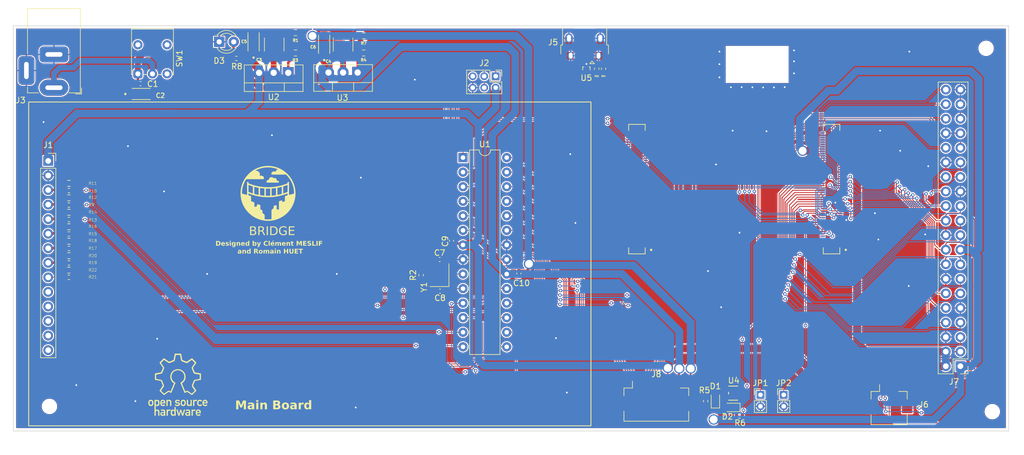
<source format=kicad_pcb>
(kicad_pcb (version 20221018) (generator pcbnew)
  (title_block (title "Bridge - Main Board") (date "2020-10-31") (rev "v01") (company "CanyonTeam") (comment 1 "Authors: Clément Meslif - Romain Huet") (comment 2 "creativecommons.org/licenses/by/4.0/") (comment 3 "License: CC BY 4.0") (comment 4 "Based on Shawn Hymel's Work"))
  (layers (0 "F.Cu" signal "Front") (1 "In1.Cu" signal) (2 "In2.Cu" signal) (31 "B.Cu" signal "Back") (34 "B.Paste" user) (35 "F.Paste" user) (36 "B.SilkS" user "B.Silkscreen") (37 "F.SilkS" user "F.Silkscreen") (38 "B.Mask" user) (39 "F.Mask" user) (44 "Edge.Cuts" user))
  (net 0 "")
  (net 1 "Net-(SW1-A)")
  (net 2 "GND")
  (net 3 "GNDA")
  (net 4 "+5V")
  (net 5 "+5VA")
  (net 6 "Net-(U1-XTAL1{slash}PB6)")
  (net 7 "Net-(U1-XTAL2{slash}PB7)")
  (net 8 "Net-(D1-K)")
  (net 9 "Net-(D2-K)")
  (net 10 "Net-(D3-A)")
  (net 11 "Net-(J1-Pin_3)")
  (net 12 "Net-(J1-Pin_4)")
  (net 13 "Net-(J1-Pin_5)")
  (net 14 "Net-(J1-Pin_6)")
  (net 15 "Net-(J1-Pin_7)")
  (net 16 "Net-(J1-Pin_8)")
  (net 17 "Net-(J1-Pin_9)")
  (net 23 "/ATMega328p/ARD_13{slash}SCK")
  (net 24 "/ATMega328p/ARD_12{slash}MISO")
  (net 25 "/ATMega328p/ARD_11{slash}MOSI")
  (net 26 "/ATMega328p/ARD_RESET")
  (net 27 "Net-(SW1-B)")
  (net 28 "Net-(J5-VBUS)")
  (net 29 "/CM4 High Speed/USB2_P")
  (net 30 "/CM4 High Speed/USB2_N")
  (net 32 "/CM4 GPIO/FSW_0")
  (net 33 "/CM4 GPIO/FSW_1")
  (net 34 "/CM4 GPIO/FSW_2")
  (net 36 "+3.3V")
  (net 37 "/CM4 GPIO/GPIO2")
  (net 38 "/CM4 GPIO/GPIO3")
  (net 39 "/CM4 GPIO/GPIO4")
  (net 40 "/CM4 GPIO/GPIO14")
  (net 41 "/CM4 GPIO/GPIO15")
  (net 42 "/CM4 GPIO/GPIO17")
  (net 43 "/CM4 GPIO/GPIO18")
  (net 44 "/CM4 GPIO/GPIO27")
  (net 45 "/CM4 GPIO/GPIO22")
  (net 46 "/CM4 GPIO/GPIO10")
  (net 47 "/CM4 GPIO/GPIO9")
  (net 48 "/CM4 GPIO/GPIO11")
  (net 49 "/CM4 GPIO/GPIO8")
  (net 50 "/CM4 GPIO/GPIO7")
  (net 51 "/CM4 GPIO/ID_SD")
  (net 52 "/CM4 GPIO/ID_SC")
  (net 53 "/CM4 GPIO/GPIO5")
  (net 54 "/CM4 GPIO/GPIO6")
  (net 55 "/CM4 GPIO/GPIO12")
  (net 56 "/CM4 GPIO/GPIO13")
  (net 57 "/CM4 GPIO/GPIO19")
  (net 58 "/CM4 GPIO/GPIO16")
  (net 59 "/CM4 GPIO/GPIO26")
  (net 60 "/CM4 GPIO/GPIO20")
  (net 61 "/CM4 GPIO/GPIO21")
  (net 62 "/ATMega328p/MUX_S2")
  (net 63 "/ATMega328p/MUX_S1")
  (net 64 "/ATMega328p/MUX_S0")
  (net 65 "/ATMega328p/MUX_CMN_OUT")
  (net 66 "/ATMega328p/POT0")
  (net 67 "/ATMega328p/POT1")
  (net 68 "/ATMega328p/ENC_SW")
  (net 69 "/ATMega328p/ENC_CHA")
  (net 70 "/ATMega328p/ENC_COM")
  (net 71 "/ATMega328p/ENC_CHB")
  (net 72 "/ATMega328p/BP_LED")
  (net 74 "/CM4 GPIO/nBOOT")
  (net 75 "/CM4 GPIO/EEPROM_nWP")
  (net 76 "/CM4 GPIO/nPWR_LED")
  (net 77 "/CM4 High Speed/USB_OTG_ID")
  (net 78 "Net-(U2-ADJ)")
  (net 79 "Net-(U3-ADJ)")
  (net 80 "Net-(U4-Y)")
  (net 81 "/ATMega328p/SCR_RESET")
  (net 82 "/ATMega328p/SCR_CS")
  (net 83 "/ATMega328p/SCR_DC{slash}RS")
  (net 84 "/ATMega328p/SCR_LED")
  (net 100 "Net-(J4-Pad21)")
  (footprint "Resistor_SMD:R_0603_1608Metric" (layer "F.Cu") (at 82.1 74.9)
    (fp_text reference "R1")
    (fp_text value "270")
  )
  (footprint "Resistor_SMD:R_0402_1005Metric" (layer "F.Cu") (at 159.49 141.8)
    (fp_text reference "R6")
    (fp_text value "1k")
  )
  (footprint "Crystal:Crystal_SMD_3225-4Pin_3.2x2.5mm" (layer "F.Cu") (at 107.2 117.2 90)
    (fp_text reference "Y1")
    (fp_text value "16MHz")
  )
  (footprint "TAJA106K016RNJV:CAPMP3216X180N" (layer "F.Cu") (at 87.1 76.925 90)
    (fp_text reference "C6")
    (fp_text value "10µ")
  )
  (footprint "LED_SMD:LED_0603_1608Metric" (layer "F.Cu") (at 158.1125 140.3 180)
    (fp_text reference "D2")
    (fp_text value "LED Green")
  )
  (footprint "MountingHole:MountingHole_2.2mm_M2" (layer "F.Cu") (at 203.56 141.03)
    (fp_text reference "H2" hide)
    (fp_text value "MountingHole")
  )
  (footprint "Connector_PinSocket_2.54mm:PinSocket_1x14_P2.54mm_Vertical" (layer "F.Cu") (at 39 97.28)
    (fp_text reference "J1")
    (fp_text value "Conn_01x14_Socket")
  )
  (footprint "Resistor_SMD:R_0402_1005Metric" (layer "F.Cu") (at 153.6 139.19 90)
    (fp_text reference "R5")
    (fp_text value "1k")
  )
  (footprint "Resistor_SMD:R_0402_1005Metric" (layer "F.Cu") (at 135.8 81.2 90)
    (fp_text reference "R24")
    (fp_text value "2.2k 1%")
  )
  (footprint "Package_TO_SOT_THT:TO-220-3_Vertical" (layer "F.Cu") (at 92.94 81.855 180)
    (fp_text reference "U3")
    (fp_text value "LM338_TO220")
  )
  (footprint "Resistor_SMD:R_0402_1005Metric" (layer "F.Cu") (at 42.61 117.6 180)
    (fp_text reference "R21")
    (fp_text value "100k")
  )
  (footprint "Resistor_SMD:R_0603_1608Metric" (layer "F.Cu") (at 82.1 78.45)
    (fp_text reference "R3")
    (fp_text value "820")
  )
  (footprint "74LVC1G07SE_7:SOT353_DIO" (layer "F.Cu") (at 158.4 137.8 180)
    (fp_text reference "U4")
    (fp_text value "74LVC1G07SE-7")
  )
  (footprint "Resistor_SMD:R_0603_1608Metric" (layer "F.Cu") (at 42.61 116.338456)
    (fp_text reference "R22")
    (fp_text value "220k")
  )
  (footprint "Resistor_SMD:R_0402_1005Metric" (layer "F.Cu") (at 42.61 102.461538 180)
    (fp_text reference "R10")
    (fp_text value "100k")
  )
  (footprint "Connector_PinHeader_2.54mm:PinHeader_2x20_P2.54mm_Vertical" (layer "F.Cu") (at 198 133.1 180)
    (fp_text reference "J7")
    (fp_text value "THD-20-R")
  )
  (footprint "Button_Switch_THT:SW_Push_1P2T_Vertical_E-Switch_800UDP8P1A1M6" (layer "F.Cu") (at 54.635 82.09 90)
    (fp_text reference "SW1")
    (fp_text value "SW_SPDT")
  )
  (footprint "Capacitor_SMD:C_0402_1005Metric" (layer "F.Cu") (at 121.05 116.93 90)
    (fp_text reference "C10")
    (fp_text value "100nF")
  )
  (footprint "Capacitor_SMD:C_1812_4532Metric" (layer "F.Cu") (at 78.4 76.975 90)
    (fp_text reference "C3")
    (fp_text value "100µ")
  )
  (footprint "Resistor_SMD:R_0603_1608Metric" (layer "F.Cu") (at 94 78.45)
    (fp_text reference "R4")
    (fp_text value "820")
  )
  (footprint "TAJA106K016RNJV:CAPMP3216X180N" (layer "F.Cu") (at 74.8 76.5 90)
    (fp_text reference "C5")
    (fp_text value "10µ")
  )
  (footprint "Capacitor_SMD:C_0402_1005Metric" (layer "F.Cu") (at 107.3 120 180)
    (fp_text reference "C8")
    (fp_text value "100nF")
  )
  (footprint "Resistor_SMD:R_0603_1608Metric" (layer "F.Cu") (at 42.61 113.81538)
    (fp_text reference "R20")
    (fp_text value "220k")
  )
  (footprint "Capacitor_SMD:C_0402_1005Metric" (layer "F.Cu") (at 55.095 83.8)
    (fp_text reference "C1")
    (fp_text value "100n")
  )
  (footprint "Capacitor_SMD:C_0402_1005Metric" (layer "F.Cu") (at 109.3 111.22 -90)
    (fp_text reference "C9")
    (fp_text value "100nF")
  )
  (footprint "Capacitor_SMD:C_1812_4532Metric" (layer "F.Cu") (at 90.4 76.975 90)
    (fp_text reference "C4")
    (fp_text value "100µ")
  )
  (footprint "Fiducial:Fiducial_1mm_Mask2mm" (layer "F.Cu") (at 44 141)
    (fp_text reference "REF**" hide)
    (fp_text value "Fiducial_1mm_Mask2mm")
  )
  (footprint "Resistor_SMD:R_0603_1608Metric" (layer "F.Cu") (at 42.61 101.2)
    (fp_text reference "R11")
    (fp_text value "220k")
  )
  (footprint "Package_TO_SOT_THT:TO-220-3_Vertical" (layer "F.Cu") (at 80.84 81.9 180)
    (fp_text reference "U2")
    (fp_text value "LM338_TO220")
  )
  (footprint "Resistor_SMD:R_0402_1005Metric" (layer "F.Cu") (at 71.79 79.4 180)
    (fp_text reference "R8")
    (fp_text value "1k")
  )
  (footprint "Connector_FFC-FPC:Hirose_FH12-16S-0.5SH_1x16-1MP_P0.50mm_Horizontal" (layer "F.Cu") (at 145 138.2)
    (fp_text reference "J8")
    (fp_text value "Conn_01x16_Socket")
  )
  (footprint "Resistor_SMD:R_0603_1608Metric" (layer "F.Cu") (at 42.61 103.723076)
    (fp_text reference "R12")
    (fp_text value "220k")
  )
  (footprint "Fiducial:Fiducial_1mm_Mask2mm" (layer "F.Cu") (at 196.5 76.75)
    (fp_text reference "REF**" hide)
    (fp_text value "Fiducial_1mm_Mask2mm")
  )
  (footprint "Resistor_SMD:R_0603_1608Metric" (layer "F.Cu") (at 42.61 106.246152)
    (fp_text reference "R14")
    (fp_text value "220k")
  )
  (footprint "Resistor_SMD:R_0402_1005Metric" (layer "F.Cu") (at 42.61 107.50769 180)
    (fp_text reference "R13")
    (fp_text value "100k")
  )
  (footprint "HIROSE_DF40C-100DS-0.4V_51_:HIROSE_DF40C-100DS-0.4V_51_" (layer "F.Cu") (at 141.62 102.2 -90)
    (fp_text reference "J9" hide)
    (fp_text value "DF40C-100DS-0.4V_51_")
  )
  (footprint "Resistor_SMD:R_0603_1608Metric" (layer "F.Cu") (at 94 75.45)
    (fp_text reference "R7")
    (fp_text value "270")
  )
  (footprint "CM4IO:USB_Micro-B_EDAC_UCON00686" (layer "F.Cu") (at 132.5 75.88 180)
    (fp_text reference "J5")
    (fp_text value "USB_OTG")
  )
  (footprint "Resistor_SMD:R_0402_1005Metric" (layer "F.Cu") (at 104 117.21 -90)
    (fp_text reference "R2")
    (fp_text value "1M")
  )
  (footprint "Resistor_SMD:R_0402_1005Metric" (layer "F.Cu") (at 42.61 112.553842 180)
    (fp_text reference "R17")
    (fp_text value "100k")
  )
  (footprint "Resistor_SMD:R_0402_1005Metric" (layer "F.Cu") (at 42.61 115.076918 180)
    (fp_text reference "R19")
    (fp_text value "100k")
  )
  (footprint "Resistor_SMD:R_0402_1005Metric" (layer "F.Cu") (at 42.61 110.030766 180)
    (fp_text reference "R15")
    (fp_text value "100k")
  )
  (footprint "LED_THT:LED_D3.0mm" (layer "F.Cu") (at 68.8 76.5)
    (fp_text reference "D3")
    (fp_text value "LED")
  )
  (footprint "CM4IO:BarrelJack_Horizontal" (layer "F.Cu") (at 40 84.5 -90)
    (fp_text reference "J3")
    (fp_text value "Barrel_Jack")
  )
  (footprint "Capacitor_SMD:C_0402_1005Metric" (layer "F.Cu") (at 107.238117 114.478604)
    (fp_text reference "C7")
    (fp_text value "100nF")
  )
  (footprint "Connector_PinHeader_2.00mm:PinHeader_1x02_P2.00mm_Vertical" (layer "F.Cu") (at 163.15 138.1)
    (fp_text reference "JP1")
    (fp_text value "SolderJumper_2_Open")
  )
  (footprint "Connector_PinHeader_2.00mm:PinHeader_1x02_P2.00mm_Vertical" (layer "F.Cu") (at 167.2 138.1)
    (fp_text reference "JP2")
    (fp_text value "SolderJumper_2_Open")
  )
  (footprint "LED_SMD:LED_0603_1608Metric" (layer "F.Cu") (at 155.3 138.9125 90)
    (fp_text reference "D1")
    (fp_text value "LED Red")
  )
  (footprint "TAJA106K016RNJV:CAPMP3216X180N" (layer "F.Cu") (at 55.2 85.6)
    (fp_text reference "C2")
    (fp_text value "10µ")
  )
  (footprint "Resistor_SMD:R_0402_1005Metric" (layer "F.Cu") (at 134.6 81.2 -90)
    (fp_text reference "R23")
    (fp_text value "2.2k 1%")
  )
  (footprint "Resistor_SMD:R_0603_1608Metric" (layer "F.Cu") (at 42.61 108.769228)
    (fp_text reference "R16")
    (fp_text value "220k")
  )
  (footprint "Resistor_SMD:R_0603_1608Metric" (layer "F.Cu") (at 42.61 111.292304)
    (fp_text reference "R18")
    (fp_text value "220k")
  )
  (footprint "MountingHole:MountingHole_2.2mm_M2" (layer "F.Cu") (at 39.22 140.12)
    (fp_text reference "H1" hide)
    (fp_text value "MountingHole")
  )
  (footprint "MountingHole:MountingHole_2.2mm_M2" (layer "F.Cu") (at 202.48 77.63)
    (fp_text reference "H3" hide)
    (fp_text value "MountingHole")
  )
  (footprint "Connector_PinHeader_2.00mm:PinHeader_2x03_P2.00mm_Vertical" (layer "F.Cu") (at 117 82.5 -90)
    (fp_text reference "J2")
    (fp_text value "Conn_02x03_Odd_Even")
  )
  (footprint "Package_TO_SOT_SMD:Texas_DRT-3" (layer "F.Cu") (at 132.82 81.425)
    (fp_text reference "U5")
    (fp_text value "TPD2EUSB30")
  )
  (footprint "Resistor_SMD:R_0402_1005Metric" (layer "F.Cu") (at 42.61 104.984614 180)
    (fp_text reference "R9")
    (fp_text value "100k")
  )
  (footprint "Connector_FFC-FPC:Hirose_FH12-6S-0.5SH_1x06-1MP_P0.50mm_Horizontal" (layer "F.Cu") (at 185.58 138.8)
    (fp_text reference "J6")
    (fp_text value "Conn_01x06_Socket")
  )
  (footprint "Package_DIP:DIP-28_W7.62mm" (layer "F.Cu") (at 111.3 96.7)
    (fp_text reference "U1")
    (fp_text value "ATmega328-P")
  )
  (footprint "HIROSE_DF40C-100DS-0.4V_51_:HIROSE_DF40C-100DS-0.4V_51_" (layer "F.Cu") (at 175.54 102.2 -90)
    (fp_text reference "J4" hide)
    (fp_text value "DF40C-100DS-0.4V_51_")
  )
  (gr_poly (pts (xy 64.505956 140.655834) (xy 64.521753 140.656932) (xy 64.537228 140.658738) (xy 64.552394 140.661234) (xy 64.567264 140.664402) (xy 64.581848 140.668223) (xy 64.59616 140.672678) (xy 64.610211 140.677749) (xy 64.624014 140.683417) (xy 64.637582 140.689664) (xy 64.650926 140.696471) (xy 64.664059 140.703819) (xy 64.676992 140.71169) (xy 64.689739 140.720065) (xy 64.702312 140.728925) (xy 64.714722 140.738253) (xy 64.557717 140.925075) (xy 64.548334 140.918164) (xy 64.539251 140.91179) (xy 64.530417 140.90594) (xy 64.521783 140.900602) (xy 64.513298 140.895764) (xy 64.504913 140.891412) (xy 64.496577 140.887534) (xy 64.488241 140.884117) (xy 64.479855 140.88115) (xy 64.471368 140.878619) (xy 64.46273 140.876512) (xy 64.453891 140.874816) (xy 64.444802 140.873519) (xy 64.435413 140.872608) (xy 64.425672 140.87207) (xy 64.415531 140.871894) (xy 64.395679 140.872696) (xy 64.376029 140.875124) (xy 64.35673 140.879206) (xy 64.337932 140.884976) (xy 64.328766 140.888502) (xy 64.319781 140.892462) (xy 64.310996 140.896858) (xy 64.302429 140.901695) (xy 64.294098 140.906977) (xy 64.286022 140.912707) (xy 64.27822 140.91889) (xy 64.270711 140.925528) (xy 64.263512 140.932626) (xy 64.256644 140.940189) (xy 64.250123 140.948218) (xy 64.243969 140.956719) (xy 64.2382 140.965695) (xy 64.232836 140.975151) (xy 64.227894 140.985089) (xy 64.223393 140.995514) (xy 64.219353 141.006429) (xy 64.21579 141.017839) (xy 64.212725 141.029747) (xy 64.210175 141.042158) (xy 64.20816 141.055074) (xy 64.206697 141.068499) (xy 64.205806 141.082439) (xy 64.205504 141.096895) (xy 64.205504 141.744384) (xy 63.989155 141.744384) (xy 63.989155 140.668245) (xy 64.205504 140.668245) (xy 64.205504 140.782835) (xy 64.209817 140.782835) (xy 64.222887 140.767417) (xy 64.236636 140.752993) (xy 64.251044 140.739562) (xy 64.266092 140.727125) (xy 64.281763 140.715682) (xy 64.298037 140.705234) (xy 64.314895 140.69578) (xy 64.332319 140.68732) (xy 64.35029 140.679855) (xy 64.368789 140.673385) (xy 64.387798 140.66791) (xy 64.407297 140.66343) (xy 64.427268 140.659945) (xy 64.447692 140.657456) (xy 64.468551 140.655962) (xy 64.489825 140.655464)) (fill solid) (layer "F.SilkS"))
  (gr_poly (pts (xy 61.780466 141.421909) (xy 61.784726 141.421909) (xy 62.028672 140.668403) (xy 62.185702 140.668403) (xy 62.429647 141.421909) (xy 62.43404 141.421909) (xy 62.6397 140.668403) (xy 62.868909 140.668403) (xy 62.525268 141.744542) (xy 62.334213 141.744542) (xy 62.109317 140.990956) (xy 62.105057 140.990956) (xy 61.880161 141.744542) (xy 61.689238 141.744542) (xy 61.345517 140.668403) (xy 61.57462 140.668403)) (fill solid) (layer "F.SilkS"))
  (gr_poly (pts (xy 61.552897 138.956501) (xy 61.586225 138.958473) (xy 61.618225 138.961716) (xy 61.648958 138.966191) (xy 61.678482 138.97186) (xy 61.706858 138.978688) (xy 61.734144 138.986635) (xy 61.760401 138.995664) (xy 61.785686 139.005739) (xy 61.81006 139.016822) (xy 61.833582 139.028875) (xy 61.856311 139.041861) (xy 61.878306 139.055742) (xy 61.899628 139.070482) (xy 61.920335 139.086043) (xy 61.940486 139.102387) (xy 61.806871 139.259338) (xy 61.790934 139.248442) (xy 61.774904 139.238022) (xy 61.758741 139.228107) (xy 61.742406 139.218731) (xy 61.725857 139.209924) (xy 61.709055 139.201717) (xy 61.69196 139.194143) (xy 61.67453 139.187232) (xy 61.656726 139.181017) (xy 61.638508 139.175528) (xy 61.619835 139.170797) (xy 61.600666 139.166856) (xy 61.580963 139.163736) (xy 61.560683 139.161468) (xy 61.539788 139.160085) (xy 61.518237 139.159617) (xy 61.50558 139.159777) (xy 61.493448 139.160255) (xy 61.481835 139.161044) (xy 61.470731 139.162136) (xy 61.460129 139.163526) (xy 61.45002 139.165206) (xy 61.440397 139.167171) (xy 61.431251 139.169412) (xy 61.422574 139.171924) (xy 61.414358 139.1747) (xy 61.406595 139.177733) (xy 61.399276 139.181017) (xy 61.392394 139.184545) (xy 61.38594 139.18831) (xy 61.379906 139.192306) (xy 61.374284 139.196526) (xy 61.369066 139.200963) (xy 61.364244 139.205611) (xy 61.359809 139.210463) (xy 61.355754 139.215512) (xy 61.352069 139.220752) (xy 61.348749 139.226176) (xy 61.345782 139.231778) (xy 61.343163 139.23755) (xy 61.340883 139.243487) (xy 61.338933 139.24958) (xy 61.337305 139.255825) (xy 61.335992 139.262214) (xy 61.334984 139.26874) (xy 61.334275 139.275397) (xy 61.333855 139.282178) (xy 61.333717 139.289077) (xy 61.334124 139.297824) (xy 61.335386 139.306514) (xy 61.33756 139.315092) (xy 61.340707 139.323502) (xy 61.344886 139.331688) (xy 61.350155 139.339595) (xy 61.356573 139.347166) (xy 61.360232 139.350809) (xy 61.3642 139.354347) (xy 61.368486 139.357773) (xy 61.373095 139.361081) (xy 61.378037 139.364262) (xy 61.383317 139.367312) (xy 61.388944 139.370221) (xy 61.394925 139.372985) (xy 61.407979 139.378043) (xy 61.422536 139.382432) (xy 61.438657 139.386095) (xy 61.4564 139.388977) (xy 61.475825 139.391021) (xy 61.654048 139.403668) (xy 61.67455 139.405414) (xy 61.694277 139.407854) (xy 61.713235 139.410972) (xy 61.731434 139.414753) (xy 61.748882 139.41918) (xy 61.765587 139.42424) (xy 61.781556 139.429915) (xy 61.796799 139.43619) (xy 61.811324 139.44305) (xy 61.825138 139.450479) (xy 61.83825 139.458461) (xy 61.850668 139.466981) (xy 61.8624 139.476024) (xy 61.873455 139.485572) (xy 61.883841 139.495612) (xy 61.893565 139.506128) (xy 61.902637 139.517103) (xy 61.911064 139.528523) (xy 61.918854 139.540371) (xy 61.926016 139.552632) (xy 61.932558 139.56529) (xy 61.938488 139.57833) (xy 61.943814 139.591737) (xy 61.948545 139.605494) (xy 61.952689 139.619586) (xy 61.956253 139.633998) (xy 61.961678 139.663717) (xy 61.964884 139.694526) (xy 61.965939 139.726301) (xy 61.965371 139.745744) (xy 61.963685 139.764658) (xy 61.960907 139.783037) (xy 61.957063 139.800877) (xy 61.952177 139.81817) (xy 61.946276 139.834911) (xy 61.939384 139.851095) (xy 61.931529 139.866716) (xy 61.922735 139.881767) (xy 61.913028 139.896243) (xy 61.902434 139.910138) (xy 61.890978 139.923446) (xy 61.878686 139.936162) (xy 61.865584 139.94828) (xy 61.851697 139.959793) (xy 61.83705 139.970697) (xy 61.82167 139.980984) (xy 61.805583 139.99065) (xy 61.771386 140.008095) (xy 61.734665 140.022983) (xy 61.695626 140.035268) (xy 61.654473 140.044904) (xy 61.611411 140.051845) (xy 61.566645 140.056043) (xy 61.52038 140.057453) (xy 61.487913 140.056706) (xy 61.455759 140.054463) (xy 61.423933 140.05072) (xy 61.392452 140.045476) (xy 61.36133 140.038726) (xy 61.330583 140.030468) (xy 61.300228 140.020698) (xy 61.27028 140.009415) (xy 61.240754 139.996615) (xy 61.211667 139.982294) (xy 61.183034 139.96645) (xy 61.15487 139.949081) (xy 61.127192 139.930182) (xy 61.100015 139.909751) (xy 61.073354 139.887785) (xy 61.047226 139.864281) (xy 61.197827 139.715744) (xy 61.215437 139.732349) (xy 61.233297 139.747901) (xy 61.251455 139.762399) (xy 61.269962 139.775838) (xy 61.288867 139.788218) (xy 61.30822 139.799534) (xy 61.32807 139.809785) (xy 61.348467 139.818968) (xy 61.369461 139.82708) (xy 61.391101 139.83412) (xy 61.413436 139.840083) (xy 61.436517 139.844968) (xy 61.460393 139.848772) (xy 61.485114 139.851492) (xy 61.510729 139.853126) (xy 61.537287 139.853671) (xy 61.548718 139.853535) (xy 61.559941 139.853125) (xy 61.570945 139.852443) (xy 61.581721 139.851489) (xy 61.592258 139.850262) (xy 61.602546 139.848765) (xy 61.612575 139.846996) (xy 61.622336 139.844957) (xy 61.631816 139.842647) (xy 61.641008 139.840067) (xy 61.6499 139.837217) (xy 61.658482 139.834098) (xy 61.666745 139.830711) (xy 61.674677 139.827055) (xy 61.68227 139.82313) (xy 61.689512 139.818938) (xy 61.696394 139.814478) (xy 61.702905 139.809752) (xy 61.709036 139.804758) (xy 61.714776 139.799499) (xy 61.720115 139.793973) (xy 61.725043 139.788182) (xy 61.72955 139.782126) (xy 61.733625 139.775804) (xy 61.737259 139.769219) (xy 61.740441 139.762369) (xy 61.743162 139.755255) (xy 61.74541 139.747878) (xy 61.747177 139.740238) (xy 61.748451 139.732336) (xy 61.749223 139.724171) (xy 61.749483 139.715744) (xy 61.749317 139.708735) (xy 61.748823 139.702029) (xy 61.748008 139.69562) (xy 61.74688 139.689503) (xy 61.745446 139.683669) (xy 61.743714 139.678113) (xy 61.741691 139.672828) (xy 61.739383 139.667808) (xy 61.7368 139.663045) (xy 61.733947 139.658534) (xy 61.730832 139.654268) (xy 61.727463 139.65024) (xy 61.723847 139.646443) (xy 61.719991 139.642872) (xy 61.715902 139.639519) (xy 61.711588 139.636379) (xy 61.707057 139.633444) (xy 61.702314 139.630708) (xy 61.692228 139.625806) (xy 61.681388 139.621622) (xy 61.669853 139.618102) (xy 61.657681 139.615194) (xy 61.644931 139.612846) (xy 61.631662 139.611005) (xy 61.617932 139.609619) (xy 61.42693 139.59266) (xy 61.39409 139.588805) (xy 61.362467 139.582828) (xy 61.347151 139.579049) (xy 61.332186 139.574748) (xy 61.317587 139.569925) (xy 61.30337 139.564584) (xy 61.289551 139.558727) (xy 61.276145 139.552356) (xy 61.263168 139.545474) (xy 61.250634 139.538082) (xy 61.238561 139.530184) (xy 61.226963 139.521781) (xy 61.215856 139.512876) (xy 61.205255 139.503472) (xy 61.195176 139.49357) (xy 61.185635 139.483174) (xy 61.176647 139.472285) (xy 61.168228 139.460906) (xy 61.160392 139.449039) (xy 61.153157 139.436686) (xy 61.146537 139.423851) (xy 61.140547 139.410535) (xy 61.135204 139.396741) (xy 61.130523 139.38247) (xy 61.12652 139.367726) (xy 61.123209 139.352511) (xy 61.120607 139.336827) (xy 61.118729 139.320677) (xy 61.117591 139.304063) (xy 61.117208 139.286987) (xy 61.117714 139.266799) (xy 61.119218 139.247235) (xy 61.121696 139.228295) (xy 61.125127 139.20998) (xy 61.129489 139.192292) (xy 61.134759 139.175232) (xy 61.140916 139.158801) (xy 61.147937 139.143) (xy 61.155801 139.127831) (xy 61.164484 139.113293) (xy 61.173966 139.09939) (xy 61.184223 139.086121) (xy 61.195234 139.073488) (xy 61.206976 139.061492) (xy 61.219428 139.050134) (xy 61.232567 139.039416) (xy 61.246371 139.029338) (xy 61.260817 139.019903) (xy 61.275885 139.01111) (xy 61.291552 139.002961) (xy 61.307794 138.995457) (xy 61.324592 138.9886) (xy 61.359761 138.976829) (xy 61.396882 138.967658) (xy 61.435777 138.961096) (xy 61.47627 138.957151) (xy 61.518184 138.955835)) (fill solid) (layer "F.SilkS"))
  (gr_poly (pts (xy 65.460369 138.955798) (xy 65.475383 138.956478) (xy 65.490199 138.9576) (xy 65.504814 138.959155) (xy 65.533446 138.96353) (xy 65.561274 138.969532) (xy 65.588296 138.977088) (xy 65.614508 138.986127) (xy 65.639905 138.996579) (xy 65.664486 139.00837) (xy 65.688246 139.021431) (xy 65.711182 139.03569) (xy 65.73329 139.051075) (xy 65.754566 139.067514) (xy 65.775008 139.084937) (xy 65.794612 139.103272) (xy 65.813373 139.122448) (xy 65.831289 139.142392) (xy 65.67217 139.284632) (xy 65.661965 139.27252) (xy 65.651227 139.260898) (xy 65.639971 139.249805) (xy 65.628212 139.239282) (xy 65.615967 139.22937) (xy 65.603251 139.220108) (xy 65.590081 139.211536) (xy 65.576473 139.203696) (xy 65.562442 139.196627) (xy 65.548004 139.19037) (xy 65.533175 139.184965) (xy 65.517972 139.180453) (xy 65.50241 139.176873) (xy 65.486505 139.174266) (xy 65.470273 139.172672) (xy 65.45373 139.172132) (xy 65.421557 139.173309) (xy 65.391123 139.176877) (xy 65.376571 139.179573) (xy 65.362471 139.182887) (xy 65.34883 139.186825) (xy 65.335651 139.191394) (xy 65.322942 139.196599) (xy 65.310708 139.202449) (xy 65.298955 139.208949) (xy 65.287689 139.216106) (xy 65.276915 139.223927) (xy 65.26664 139.232418) (xy 65.256869 139.241586) (xy 65.247609 139.251437) (xy 65.238864 139.261978) (xy 65.230642 139.273217) (xy 65.222947 139.285158) (xy 65.215785 139.29781) (xy 65.209163 139.311178) (xy 65.203087 139.325269) (xy 65.197561 139.34009) (xy 65.192592 139.355647) (xy 65.188186 139.371948) (xy 65.184348 139.388998) (xy 65.181085 139.406804) (xy 65.178402 139.425374) (xy 65.1748 139.464827) (xy 65.173589 139.507411) (xy 65.173893 139.528916) (xy 65.1748 139.549643) (xy 65.176306 139.569599) (xy 65.178404 139.588791) (xy 65.181088 139.607224) (xy 65.184353 139.624904) (xy 65.188192 139.641839) (xy 65.192599 139.658033) (xy 65.19757 139.673494) (xy 65.203097 139.688227) (xy 65.209176 139.702239) (xy 65.2158 139.715535) (xy 65.222963 139.728122) (xy 65.230659 139.740007) (xy 65.238883 139.751195) (xy 65.247629 139.761693) (xy 65.256891 139.771506) (xy 65.266662 139.780641) (xy 65.276938 139.789105) (xy 65.287712 139.796903) (xy 65.298979 139.804041) (xy 65.310731 139.810526) (xy 65.322965 139.816364) (xy 65.335674 139.821562) (xy 65.348851 139.826124) (xy 65.362491 139.830058) (xy 65.376589 139.83337) (xy 65.391138 139.836066) (xy 65.406132 139.838152) (xy 65.421566 139.839634) (xy 65.437434 139.840519) (xy 65.45373 139.840813) (xy 65.462039 139.840677) (xy 65.470272 139.840273) (xy 65.478427 139.839605) (xy 65.486503 139.838679) (xy 65.502405 139.836072) (xy 65.517964 139.832492) (xy 65.533165 139.827979) (xy 65.54799 139.822574) (xy 65.562424 139.816317) (xy 65.576453 139.809248) (xy 65.590059 139.801408) (xy 65.603228 139.792837) (xy 65.615943 139.783574) (xy 65.628189 139.773662) (xy 65.639951 139.763139) (xy 65.651212 139.752046) (xy 65.661957 139.740423) (xy 65.67217 139.728312) (xy 65.831289 139.870552) (xy 65.813382 139.890465) (xy 65.794629 139.909613) (xy 65.775032 139.927926) (xy 65.754596 139.945331) (xy 65.733324 139.961757) (xy 65.711219 139.977131) (xy 65.688285 139.991382) (xy 65.664526 140.004438) (xy 65.639944 140.016227) (xy 65.614545 140.026678) (xy 65.58833 140.035718) (xy 65.561304 140.043275) (xy 65.53347 140.049278) (xy 65.504832 140.053655) (xy 65.475392 140.056334) (xy 65.445156 140.057243) (xy 65.398773 140.055384) (xy 65.352927 140.04973) (xy 65.307956 140.040166) (xy 65.264199 140.026576) (xy 65.242882 140.018236) (xy 65.221996 140.008845) (xy 65.201583 139.99839) (xy 65.181685 139.986857) (xy 65.162344 139.97423) (xy 65.143604 139.960496) (xy 65.125507 139.94564) (xy 65.108094 139.929647) (xy 65.091408 139.912503) (xy 65.075492 139.894194) (xy 65.060388 139.874705) (xy 65.046138 139.854022) (xy 65.032784 139.83213) (xy 65.02037 139.809015) (xy 65.008937 139.784662) (xy 64.998527 139.759057) (xy 64.989184 139.732186) (xy 64.980949 139.704034) (xy 64.973864 139.674586) (xy 64.967973 139.643829) (xy 64.963317 139.611747) (xy 64.959939 139.578326) (xy 64.957881 139.543553) (xy 64.957186 139.507411) (xy 64.957881 139.471099) (xy 64.959939 139.436164) (xy 64.963317 139.402592) (xy 64.967973 139.370368) (xy 64.973864 139.339478) (xy 64.980949 139.309906) (xy 64.989184 139.281637) (xy 64.998527 139.254659) (xy 65.008937 139.228954) (xy 65.02037 139.204509) (xy 65.032784 139.181309) (xy 65.046138 139.159339) (xy 65.060388 139.138584) (xy 65.075492 139.119031) (xy 65.091408 139.100663) (xy 65.108094 139.083466) (xy 65.125507 139.067426) (xy 65.143604 139.052527) (xy 65.162344 139.038755) (xy 65.181685 139.026096) (xy 65.201583 139.014534) (xy 65.221996 139.004055) (xy 65.242882 138.994644) (xy 65.264199 138.986286) (xy 65.285904 138.978966) (xy 65.307956 138.97267) (xy 65.33031 138.967384) (xy 65.352927 138.963091) (xy 65.375762 138.959778) (xy 65.398773 138.95743) (xy 65.445156 138.955569)) (fill solid) (layer "F.SilkS"))
  (gr_poly (pts (xy 61.229683 141.74441) (xy 61.01328 141.74441) (xy 61.01328 141.63191) (xy 61.000187 141.645542) (xy 60.986378 141.658592) (xy 60.971883 141.671018) (xy 60.956735 141.682779) (xy 60.940965 141.693834) (xy 60.924603 141.704143) (xy 60.90768 141.713665) (xy 60.890229 141.722357) (xy 60.87228 141.730181) (xy 60.853863 141.737094) (xy 60.835012 141.743056) (xy 60.815755 141.748025) (xy 60.796126 141.751962) (xy 60.776154 141.754824) (xy 60.755872 141.756572) (xy 60.735309 141.757163) (xy 60.72308 141.75699) (xy 60.711061 141.756476) (xy 60.699254 141.755627) (xy 60.687657 141.754451) (xy 60.676271 141.752955) (xy 60.665094 141.751145) (xy 60.654126 141.749029) (xy 60.643368 141.746613) (xy 60.632818 141.743906) (xy 60.622476 141.740912) (xy 60.612342 141.737641) (xy 60.602415 141.734098) (xy 60.592695 141.730291) (xy 60.583181 141.726226) (xy 60.564772 141.717353) (xy 60.547183 141.707535) (xy 60.530413 141.696827) (xy 60.514457 141.685286) (xy 60.499312 141.672967) (xy 60.484975 141.659927) (xy 60.471443 141.646222) (xy 60.458713 141.631908) (xy 60.446781 141.61704) (xy 60.43613 141.602739) (xy 60.426437 141.588292) (xy 60.417665 141.573404) (xy 60.409775 141.557781) (xy 60.402732 141.541126) (xy 60.396497 141.523144) (xy 60.391033 141.503539) (xy 60.386304 141.482017) (xy 60.38227 141.458281) (xy 60.378895 141.432037) (xy 60.376142 141.402989) (xy 60.373974 141.370841) (xy 60.37124 141.296066) (xy 60.370395 141.205348) (xy 60.586798 141.205348) (xy 60.586967 141.23674) (xy 60.587651 141.267886) (xy 60.589118 141.298541) (xy 60.591635 141.328459) (xy 60.595469 141.357395) (xy 60.597964 141.371418) (xy 60.600889 141.385103) (xy 60.604277 141.39842) (xy 60.608161 141.411338) (xy 60.612575 141.423826) (xy 60.617553 141.435853) (xy 60.623127 141.44739) (xy 60.629332 141.458405) (xy 60.6362 141.468867) (xy 60.643765 141.478746) (xy 60.652061 141.488011) (xy 60.66112 141.496631) (xy 60.670977 141.504576) (xy 60.681665 141.511815) (xy 60.693217 141.518318) (xy 60.705666 141.524053) (xy 60.719047 141.52899) (xy 60.733392 141.533098) (xy 60.748735 141.536347) (xy 60.765109 141.538705) (xy 60.782548 141.540143) (xy 60.801084 141.540629) (xy 60.819429 141.540113) (xy 60.836688 141.538589) (xy 60.852894 141.536094) (xy 60.868079 141.532665) (xy 60.882278 141.528337) (xy 60.895523 141.523148) (xy 60.907848 141.517134) (xy 60.919284 141.510331) (xy 60.929866 141.502776) (xy 60.939626 141.494505) (xy 60.948597 141.485555) (xy 60.956812 141.475962) (xy 60.964305 141.465763) (xy 60.971108 141.454995) (xy 60.977254 141.443693) (xy 60.982777 141.431895) (xy 60.992084 141.406954) (xy 60.999293 141.380464) (xy 61.004668 141.352717) (xy 61.008473 141.324005) (xy 61.010972 141.294621) (xy 61.012431 141.264855) (xy 61.01328 141.205348) (xy 61.013112 141.176062) (xy 61.012431 141.146521) (xy 61.010972 141.117023) (xy 61.008473 141.087862) (xy 61.004668 141.059335) (xy 61.002193 141.045402) (xy 60.999293 141.031737) (xy 60.995934 141.018379) (xy 60.992084 141.005364) (xy 60.987709 140.992729) (xy 60.982777 140.980512) (xy 60.977254 140.968748) (xy 60.971108 140.957475) (xy 60.964305 140.946731) (xy 60.956812 140.936551) (xy 60.948597 140.926974) (xy 60.939626 140.918035) (xy 60.929866 140.909772) (xy 60.919284 140.902222) (xy 60.907848 140.895422) (xy 60.895523 140.889408) (xy 60.882278 140.884219) (xy 60.868079 140.87989) (xy 60.852894 140.876458) (xy 60.836688 140.873962) (xy 60.819429 140.872436) (xy 60.801084 140.87192) (xy 60.782548 140.872406) (xy 60.765109 140.873844) (xy 60.748735 140.876204) (xy 60.733392 140.879452) (xy 60.719047 140.88356) (xy 60.705666 140.888495) (xy 60.693217 140.894226) (xy 60.681665 140.900723) (xy 60.670977 140.907954) (xy 60.66112 140.915887) (xy 60.652061 140.924493) (xy 60.643765 140.93374) (xy 60.6362 140.943596) (xy 60.629332 140.954032) (xy 60.623127 140.965014) (xy 60.617553 140.976513) (xy 60.612575 140.988498) (xy 60.608161 141.000936) (xy 60.600889 141.027052) (xy 60.595469 141.054611) (xy 60.591635 141.083364) (xy 60.589118 141.113064) (xy 60.587651 141.14346) (xy 60.586798 141.205348) (xy 60.370395 141.205348) (xy 60.3706 141.158175) (xy 60.37124 141.115242) (xy 60.372352 141.076257) (xy 60.373974 141.040928) (xy 60.376142 141.008962) (xy 60.378895 140.980066) (xy 60.38227 140.953949) (xy 60.386304 140.930317) (xy 60.391033 140.908878) (xy 60.393671 140.89889) (xy 60.396497 140.88934) (xy 60.399516 140.880192) (xy 60.402732 140.871409) (xy 60.40615 140.862956) (xy 60.409775 140.854795) (xy 60.417665 140.839203) (xy 60.426437 140.824342) (xy 60.43613 140.809919) (xy 60.446781 140.795641) (xy 60.458713 140.780751) (xy 60.471443 140.766419) (xy 60.484975 140.752702) (xy 60.499312 140.739654) (xy 60.514457 140.72733) (xy 60.530413 140.715787) (xy 60.547183 140.70508) (xy 60.564772 140.695265) (xy 60.583181 140.686396) (xy 60.602415 140.67853) (xy 60.622476 140.671721) (xy 60.643368 140.666026) (xy 60.665094 140.6615) (xy 60.687657 140.658199) (xy 60.711061 140.656177) (xy 60.735309 140.655491) (xy 60.755731 140.656082) (xy 60.77563 140.65783) (xy 60.795031 140.660697) (xy 60.813958 140.664647) (xy 60.832438 140.669642) (xy 60.850494 140.675644) (xy 60.868152 140.682617) (xy 60.885437 140.690522) (xy 60.902373 140.699323) (xy 60.918987 140.708981) (xy 60.935302 140.719461) (xy 60.951344 140.730724) (xy 60.967138 140.742733) (xy 60.982709 140.75545) (xy 60.998081 140.768839) (xy 61.01328 140.782862) (xy 61.01328 140.23303) (xy 61.229683 140.23303)) (fill solid) (layer "F.SilkS"))
  (gr_poly (pts (xy 63.37712 139.609514) (xy 63.377386 139.623061) (xy 63.378175 139.636242) (xy 63.379478 139.649056) (xy 63.381282 139.661496) (xy 63.383577 139.673559) (xy 63.386353 139.685241) (xy 63.389597 139.696536) (xy 63.3933 139.707442) (xy 63.397451 139.717953) (xy 63.402038 139.728066) (xy 63.407051 139.737775) (xy 63.412479 139.747077) (xy 63.418311 139.755967) (xy 63.424535 139.764441) (xy 63.431142 139.772495) (xy 63.43812 139.780124) (xy 63.445458 139.787324) (xy 63.453146 139.794091) (xy 63.461172 139.80042) (xy 63.469525 139.806308) (xy 63.478196 139.811749) (xy 63.487172 139.816739) (xy 63.496443 139.821275) (xy 63.505998 139.825352) (xy 63.515826 139.828965) (xy 63.525916 139.832111) (xy 63.536258 139.834784) (xy 63.54684 139.836981) (xy 63.557652 139.838697) (xy 63.568682 139.839929) (xy 63.579919 139.84067) (xy 63.591354 139.840919) (xy 63.60261 139.84067) (xy 63.613681 139.839929) (xy 63.624555 139.838697) (xy 63.635221 139.836981) (xy 63.645667 139.834784) (xy 63.655883 139.832111) (xy 63.665857 139.828965) (xy 63.675577 139.825352) (xy 63.685033 139.821275) (xy 63.694214 139.816739) (xy 63.703107 139.811749) (xy 63.711702 139.806308) (xy 63.719987 139.80042) (xy 63.727952 139.794091) (xy 63.735585 139.787324) (xy 63.742874 139.780124) (xy 63.749809 139.772495) (xy 63.756378 139.764441) (xy 63.76257 139.755967) (xy 63.768373 139.747077) (xy 63.773777 139.737775) (xy 63.778771 139.728066) (xy 63.783342 139.717953) (xy 63.787479 139.707442) (xy 63.791172 139.696536) (xy 63.79441 139.685241) (xy 63.79718 139.673559) (xy 63.799471 139.661496) (xy 63.801273 139.649056) (xy 63.802575 139.636242) (xy 63.803363 139.623061) (xy 63.803629 139.609514) (xy 63.803629 138.968508) (xy 64.019952 138.968508) (xy 64.019952 140.044753) (xy 63.803629 140.044753) (xy 63.803629 139.93003) (xy 63.799422 139.93003) (xy 63.786351 139.945448) (xy 63.772603 139.959873) (xy 63.7582 139.973303) (xy 63.743164 139.98574) (xy 63.727518 139.997183) (xy 63.711284 140.007631) (xy 63.694485 140.017085) (xy 63.677141 140.025545) (xy 63.659277 140.03301) (xy 63.640913 140.03948) (xy 63.622073 140.044955) (xy 63.602779 140.049435) (xy 63.583052 140.05292) (xy 63.562916 140.055409) (xy 63.542392 140.056903) (xy 63.521503 140.057401) (xy 63.505535 140.057022) (xy 63.489482 140.055887) (xy 63.457273 140.051361) (xy 63.425188 140.043845) (xy 63.409289 140.038972) (xy 63.393538 140.033359) (xy 63.377973 140.02701) (xy 63.362633 140.019927) (xy 63.347558 140.012112) (xy 63.332785 140.003569) (xy 63.318354 139.9943) (xy 63.304304 139.984307) (xy 63.290674 139.973595) (xy 63.277501 139.962164) (xy 63.264826 139.950019) (xy 63.252688 139.937161) (xy 63.241124 139.923594) (xy 63.230174 139.909319) (xy 63.219876 139.894341) (xy 63.210271 139.878661) (xy 63.201395 139.862283) (xy 63.193289 139.845209) (xy 63.185991 139.827441) (xy 63.17954 139.808983) (xy 63.173975 139.789838) (xy 63.169335 139.770007) (xy 63.165658 139.749494) (xy 63.162983 139.728301) (xy 63.16135 139.706431) (xy 63.160797 139.683888) (xy 63.160797 138.968508) (xy 63.37712 138.968508)) (fill solid) (layer "F.SilkS"))
  (gr_poly (pts (xy 65.184466 140.655978) (xy 65.206424 140.657511) (xy 65.228131 140.660048) (xy 65.249556 140.663577) (xy 65.270667 140.668083) (xy 65.291432 140.673554) (xy 65.31182 140.679975) (xy 65.331797 140.687334) (xy 65.351334 140.695616) (xy 65.370397 140.704807) (xy 65.388956 140.714895) (xy 65.406977 140.725865) (xy 65.42443 140.737705) (xy 65.441282 140.750399) (xy 65.457502 140.763936) (xy 65.473057 140.778301) (xy 65.487917 140.79348) (xy 65.502048 140.80946) (xy 65.51542 140.826228) (xy 65.528 140.84377) (xy 65.539757 140.862072) (xy 65.550658 140.88112) (xy 65.560672 140.900901) (xy 65.569768 140.921402) (xy 65.577912 140.942609) (xy 65.585074 140.964508) (xy 65.591221 140.987085) (xy 65.596323 141.010328) (xy 65.600345 141.034221) (xy 65.603258 141.058753) (xy 65.60503 141.083909) (xy 65.605627 141.109676) (xy 65.605627 141.288083) (xy 64.935278 141.288083) (xy 64.935593 141.304339) (xy 64.936529 141.320084) (xy 64.938074 141.335319) (xy 64.940216 141.350044) (xy 64.942941 141.364257) (xy 64.946239 141.377959) (xy 64.950096 141.391149) (xy 64.9545 141.403827) (xy 64.959438 141.415992) (xy 64.964898 141.427644) (xy 64.970868 141.438783) (xy 64.977335 141.449408) (xy 64.984288 141.459518) (xy 64.991712 141.469114) (xy 64.999597 141.478194) (xy 65.007929 141.486759) (xy 65.016697 141.494808) (xy 65.025887 141.502341) (xy 65.035488 141.509357) (xy 65.045487 141.515856) (xy 65.055872 141.521837) (xy 65.066629 141.5273) (xy 65.077748 141.532245) (xy 65.089215 141.536671) (xy 65.101018 141.540578) (xy 65.113144 141.543965) (xy 65.125582 141.546832) (xy 65.138318 141.549179) (xy 65.151341 141.551005) (xy 65.164638 141.55231) (xy 65.178196 141.553093) (xy 65.192003 141.553354) (xy 65.20756 141.55291) (xy 65.223224 141.551589) (xy 65.238948 141.549404) (xy 65.254685 141.546371) (xy 65.270388 141.542506) (xy 65.28601 141.537822) (xy 65.301504 141.532336) (xy 65.316824 141.526063) (xy 65.331922 141.519016) (xy 65.346751 141.511212) (xy 65.361264 141.502666) (xy 65.375415 141.493391) (xy 65.389157 141.483405) (xy 65.402442 141.472721) (xy 65.415224 141.461354) (xy 65.427456 141.44932) (xy 65.584486 141.583094) (xy 65.564222 141.605336) (xy 65.543252 141.625918) (xy 65.521612 141.644871) (xy 65.49934 141.662225) (xy 65.476473 141.678012) (xy 65.453048 141.692263) (xy 65.429101 141.705009) (xy 65.404671 141.716282) (xy 65.379795 141.726111) (xy 65.354508 141.734529) (xy 65.328849 141.741567) (xy 65.302854 141.747255) (xy 65.276561 141.751625) (xy 65.250007 141.754708) (xy 65.223228 141.756534) (xy 65.196262 141.757136) (xy 65.154528 141.755836) (xy 65.112379 141.751711) (xy 65.070244 141.744425) (xy 65.028552 141.733643) (xy 64.987732 141.71903) (xy 64.967783 141.710181) (xy 64.948212 141.700249) (xy 64.929073 141.689191) (xy 64.910421 141.676965) (xy 64.892307 141.66353) (xy 64.874787 141.648843) (xy 64.857914 141.632862) (xy 64.84174 141.615546) (xy 64.826321 141.596853) (xy 64.811709 141.57674) (xy 64.797958 141.555165) (xy 64.785121 141.532088) (xy 64.773253 141.507465) (xy 64.762406 141.481254) (xy 64.752635 141.453415) (xy 64.743993 141.423904) (xy 64.736533 141.39268) (xy 64.730309 141.359702) (xy 64.725375 141.324926) (xy 64.721785 141.288311) (xy 64.719591 141.249815) (xy 64.718848 141.209397) (xy 64.71953 141.17102) (xy 64.721544 141.134271) (xy 64.723846 141.109728) (xy 64.935278 141.109728) (xy 65.389276 141.109728) (xy 65.388435 141.094628) (xy 65.387093 141.079977) (xy 65.385259 141.065778) (xy 65.382945 141.052032) (xy 65.380159 141.038742) (xy 65.376911 141.025909) (xy 65.373211 141.013535) (xy 65.369069 141.001622) (xy 65.364494 140.990173) (xy 65.359496 140.979189) (xy 65.354085 140.968672) (xy 65.348271 140.958625) (xy 65.342063 140.949048) (xy 65.335472 140.939944) (xy 65.328506 140.931315) (xy 65.321176 140.923164) (xy 65.313491 140.915491) (xy 65.305462 140.908299) (xy 65.297097 140.901589) (xy 65.288407 140.895365) (xy 65.279401 140.889627) (xy 65.27009 140.884378) (xy 65.260482 140.879619) (xy 65.250587 140.875353) (xy 65.240416 140.871582) (xy 65.229978 140.868307) (xy 65.219283 140.865531) (xy 65.208341 140.863255) (xy 65.19716 140.861481) (xy 65.185752 140.860212) (xy 65.174126 140.859449) (xy 65.162291 140.859194) (xy 65.15045 140.859449) (xy 65.138806 140.860212) (xy 65.127371 140.861481) (xy 65.116154 140.863255) (xy 65.105168 140.865531) (xy 65.094423 140.868307) (xy 65.08393 140.871582) (xy 65.073699 140.875353) (xy 65.063742 140.879619) (xy 65.054069 140.884378) (xy 65.044692 140.889627) (xy 65.035621 140.895365) (xy 65.026867 140.901589) (xy 65.018442 140.908299) (xy 65.010355 140.915491) (xy 65.002618 140.923164) (xy 64.995241 140.931315) (xy 64.988236 140.939944) (xy 64.981614 140.949048) (xy 64.975385 140.958625) (xy 64.96956 140.968672) (xy 64.96415 140.979189) (xy 64.959166 140.990173) (xy 64.95462 141.001622) (xy 64.95052 141.013535) (xy 64.94688 141.025909) (xy 64.943709 141.038742) (xy 64.941018 141.052032) (xy 64.938819 141.065778) (xy 64.937122 141.079977) (xy 64.935938 141.094628) (xy 64.935278 141.109728) (xy 64.723846 141.109728) (xy 64.724841 141.099123) (xy 64.729374 141.065548) (xy 64.735094 141.03352) (xy 64.741953 141.003012) (xy 64.749902 140.973998) (xy 64.758895 140.94645) (xy 64.768882 140.920341) (xy 64.779816 140.895645) (xy 64.791647 140.872335) (xy 64.804329 140.850384) (xy 64.817813 140.829766) (xy 64.83205 140.810452) (xy 64.846993 140.792418) (xy 64.862593 140.775635) (xy 64.878803 140.760077) (xy 64.895573 140.745717) (xy 64.912856 140.732529) (xy 64.930604 140.720485) (xy 64.948769 140.709559) (xy 64.967302 140.699723) (xy 64.986155 140.690952) (xy 65.00528 140.683218) (xy 65.024628 140.676494) (xy 65.044153 140.670754) (xy 65.063805 140.66597) (xy 65.083536 140.662117) (xy 65.123044 140.657092) (xy 65.162291 140.655464)) (fill solid) (layer "F.SilkS"))
  (gr_poly (pts (xy 66.351958 138.956083) (xy 66.373908 138.957616) (xy 66.39561 138.960153) (xy 66.417031 138.963682) (xy 66.438139 138.968189) (xy 66.458903 138.97366) (xy 66.479291 138.980082) (xy 66.49927 138.987441) (xy 66.518809 138.995723) (xy 66.537875 139.004915) (xy 66.556438 139.015004) (xy 66.574464 139.025976) (xy 66.591923 139.037817) (xy 66.608781 139.050513) (xy 66.625008 139.064052) (xy 66.64057 139.078419) (xy 66.655437 139.093601) (xy 66.669577 139.109584) (xy 66.682956 139.126355) (xy 66.695544 139.1439) (xy 66.707309 139.162206) (xy 66.718218 139.181259) (xy 66.728239 139.201045) (xy 66.737342 139.221551) (xy 66.745493 139.242764) (xy 66.752661 139.264669) (xy 66.758813 139.287253) (xy 66.763919 139.310503) (xy 66.767946 139.334405) (xy 66.770862 139.358945) (xy 66.772634 139.384109) (xy 66.773232 139.409886) (xy 66.773232 139.588189) (xy 66.102778 139.588189) (xy 66.103093 139.604454) (xy 66.104029 139.620209) (xy 66.105574 139.635453) (xy 66.107716 139.650186) (xy 66.110442 139.664407) (xy 66.113739 139.678116) (xy 66.117596 139.691314) (xy 66.122 139.703998) (xy 66.126938 139.716169) (xy 66.132399 139.727827) (xy 66.138369 139.738972) (xy 66.144836 139.749601) (xy 66.151788 139.759717) (xy 66.159213 139.769317) (xy 66.167097 139.778401) (xy 66.17543 139.78697) (xy 66.184197 139.795023) (xy 66.193388 139.802559) (xy 66.202988 139.809578) (xy 66.212987 139.816079) (xy 66.223372 139.822063) (xy 66.234129 139.827528) (xy 66.245248 139.832475) (xy 66.256715 139.836903) (xy 66.268518 139.840811) (xy 66.280644 139.8442) (xy 66.293082 139.847068) (xy 66.305818 139.849416) (xy 66.318841 139.851242) (xy 66.332137 139.852547) (xy 66.345695 139.853331) (xy 66.359503 139.853592) (xy 66.375082 139.853147) (xy 66.390762 139.851821) (xy 66.406497 139.84963) (xy 66.422241 139.84659) (xy 66.437947 139.842716) (xy 66.453568 139.838024) (xy 66.469059 139.832529) (xy 66.484373 139.826247) (xy 66.499464 139.819194) (xy 66.514286 139.811385) (xy 66.528791 139.802836) (xy 66.542934 139.793562) (xy 66.556668 139.783579) (xy 66.569947 139.772903) (xy 66.582725 139.761548) (xy 66.594955 139.749531) (xy 66.751961 139.883199) (xy 66.731723 139.905442) (xy 66.710773 139.926024) (xy 66.689148 139.944976) (xy 66.666886 139.962331) (xy 66.644024 139.978118) (xy 66.6206 139.992369) (xy 66.596653 140.005115) (xy 66.572219 140.016387) (xy 66.547336 140.026217) (xy 66.522043 140.034635) (xy 66.496376 140.041672) (xy 66.470374 140.047361) (xy 66.444074 140.051731) (xy 66.417514 140.054814) (xy 66.390731 140.05664) (xy 66.363764 140.057243) (xy 66.322029 140.055942) (xy 66.279879 140.051817) (xy 66.237743 140.044532) (xy 66.196049 140.033751) (xy 66.155226 140.019139) (xy 66.135276 140.010291) (xy 66.115704 140.00036) (xy 66.096564 139.989304) (xy 66.07791 139.97708) (xy 66.059796 139.963646) (xy 66.042275 139.948962) (xy 66.0254 139.932984) (xy 66.009225 139.915671) (xy 65.993805 139.89698) (xy 65.979191 139.876871) (xy 65.965439 139.855301) (xy 65.952602 139.832227) (xy 65.940732 139.807609) (xy 65.929885 139.781404) (xy 65.920113 139.75357) (xy 65.91147 139.724066) (xy 65.904009 139.692849) (xy 65.897785 139.659878) (xy 65.892851 139.62511) (xy 65.88926 139.588503) (xy 65.887066 139.550017) (xy 65.886323 139.509607) (xy 65.887005 139.471233) (xy 65.889017 139.434485) (xy 65.891319 139.409938) (xy 66.102778 139.409938) (xy 66.556777 139.409938) (xy 66.555924 139.394829) (xy 66.554571 139.38017) (xy 66.552729 139.365964) (xy 66.550407 139.352212) (xy 66.547615 139.338917) (xy 66.544362 139.32608) (xy 66.540658 139.313703) (xy 66.536513 139.301788) (xy 66.531936 139.290338) (xy 66.526938 139.279353) (xy 66.521527 139.268836) (xy 66.515713 139.258789) (xy 66.509507 139.249213) (xy 66.502917 139.240111) (xy 66.495954 139.231484) (xy 66.488627 139.223335) (xy 66.480945 139.215664) (xy 66.472919 139.208475) (xy 66.464558 139.201769) (xy 66.455872 139.195548) (xy 66.44687 139.189813) (xy 66.437563 139.184567) (xy 66.427959 139.179812) (xy 66.418069 139.175549) (xy 66.407902 139.171781) (xy 66.397467 139.168509) (xy 66.386775 139.165735) (xy 66.375835 139.163461) (xy 66.364657 139.161689) (xy 66.353251 139.160422) (xy 66.341626 139.159659) (xy 66.329791 139.159405) (xy 66.31795 139.159659) (xy 66.306307 139.160422) (xy 66.294871 139.161689) (xy 66.283655 139.163461) (xy 66.272669 139.165735) (xy 66.261924 139.168509) (xy 66.25143 139.171781) (xy 66.2412 139.175549) (xy 66.231243 139.179812) (xy 66.22157 139.184567) (xy 66.212193 139.189813) (xy 66.203122 139.195548) (xy 66.194368 139.201769) (xy 66.185942 139.208475) (xy 66.177855 139.215664) (xy 66.170118 139.223335) (xy 66.162742 139.231484) (xy 66.155737 139.240111) (xy 66.149114 139.249213) (xy 66.142885 139.258789) (xy 66.13706 139.268836) (xy 66.131651 139.279353) (xy 66.126667 139.290338) (xy 66.12212 139.301788) (xy 66.118021 139.313703) (xy 66.11438 139.32608) (xy 66.111209 139.338917) (xy 66.108519 139.352212) (xy 66.106319 139.365964) (xy 66.104622 139.38017) (xy 66.103438 139.394829) (xy 66.102778 139.409938) (xy 65.891319 139.409938) (xy 65.892313 139.399337) (xy 65.896844 139.365762) (xy 65.902562 139.333733) (xy 65.909418 139.303224) (xy 65.917366 139.274207) (xy 65.926355 139.246655) (xy 65.936339 139.220543) (xy 65.94727 139.195843) (xy 65.959099 139.172529) (xy 65.971777 139.150573) (xy 65.985258 139.12995) (xy 65.999493 139.110631) (xy 66.014433 139.092591) (xy 66.030032 139.075803) (xy 66.046239 139.060239) (xy 66.063008 139.045874) (xy 66.080291 139.03268) (xy 66.098039 139.020631) (xy 66.116204 139.009699) (xy 66.134738 138.999858) (xy 66.153593 138.991082) (xy 66.172721 138.983343) (xy 66.192073 138.976615) (xy 66.211602 138.970871) (xy 66.23126 138.966084) (xy 66.250998 138.962227) (xy 66.290522 138.957198) (xy 66.329791 138.955569)) (fill solid) (layer "F.SilkS"))
  (gr_poly (pts (xy 63.352451 140.656531) (xy 63.399093 140.659815) (xy 63.443507 140.665444) (xy 63.464832 140.669178) (xy 63.485545 140.673545) (xy 63.505627 140.678563) (xy 63.525061 140.684246) (xy 63.543827 140.690611) (xy 63.561908 140.697674) (xy 63.579286 140.70545) (xy 63.595941 140.713956) (xy 63.611856 140.723207) (xy 63.627013 140.733219) (xy 63.641392 140.744008) (xy 63.654977 140.755591) (xy 63.667748 140.767982) (xy 63.679688 140.781199) (xy 63.690777 140.795256) (xy 63.700998 140.810169) (xy 63.710333 140.825956) (xy 63.718762 140.842631) (xy 63.726268 140.86021) (xy 63.732833 140.87871) (xy 63.738438 140.898146) (xy 63.743065 140.918534) (xy 63.746696 140.939891) (xy 63.749312 140.962231) (xy 63.750895 140.985571) (xy 63.751427 141.009927) (xy 63.751427 141.744384) (xy 63.534971 141.744384) (xy 63.534918 141.648843) (xy 63.530711 141.648843) (xy 63.521998 141.662315) (xy 63.512524 141.674849) (xy 63.502228 141.686454) (xy 63.491049 141.69714) (xy 63.478923 141.706916) (xy 63.465791 141.715791) (xy 63.451588 141.723776) (xy 63.436255 141.73088) (xy 63.419728 141.737112) (xy 63.401947 141.742482) (xy 63.382849 141.747) (xy 63.362372 141.750674) (xy 63.340454 141.753516) (xy 63.317034 141.755534) (xy 63.29205 141.756737) (xy 63.26544 141.757136) (xy 63.243255 141.756723) (xy 63.221662 141.755494) (xy 63.200668 141.753467) (xy 63.18028 141.750661) (xy 63.160506 141.747093) (xy 63.141353 141.742781) (xy 63.122828 141.737743) (xy 63.104939 141.731997) (xy 63.087694 141.72556) (xy 63.071099 141.718451) (xy 63.055163 141.710688) (xy 63.039892 141.702287) (xy 63.025293 141.693268) (xy 63.011375 141.683648) (xy 62.998145 141.673445) (xy 62.98561 141.662677) (xy 62.973777 141.651362) (xy 62.962654 141.639517) (xy 62.952248 141.62716) (xy 62.942567 141.61431) (xy 62.933618 141.600983) (xy 62.925408 141.587199) (xy 62.917945 141.572975) (xy 62.911236 141.558328) (xy 62.905289 141.543278) (xy 62.900111 141.52784) (xy 62.895709 141.512034) (xy 62.892091 141.495878) (xy 62.889264 141.479388) (xy 62.887235 141.462583) (xy 62.886013 141.445482) (xy 62.885604 141.428101) (xy 62.885834 141.417491) (xy 63.089439 141.417491) (xy 63.090119 141.430898) (xy 63.092188 141.444027) (xy 63.095695 141.456797) (xy 63.100684 141.469128) (xy 63.103749 141.475103) (xy 63.107203 141.480938) (xy 63.11105 141.486623) (xy 63.115297 141.492147) (xy 63.11995 141.4975) (xy 63.125014 141.502672) (xy 63.130495 141.507653) (xy 63.136399 141.512434) (xy 63.142732 141.517003) (xy 63.149499 141.52135) (xy 63.156707 141.525466) (xy 63.164361 141.529341) (xy 63.172466 141.532964) (xy 63.18103 141.536325) (xy 63.190057 141.539414) (xy 63.199553 141.54222) (xy 63.219977 141.546947) (xy 63.242347 141.550424) (xy 63.266711 141.552569) (xy 63.293115 141.553302) (xy 63.32555 141.553047) (xy 63.355285 141.552156) (xy 63.382402 141.550438) (xy 63.406986 141.547704) (xy 63.418354 141.545896) (xy 63.429121 141.543764) (xy 63.439296 141.541282) (xy 63.448891 141.538427) (xy 63.457915 141.535176) (xy 63.466379 141.531504) (xy 63.474294 141.527389) (xy 63.481671 141.522805) (xy 63.488518 141.51773) (xy 63.494848 141.51214) (xy 63.500671 141.506011) (xy 63.505997 141.499319) (xy 63.510836 141.492041) (xy 63.5152 141.484152) (xy 63.519098 141.47563) (xy 63.522541 141.466449) (xy 63.52554 141.456588) (xy 63.528105 141.446021) (xy 63.530247 141.434725) (xy 63.531975 141.422676) (xy 63.533302 141.409851) (xy 63.534236 141.396226) (xy 63.534789 141.381777) (xy 63.534971 141.36648) (xy 63.534971 141.287898) (xy 63.276155 141.287898) (xy 63.26442 141.288047) (xy 63.253082 141.28849) (xy 63.242137 141.289224) (xy 63.231586 141.290244) (xy 63.221426 141.291545) (xy 63.211656 141.293124) (xy 63.202275 141.294976) (xy 63.19328 141.297097) (xy 63.184671 141.299482) (xy 63.176445 141.302128) (xy 63.168601 141.305029) (xy 63.161139 141.308182) (xy 63.154055 141.311583) (xy 63.147349 141.315227) (xy 63.141019 141.319109) (xy 63.135063 141.323226) (xy 63.12948 141.327574) (xy 63.124269 141.332147) (xy 63.119427 141.336942) (xy 63.114954 141.341954) (xy 63.110848 141.347179) (xy 63.107106 141.352613) (xy 63.103729 141.358252) (xy 63.100713 141.364091) (xy 63.098058 141.370125) (xy 63.095762 141.376351) (xy 63.093824 141.382765) (xy 63.092241 141.389361) (xy 63.091013 141.396136) (xy 63.090137 141.403086) (xy 63.089613 141.410206) (xy 63.089439 141.417491) (xy 62.885834 141.417491) (xy 62.885952 141.412063) (xy 62.886996 141.396196) (xy 62.888734 141.380523) (xy 62.891166 141.365064) (xy 62.894289 141.349843) (xy 62.898103 141.334882) (xy 62.902607 141.320202) (xy 62.907799 141.305827) (xy 62.913678 141.291777) (xy 62.920243 141.278076) (xy 62.927493 141.264745) (xy 62.935426 141.251807) (xy 62.944041 141.239284) (xy 62.953338 141.227198) (xy 62.963314 141.215571) (xy 62.973968 141.204426) (xy 62.9853 141.193784) (xy 62.997308 141.183668) (xy 63.009991 141.1741) (xy 63.023347 141.165102) (xy 63.037376 141.156697) (xy 63.052077 141.148906) (xy 63.067447 141.141751) (xy 63.083486 141.135256) (xy 63.100192 141.129442) (xy 63.117565 141.124331) (xy 63.135603 141.119945) (xy 63.154305 141.116307) (xy 63.173669 141.113439) (xy 63.193695 141.111363) (xy 63.214382 141.110101) (xy 63.235727 141.109676) (xy 63.534918 141.109676) (xy 63.534918 140.997173) (xy 63.534141 140.978841) (xy 63.533164 140.970238) (xy 63.531789 140.962004) (xy 63.530011 140.954133) (xy 63.527826 140.946619) (xy 63.525231 140.939458) (xy 63.522219 140.932643) (xy 63.518789 140.92617) (xy 63.514934 140.920034) (xy 63.510651 140.914227) (xy 63.505935 140.908747) (xy 63.500783 140.903586) (xy 63.49519 140.898739) (xy 63.489151 140.894202) (xy 63.482663 140.889969) (xy 63.47572 140.886033) (xy 63.46832 140.882391) (xy 63.452127 140.875964) (xy 63.43405 140.870644) (xy 63.414055 140.866388) (xy 63.392106 140.863153) (xy 63.368171 140.860896) (xy 63.342215 140.859573) (xy 63.314203 140.859141) (xy 63.293805 140.859396) (xy 63.274737 140.860178) (xy 63.256932 140.861515) (xy 63.240325 140.863435) (xy 63.23245 140.864623) (xy 63.22485 140.865966) (xy 63.217517 140.867469) (xy 63.210443 140.869135) (xy 63.203619 140.870968) (xy 63.197037 140.872971) (xy 63.190689 140.875147) (xy 63.184567 140.8775) (xy 63.178662 140.880033) (xy 63.172967 140.88275) (xy 63.167473 140.885655) (xy 63.162172 140.88875) (xy 63.157056 140.89204) (xy 63.152116 140.895527) (xy 63.147345 140.899215) (xy 63.142734 140.903108) (xy 63.138275 140.907209) (xy 63.13396 140.911522) (xy 63.129781 140.91605) (xy 63.125729 140.920796) (xy 63.121796 140.925764) (xy 63.117975 140.930958) (xy 63.114256 140.93638) (xy 63.110632 140.942035) (xy 62.940849 140.812574) (xy 62.956787 140.791904) (xy 62.973583 140.772885) (xy 62.991245 140.755474) (xy 63.009782 140.739627) (xy 63.029203 140.725299) (xy 63.049517 140.712448) (xy 63.070732 140.701029) (xy 63.092859 140.690998) (xy 63.115905 140.682312) (xy 63.139879 140.674926) (xy 63.164791 140.668796) (xy 63.190649 140.66388) (xy 63.217463 140.660132) (xy 63.245241 140.65751) (xy 63.273992 140.655968) (xy 63.303725 140.655464)) (fill solid) (layer "F.SilkS"))
  (gr_poly (pts (xy 60.157203 140.655834) (xy 60.173013 140.656932) (xy 60.188497 140.658738) (xy 60.203668 140.661234) (xy 60.21854 140.664402) (xy 60.233123 140.668223) (xy 60.247433 140.672678) (xy 60.26148 140.677749) (xy 60.275278 140.683417) (xy 60.288839 140.689664) (xy 60.302176 140.696471) (xy 60.315303 140.703819) (xy 60.32823 140.71169) (xy 60.340972 140.720065) (xy 60.353542 140.728925) (xy 60.36595 140.738253) (xy 60.209 140.925075) (xy 60.199616 140.918164) (xy 60.190531 140.91179) (xy 60.181695 140.90594) (xy 60.173058 140.900602) (xy 60.16457 140.895764) (xy 60.156182 140.891412) (xy 60.147845 140.887534) (xy 60.139507 140.884117) (xy 60.13112 140.88115) (xy 60.122633 140.878619) (xy 60.113997 140.876512) (xy 60.105162 140.874816) (xy 60.096079 140.873519) (xy 60.086697 140.872608) (xy 60.076967 140.87207) (xy 60.066839 140.871894) (xy 60.046995 140.872696) (xy 60.027349 140.875124) (xy 60.008051 140.879206) (xy 59.98925 140.884976) (xy 59.980082 140.888502) (xy 59.971095 140.892462) (xy 59.962306 140.896858) (xy 59.953735 140.901695) (xy 59.9454 140.906977) (xy 59.93732 140.912707) (xy 59.929514 140.91889) (xy 59.922 140.925528) (xy 59.914796 140.932626) (xy 59.907922 140.940189) (xy 59.901396 140.948218) (xy 59.895237 140.956719) (xy 59.889464 140.965695) (xy 59.884094 140.975151) (xy 59.879148 140.985089) (xy 59.874642 140.995514) (xy 59.870597 141.006429) (xy 59.867031 141.017839) (xy 59.863962 141.029747) (xy 59.86141 141.042158) (xy 59.859392 141.055074) (xy 59.857927 141.068499) (xy 59.857035 141.082439) (xy 59.856734 141.096895) (xy 59.856734 141.744384) (xy 59.640331 141.744384) (xy 59.640331 140.668245) (xy 59.856734 140.668245) (xy 59.856734 140.782835) (xy 59.860993 140.782835) (xy 59.874064 140.767417) (xy 59.887814 140.752993) (xy 59.902225 140.739562) (xy 59.917277 140.727125) (xy 59.932951 140.715682) (xy 59.94923 140.705234) (xy 59.966093 140.69578) (xy 59.983522 140.68732) (xy 60.001498 140.679855) (xy 60.020002 140.673385) (xy 60.039015 140.66791) (xy 60.058518 140.66343) (xy 60.078493 140.659945) (xy 60.09892 140.657456) (xy 60.11978 140.655962) (xy 60.141055 140.655464)) (fill solid) (layer "F.SilkS"))
  (gr_poly (pts (xy 77.563508 98.157666) (xy 77.806549 98.176204) (xy 78.046094 98.20673) (xy 78.281841 98.24894) (xy 78.513487 98.302532) (xy 78.740727 98.367201) (xy 78.96326 98.442646) (xy 79.180781 98.528561) (xy 79.392986 98.624645) (xy 79.599574 98.730594) (xy 79.80024 98.846103) (xy 79.994681 98.970871) (xy 80.182594 99.104594) (xy 80.363676 99.246968) (xy 80.537622 99.39769) (xy 80.704131 99.556457) (xy 80.862898 99.722965) (xy 81.01362 99.896912) (xy 81.155994 100.077993) (xy 81.289717 100.265906) (xy 81.414485 100.460347) (xy 81.529995 100.661013) (xy 81.635944 100.867601) (xy 81.732028 101.079807) (xy 81.817943 101.297328) (xy 81.893388 101.51986) (xy 81.958058 101.747101) (xy 82.01165 101.978747) (xy 82.05386 102.214495) (xy 82.084386 102.45404) (xy 82.102924 102.697081) (xy 82.109171 102.943314) (xy 82.102924 103.189546) (xy 82.084386 103.432587) (xy 82.05386 103.672132) (xy 82.01165 103.907879) (xy 81.958058 104.139525) (xy 81.893388 104.366765) (xy 81.817943 104.589298) (xy 81.732028 104.806819) (xy 81.635944 105.019024) (xy 81.529995 105.225612) (xy 81.414485 105.426278) (xy 81.289717 105.620719) (xy 81.155994 105.808632) (xy 81.01362 105.989714) (xy 80.862898 106.16366) (xy 80.704131 106.330169) (xy 80.537622 106.488936) (xy 80.363676 106.639658) (xy 80.182594 106.782032) (xy 79.994681 106.915755) (xy 79.80024 107.040523) (xy 79.599574 107.156033) (xy 79.392986 107.261982) (xy 79.180781 107.358066) (xy 78.96326 107.443981) (xy 78.740727 107.519426) (xy 78.513487 107.584096) (xy 78.281841 107.637688) (xy 78.046094 107.679898) (xy 77.806549 107.710424) (xy 77.563508 107.728962) (xy 77.317276 107.735209) (xy 77.071043 107.728962) (xy 76.828002 107.710424) (xy 76.588457 107.679898) (xy 76.352709 107.637688) (xy 76.121063 107.584096) (xy 75.893822 107.519426) (xy 75.67129 107.443981) (xy 75.453769 107.358066) (xy 75.241563 107.261982) (xy 75.034975 107.156033) (xy 74.834309 107.040523) (xy 74.639868 106.915755) (xy 74.451955 106.782032) (xy 74.270874 106.639658) (xy 74.096927 106.488936) (xy 73.930419 106.330169) (xy 73.771652 106.16366) (xy 73.62093 105.989714) (xy 73.478556 105.808632) (xy 73.344833 105.620719) (xy 73.220065 105.426278) (xy 73.104556 105.225612) (xy 72.998607 105.019024) (xy 72.902523 104.806819) (xy 72.816608 104.589298) (xy 72.741163 104.366765) (xy 72.676494 104.139525) (xy 72.622902 103.907879) (xy 72.580692 103.672132) (xy 72.550166 103.432587) (xy 72.538779 103.283303) (xy 73.914054 103.283303) (xy 74.227324 103.366779) (xy 74.235201 103.369067) (xy 74.242924 103.371664) (xy 74.250485 103.374562) (xy 74.257879 103.377754) (xy 74.272139 103.384986) (xy 74.285655 103.393298) (xy 74.298376 103.402627) (xy 74.310253 103.41291) (xy 74.321236 103.424086) (xy 74.331274 103.43609) (xy 74.340318 103.448862) (xy 74.348318 103.462338) (xy 74.355225 103.476455) (xy 74.360987 103.491151) (xy 74.365556 103.506364) (xy 74.367377 103.514144) (xy 74.368881 103.522031) (xy 74.370062 103.530014) (xy 74.370913 103.538088) (xy 74.371428 103.546244) (xy 74.371601 103.554475) (xy 74.371601 104.304595) (xy 74.769701 104.444877) (xy 74.789066 104.452603) (xy 74.80755 104.461712) (xy 74.825103 104.472131) (xy 74.841673 104.483786) (xy 74.85721 104.496605) (xy 74.871663 104.510512) (xy 74.884982 104.525435) (xy 74.897114 104.541302) (xy 74.908009 104.558037) (xy 74.917617 104.575567) (xy 74.925886 104.59382) (xy 74.932766 104.612722) (xy 74.938206 104.632199) (xy 74.942154 104.652178) (xy 74.94456 104.672585) (xy 74.945374 104.693348) (xy 74.945374 105.29919) (xy 75.383542 105.192299) (xy 75.383542 104.989919) (xy 75.383757 104.982149) (xy 75.384395 104.974504) (xy 75.385444 104.966993) (xy 75.386891 104.959627) (xy 75.388724 104.952417) (xy 75.390932 104.945373) (xy 75.393503 104.938505) (xy 75.396424 104.931825) (xy 75.399684 104.925343) (xy 75.40327 104.919069) (xy 75.407171 104.913013) (xy 75.411375 104.907187) (xy 75.415869 104.9016) (xy 75.420642 104.896264) (xy 75.425681 104.891189) (xy 75.430975 104.886384) (xy 75.436512 104.881862) (xy 75.442279 104.877631) (xy 75.448265 104.873704) (xy 75.454458 104.87009) (xy 75.460845 104.866799) (xy 75.467415 104.863843) (xy 75.474155 104.861232) (xy 75.481054 104.858976) (xy 75.4881 104.857086) (xy 75.495281 104.855572) (xy 75.502584 104.854445) (xy 75.509997 104.853716) (xy 75.51751 104.853394) (xy 75.525109 104.853491) (xy 75.532783 104.854016) (xy 75.540519 104.854981) (xy 75.816374 104.915095) (xy 75.825439 104.916734) (xy 75.834344 104.918762) (xy 75.843079 104.921171) (xy 75.851636 104.923949) (xy 75.860007 104.927087) (xy 75.868184 104.930575) (xy 75.876159 104.934404) (xy 75.883922 104.938563) (xy 75.891467 104.943044) (xy 75.898783 104.947835) (xy 75.905864 104.952928) (xy 75.912701 104.958313) (xy 75.919286 104.963979) (xy 75.925609 104.969917) (xy 75.931664 104.976117) (xy 75.937441 104.98257) (xy 75.942932 104.989266) (xy 75.94813 104.996194) (xy 75.953025 105.003345) (xy 75.957609 105.01071) (xy 75.961874 105.018278) (xy 75.965812 105.026039) (xy 75.969415 105.033985) (xy 75.972673 105.042105) (xy 75.97558 105.050389) (xy 75.978125 105.058827) (xy 75.980302 105.067411) (xy 75.982102 105.076129) (xy 75.983517 105.084972) (xy 75.984537 105.093931) (xy 75.985155 105.102996) (xy 75.985363 105.112156) (xy 75.985363 105.744695) (xy 76.247222 105.848227) (xy 76.257993 105.85349) (xy 76.268254 105.85948) (xy 76.27798 105.866156) (xy 76.287144 105.873478) (xy 76.295721 105.881406) (xy 76.303686 105.889901) (xy 76.311013 105.898922) (xy 76.317677 105.90843) (xy 76.323652 105.918383) (xy 76.328914 105.928743) (xy 76.333435 105.939469) (xy 76.337192 105.95052) (xy 76.340158 105.961858) (xy 76.342308 105.973442) (xy 76.343617 105.985232) (xy 76.344059 105.997187) (xy 76.344059 106.344532) (xy 76.65132 106.608375) (xy 76.660587 106.616754) (xy 76.669342 106.625591) (xy 76.677572 106.634861) (xy 76.685266 106.644537) (xy 76.692412 106.654592) (xy 76.698998 106.665) (xy 76.705013 106.675735) (xy 76.710444 106.686771) (xy 76.715281 106.698081) (xy 76.71951 106.709638) (xy 76.723121 106.721417) (xy 76.726102 106.733391) (xy 76.728441 106.745533) (xy 76.730126 106.757818) (xy 76.731146 106.770219) (xy 76.731489 106.782709) (xy 76.731489 107.445967) (xy 76.730139 107.445967) (xy 76.801969 107.45467) (xy 76.873796 107.462238) (xy 76.94581 107.468664) (xy 77.018198 107.47394) (xy 77.091149 107.478057) (xy 77.164851 107.481008) (xy 77.239494 107.482785) (xy 77.315265 107.483379) (xy 77.391506 107.482725) (xy 77.467426 107.48078) (xy 77.543018 107.477567) (xy 77.618273 107.47311) (xy 77.693183 107.46743) (xy 77.76774 107.460552) (xy 77.841936 107.452499) (xy 77.915763 107.443294) (xy 77.915763 105.937736) (xy 77.916137 105.924636) (xy 77.917249 105.911659) (xy 77.919088 105.898833) (xy 77.92164 105.886186) (xy 77.924892 105.873747) (xy 77.928833 105.861544) (xy 77.933448 105.849605) (xy 77.938726 105.837958) (xy 77.944653 105.826632) (xy 77.951217 105.815656) (xy 77.958405 105.805057) (xy 77.966205 105.794865) (xy 77.974603 105.785106) (xy 77.983587 105.77581) (xy 77.993144 105.767005) (xy 78.003261 105.758719) (xy 78.294488 105.532288) (xy 78.294488 105.241723) (xy 78.294642 105.234491) (xy 78.295099 105.227324) (xy 78.295854 105.22023) (xy 78.296901 105.213216) (xy 78.298235 105.206289) (xy 78.29985 105.199456) (xy 78.301741 105.192725) (xy 78.303901 105.186101) (xy 78.306325 105.179593) (xy 78.309008 105.173208) (xy 78.311944 105.166952) (xy 78.315127 105.160832) (xy 78.318552 105.154857) (xy 78.322213 105.149032) (xy 78.326104 105.143365) (xy 78.33022 105.137864) (xy 78.334556 105.132534) (xy 78.339105 105.127384) (xy 78.343861 105.12242) (xy 78.348821 105.11765) (xy 78.353977 105.11308) (xy 78.359324 105.108718) (xy 78.364857 105.10457) (xy 78.370569 105.100645) (xy 78.376456 105.096948) (xy 78.382511 105.093488) (xy 78.38873 105.09027) (xy 78.395105 105.087303) (xy 78.401633 105.084593) (xy 78.408307 105.082147) (xy 78.415121 105.079973) (xy 78.42207 105.078078) (xy 78.6612 105.017965) (xy 78.66889 105.016324) (xy 78.676547 105.01515) (xy 78.684156 105.014431) (xy 78.691704 105.014158) (xy 78.699177 105.014319) (xy 78.706562 105.014903) (xy 78.713845 105.015901) (xy 78.721011 105.0173) (xy 78.728047 105.019091) (xy 78.734939 105.021262) (xy 78.741673 105.023803) (xy 78.748235 105.026703) (xy 78.754613 105.029951) (xy 78.760791 105.033537) (xy 78.766756 105.037449) (xy 78.772494 105.041678) (xy 78.777992 105.046212) (xy 78.783235 105.05104) (xy 78.788209 105.056152) (xy 78.792902 105.061537) (xy 78.797298 105.067185) (xy 78.801385 105.073083) (xy 78.805148 105.079223) (xy 78.808574 105.085592) (xy 78.811648 105.092181) (xy 78.814358 105.098978) (xy 78.816688 105.105973) (xy 78.818626 105.113155) (xy 78.820157 105.120513) (xy 78.821268 105.128036) (xy 78.821944 105.135714) (xy 78.822173 105.143536) (xy 78.822173 105.718661) (xy 79.211587 105.778774) (xy 79.215582 104.421488) (xy 79.215791 104.414755) (xy 79.216283 104.408083) (xy 79.217055 104.40148) (xy 79.2181 104.394952) (xy 79.219413 104.388507) (xy 79.22099 104.382151) (xy 79.222825 104.375892) (xy 79.224912 104.369736) (xy 79.227247 104.363691) (xy 79.229824 104.357763) (xy 79.232638 104.35196) (xy 79.235683 104.346288) (xy 79.238955 104.340755) (xy 79.242448 104.335366) (xy 79.246157 104.330131) (xy 79.250077 104.325054) (xy 79.254202 104.320144) (xy 79.258527 104.315407) (xy 79.263048 104.310851) (xy 79.267758 104.306482) (xy 79.272652 104.302307) (xy 79.277725 104.298333) (xy 79.282973 104.294568) (xy 79.288389 104.291018) (xy 79.293968 104.28769) (xy 79.299706 104.284592) (xy 79.305596 104.281729) (xy 79.311634 104.27911) (xy 79.317815 104.276741) (xy 79.324132 104.274629) (xy 79.330582 104.272781) (xy 79.337158 104.271205) (xy 79.667808 104.181035) (xy 79.674806 104.179745) (xy 79.681769 104.178876) (xy 79.688683 104.178418) (xy 79.695537 104.178361) (xy 79.702317 104.178694) (xy 79.709011 104.179409) (xy 79.715607 104.180494) (xy 79.722093 104.181941) (xy 79.728455 104.183739) (xy 79.734681 104.185878) (xy 79.740759 104.188349) (xy 79.746677 104.191141) (xy 79.752421 104.194245) (xy 79.75798 104.19765) (xy 79.763341 104.201348) (xy 79.768492 104.205327) (xy 79.773419 104.209578) (xy 79.778111 104.214092) (xy 79.782555 104.218857) (xy 79.786738 104.223865) (xy 79.790649 104.229105) (xy 79.794274 104.234568) (xy 79.797601 104.240243) (xy 79.800618 104.246121) (xy 79.803312 104.252192) (xy 79.805671 104.258445) (xy 79.807682 104.264872) (xy 79.809333 104.271461) (xy 79.810611 104.278204) (xy 79.811505 104.285089) (xy 79.812 104.292108) (xy 79.812085 104.299251) (xy 79.810074 104.4462) (xy 80.26095 104.317957) (xy 80.26095 103.535796) (xy 80.261102 103.528561) (xy 80.261554 103.521392) (xy 80.2623 103.514295) (xy 80.263335 103.507277) (xy 80.264654 103.500346) (xy 80.266251 103.493508) (xy 80.268122 103.48677) (xy 80.270259 103.480138) (xy 80.272659 103.47362) (xy 80.275316 103.467222) (xy 80.278224 103.460952) (xy 80.281379 103.454815) (xy 80.284774 103.44882) (xy 80.288404 103.442972) (xy 80.292264 103.437279) (xy 80.296349 103.431748) (xy 80.300652 103.426385) (xy 80.30517 103.421197) (xy 80.309896 103.416192) (xy 80.314825 103.411375) (xy 80.319951 103.406754) (xy 80.32527 103.402335) (xy 80.330775 103.398126) (xy 80.336462 103.394133) (xy 80.342326 103.390364) (xy 80.348359 103.386824) (xy 80.354558 103.383522) (xy 80.360917 103.380463) (xy 80.367431 103.377654) (xy 80.374094 103.375104) (xy 80.3809 103.372817) (xy 80.387845 103.370801) (xy 80.717807 103.282642) (xy 80.717807 102.956675) (xy 80.514439 103.036059) (xy 80.309641 103.110392) (xy 80.103456 103.179665) (xy 79.895925 103.243868) (xy 79.687092 103.302992) (xy 79.476996 103.357026) (xy 79.265682 103.40596) (xy 79.053191 103.449786) (xy 78.839564 103.488492) (xy 78.624845 103.52207) (xy 78.409074 103.550508) (xy 78.192294 103.573799) (xy 77.974548 103.59193) (xy 77.755876 103.604894) (xy 77.536322 103.612679) (xy 77.315927 103.615276) (xy 77.095536 103.612679) (xy 76.875986 103.604894) (xy 76.657317 103.59193) (xy 76.439572 103.573799) (xy 76.222794 103.550508) (xy 76.007024 103.52207) (xy 75.792304 103.488492) (xy 75.578677 103.449786) (xy 75.366185 103.40596) (xy 75.15487 103.357026) (xy 75.138272 103.352757) (xy 76.939213 103.352757) (xy 77.033402 103.356372) (xy 77.127656 103.359113) (xy 77.222038 103.360853) (xy 77.316615 103.361461) (xy 77.411175 103.360853) (xy 77.50555 103.359113) (xy 77.599801 103.356372) (xy 77.69399 103.352757) (xy 77.69399 103.338734) (xy 77.947143 103.338734) (xy 78.136749 103.323315) (xy 78.325795 103.304007) (xy 78.420087 103.292857) (xy 78.514215 103.280691) (xy 78.608171 103.267492) (xy 78.701946 103.253247) (xy 78.701946 103.209829) (xy 78.955099 103.209829) (xy 79.050185 103.191508) (xy 79.145074 103.172125) (xy 79.239759 103.151679) (xy 79.334234 103.130169) (xy 79.428491 103.107596) (xy 79.522522 103.083957) (xy 79.616319 103.059254) (xy 79.709876 103.033484) (xy 79.709876 102.959348) (xy 79.96303 102.959348) (xy 80.058341 102.928694) (xy 80.153391 102.896876) (xy 80.248173 102.863916) (xy 80.34268 102.829837) (xy 80.436905 102.794664) (xy 80.530839 102.758418) (xy 80.624475 102.721124) (xy 80.717807 102.682805) (xy 80.717807 101.461779) (xy 80.624475 101.498821) (xy 80.530839 101.534799) (xy 80.436905 101.569712) (xy 80.34268 101.60356) (xy 80.248173 101.636342) (xy 80.153391 101.668059) (xy 80.058341 101.69871) (xy 79.96303 101.728294) (xy 79.96303 102.959348) (xy 79.709876 102.959348) (xy 79.709876 101.801108) (xy 79.616346 101.826154) (xy 79.522615 101.850191) (xy 79.428665 101.87321) (xy 79.334482 101.895203) (xy 79.24005 101.916164) (xy 79.145353 101.936084) (xy 79.050374 101.954955) (xy 78.955099 101.972769) (xy 78.955099 103.209829) (xy 78.701946 103.209829) (xy 78.701946 102.014865) (xy 78.608389 102.028643) (xy 78.514591 102.041426) (xy 78.326301 102.064041) (xy 78.137132 102.082771) (xy 77.947143 102.097679) (xy 77.947143 103.338734) (xy 77.69399 103.338734) (xy 77.69399 102.111041) (xy 77.599801 102.114269) (xy 77.50555 102.116805) (xy 77.411175 102.118463) (xy 77.316615 102.119057) (xy 77.222038 102.118556) (xy 77.127656 102.117053) (xy 77.033402 102.114548) (xy 76.939213 102.111041) (xy 76.939213 103.352757) (xy 75.138272 103.352757) (xy 74.944774 103.302992) (xy 74.735939 103.243868) (xy 74.528408 103.179665) (xy 74.322222 103.110392) (xy 74.117423 103.036059) (xy 73.914054 102.956675) (xy 73.914054 103.283303) (xy 72.538779 103.283303) (xy 72.531628 103.189546) (xy 72.526262 102.978053) (xy 72.780539 102.978053) (xy 73.66424 103.214512) (xy 73.66424 101.460457) (xy 73.915391 101.460457) (xy 73.915391 102.680795) (xy 74.008506 102.719313) (xy 74.101989 102.756702) (xy 74.195832 102.792963) (xy 74.290028 102.828095) (xy 74.384568 102.862098) (xy 74.479444 102.894973) (xy 74.57465 102.926719) (xy 74.670175 102.957337) (xy 74.670175 101.800446) (xy 74.923331 101.800446) (xy 74.923331 103.032822) (xy 75.016662 103.058592) (xy 75.1103 103.083296) (xy 75.204238 103.106934) (xy 75.298466 103.129508) (xy 75.392978 103.151017) (xy 75.487764 103.171463) (xy 75.582818 103.190846) (xy 75.678129 103.209167) (xy 75.678129 102.014865) (xy 75.931283 102.014865) (xy 75.931283 103.253247) (xy 76.024832 103.267492) (xy 76.118626 103.280691) (xy 76.212657 103.292857) (xy 76.306915 103.304007) (xy 76.496082 103.323315) (xy 76.686059 103.338734) (xy 76.686059 102.097679) (xy 76.496454 102.082771) (xy 76.307411 102.064041) (xy 76.118998 102.041426) (xy 76.025049 102.028643) (xy 75.931283 102.014865) (xy 75.678129 102.014865) (xy 75.678129 101.972108) (xy 75.583036 101.954293) (xy 75.48814 101.935422) (xy 75.39345 101.915503) (xy 75.298972 101.894542) (xy 75.204714 101.872548) (xy 75.110683 101.849529) (xy 75.016887 101.825493) (xy 74.923331 101.800446) (xy 74.670175 101.800446) (xy 74.670175 101.726971) (xy 74.574868 101.697379) (xy 74.47982 101.666725) (xy 74.385037 101.635008) (xy 74.290529 101.602227) (xy 74.196302 101.568382) (xy 74.102365 101.533473) (xy 74.008725 101.497498) (xy 73.915391 101.460457) (xy 73.66424 101.460457) (xy 73.66424 101.059004) (xy 73.664405 101.052532) (xy 73.664895 101.046141) (xy 73.665701 101.039841) (xy 73.666815 101.03364) (xy 73.66823 101.027545) (xy 73.669938 101.021564) (xy 73.671929 101.015707) (xy 73.674197 101.00998) (xy 73.676733 101.004392) (xy 73.679529 100.998951) (xy 73.682576 100.993665) (xy 73.685868 100.988542) (xy 73.689395 100.983591) (xy 73.693151 100.978818) (xy 73.697126 100.974233) (xy 73.701312 100.969843) (xy 73.705702 100.965657) (xy 73.710287 100.961682) (xy 73.71506 100.957927) (xy 73.720012 100.9544) (xy 73.725135 100.951108) (xy 73.730422 100.94806) (xy 73.735863 100.945265) (xy 73.741452 100.942729) (xy 73.747179 100.940461) (xy 73.753038 100.938469) (xy 73.759019 100.936762) (xy 73.765115 100.935347) (xy 73.771317 100.934233) (xy 73.777618 100.933426) (xy 73.78401 100.932937) (xy 73.790484 100.932772) (xy 73.796957 100.932935) (xy 73.803349 100.933419) (xy 73.80965 100.934217) (xy 73.815852 100.93532) (xy 73.821948 100.936721) (xy 73.827929 100.938413) (xy 73.833788 100.940387) (xy 73.839515 100.942636) (xy 73.845104 100.945152) (xy 73.850545 100.947927) (xy 73.855832 100.950954) (xy 73.860955 100.954225) (xy 73.865907 100.957733) (xy 73.87068 100.961469) (xy 73.875265 100.965425) (xy 73.879655 100.969595) (xy 73.883841 100.97397) (xy 73.887816 100.978543) (xy 73.891571 100.983306) (xy 73.895099 100.988252) (xy 73.898391 100.993371) (xy 73.901438 100.998658) (xy 73.904234 101.004104) (xy 73.90677 101.009701) (xy 73.909038 101.015442) (xy 73.911029 101.021319) (xy 73.912736 101.027324) (xy 73.914151 101.03345) (xy 73.915266 101.039688) (xy 73.916072 101.046032) (xy 73.916562 101.052473) (xy 73.916727 101.059004) (xy 73.916727 101.187936) (xy 74.119633 101.269753) (xy 74.324044 101.346378) (xy 74.529915 101.417796) (xy 74.737202 101.483998) (xy 74.945857 101.544972) (xy 75.155838 101.600705) (xy 75.367098 101.651185) (xy 75.579594 101.696402) (xy 75.793278 101.736343) (xy 76.008108 101.770997) (xy 76.224037 101.800352) (xy 76.44102 101.824396) (xy 76.659013 101.843117) (xy 76.877971 101.856504) (xy 77.097848 101.864544) (xy 77.318599 101.867227) (xy 77.539355 101.864544) (xy 77.759235 101.856504) (xy 77.978195 101.843117) (xy 78.19619 101.824396) (xy 78.413175 101.800352) (xy 78.629105 101.770997) (xy 78.843935 101.736343) (xy 79.057619 101.696402) (xy 79.270114 101.651185) (xy 79.481373 101.600705) (xy 79.691353 101.544972) (xy 79.900008 101.483998) (xy 80.107293 101.417796) (xy 80.313163 101.346378) (xy 80.517573 101.269753) (xy 80.720479 101.187936) (xy 80.720479 101.059004) (xy 80.720644 101.052532) (xy 80.721134 101.046141) (xy 80.72194 101.039841) (xy 80.723054 101.03364) (xy 80.724469 101.027545) (xy 80.726177 101.021564) (xy 80.728169 101.015707) (xy 80.730436 101.00998) (xy 80.732972 101.004392) (xy 80.735768 100.998951) (xy 80.738816 100.993665) (xy 80.742108 100.988542) (xy 80.745636 100.983591) (xy 80.749392 100.978818) (xy 80.753367 100.974233) (xy 80.757554 100.969843) (xy 80.761944 100.965657) (xy 80.76653 100.961682) (xy 80.771303 100.957927) (xy 80.776256 100.9544) (xy 80.78138 100.951108) (xy 80.786667 100.94806) (xy 80.792109 100.945265) (xy 80.797698 100.942729) (xy 80.803427 100.940461) (xy 80.809286 100.938469) (xy 80.815268 100.936762) (xy 80.821365 100.935347) (xy 80.827568 100.934233) (xy 80.83387 100.933426) (xy 80.840263 100.932937) (xy 80.846738 100.932772) (xy 80.853211 100.932935) (xy 80.859601 100.933419) (xy 80.865901 100.934217) (xy 80.872103 100.93532) (xy 80.878198 100.936721) (xy 80.884178 100.938413) (xy 80.890035 100.940387) (xy 80.895762 100.942636) (xy 80.90135 100.945152) (xy 80.906791 100.947927) (xy 80.912077 100.950954) (xy 80.9172 100.954225) (xy 80.922152 100.957733) (xy 80.926924 100.961469) (xy 80.93151 100.965425) (xy 80.935899 100.969595) (xy 80.940086 100.97397) (xy 80.94406 100.978543) (xy 80.947815 100.983306) (xy 80.951343 100.988252) (xy 80.954634 100.993371) (xy 80.957682 100.998658) (xy 80.960478 101.004104) (xy 80.963014 101.009701) (xy 80.965282 101.015442) (xy 80.967273 101.021319) (xy 80.96898 101.027324) (xy 80.970395 101.03345) (xy 80.97151 101.039688) (xy 80.972316 101.046032) (xy 80.972806 101.052473) (xy 80.972971 101.059004) (xy 80.972971 103.214512) (xy 81.856679 102.978053) (xy 81.856679 102.943975) (xy 81.850438 102.704505) (xy 81.831922 102.468227) (xy 81.801444 102.235454) (xy 81.759316 102.006497) (xy 81.705849 101.781669) (xy 81.641356 101.561283) (xy 81.56615 101.345649) (xy 81.480541 101.135081) (xy 81.384842 100.92989) (xy 81.279365 100.730389) (xy 81.164423 100.53689) (xy 81.040327 100.349704) (xy 80.907389 100.169145) (xy 80.765922 99.995524) (xy 80.616237 99.829153) (xy 80.458647 99.670344) (xy 78.052685 99.670344) (xy 78.043491 99.670088) (xy 78.034449 99.66933) (xy 78.025572 99.668084) (xy 78.016871 99.666365) (xy 78.008359 99.664187) (xy 78.000049 99.661564) (xy 77.99195 99.658512) (xy 77.984077 99.655043) (xy 77.97644 99.651174) (xy 77.969052 99.646918) (xy 77.961925 99.64229) (xy 77.955071 99.637303) (xy 77.948501 99.631973) (xy 77.942228 99.626315) (xy 77.936263 99.620341) (xy 77.93062 99.614068) (xy 77.925309 99.607509) (xy 77.920342 99.600678) (xy 77.915733 99.593591) (xy 77.911492 99.586261) (xy 77.907631 99.578704) (xy 77.904164 99.570933) (xy 77.901101 99.562962) (xy 77.898455 99.554807) (xy 77.896237 99.546482) (xy 77.89446 99.538001) (xy 77.893136 99.529379) (xy 77.892276 99.52063) (xy 77.891893 99.511768) (xy 77.891999 99.502808) (xy 77.892605 99.493764) (xy 77.893724 99.484652) (xy 77.897405 99.463473) (xy 77.902264 99.441844) (xy 77.908412 99.419876) (xy 77.915963 99.397682) (xy 77.925028 99.375375) (xy 77.93572 99.353066) (xy 77.948152 99.33087) (xy 77.962436 99.308897) (xy 77.978685 99.287261) (xy 77.99701 99.266074) (xy 78.006987 99.255684) (xy 78.017525 99.245449) (xy 78.028639 99.235382) (xy 78.040342 99.225497) (xy 78.052649 99.21581) (xy 78.065573 99.206333) (xy 78.079129 99.197081) (xy 78.093331 99.188068) (xy 78.108193 99.179307) (xy 78.123729 99.170814) (xy 78.139953 99.162602) (xy 78.156878 99.154685) (xy 78.180428 99.144719) (xy 78.203832 99.136069) (xy 78.227052 99.12867) (xy 78.250047 99.122455) (xy 78.272779 99.11736) (xy 78.295208 99.113319) (xy 78.317293 99.110266) (xy 78.338997 99.108136) (xy 78.360278 99.106863) (xy 78.381099 99.106381) (xy 78.401419 99.106626) (xy 78.421198 99.107531) (xy 78.440398 99.10903) (xy 78.458978 99.11106) (xy 78.476899 99.113552) (xy 78.494123 99.116444) (xy 78.526317 99.123159) (xy 78.555243 99.13068) (xy 78.580586 99.138483) (xy 78.602031 99.146043) (xy 78.61926 99.152836) (xy 78.631957 99.158338) (xy 78.642495 99.163368) (xy 78.647311 99.148106) (xy 78.66249 99.10727) (xy 78.674308 99.079584) (xy 78.689128 99.048291) (xy 78.707087 99.014318) (xy 78.728322 98.978595) (xy 78.75297 98.94205) (xy 78.781167 98.905612) (xy 78.79664 98.887723) (xy 78.813051 98.870209) (xy 78.830419 98.853186) (xy 78.848759 98.836769) (xy 78.86809 98.821076) (xy 78.888428 98.806222) (xy 78.909791 98.792323) (xy 78.932195 98.779496) (xy 78.955658 98.767856) (xy 78.980196 98.757519) (xy 79.005828 98.748602) (xy 79.03257 98.74122) (xy 78.932683 98.701775) (xy 78.831669 98.66462) (xy 78.729561 98.629789) (xy 78.62639 98.597319) (xy 78.52219 98.567243) (xy 78.416993 98.539598) (xy 78.310831 98.514419) (xy 78.203736 98.491741) (xy 78.09574 98.471598) (xy 77.986877 98.454028) (xy 77.877178 98.439063) (xy 77.766675 98.426741) (xy 77.655401 98.417095) (xy 77.543388 98.410162) (xy 77.430669 98.405976) (xy 77.317276 98.404573) (xy 77.166273 98.407031) (xy 77.016159 98.414373) (xy 76.867026 98.426553) (xy 76.718965 98.443523) (xy 76.572066 98.465237) (xy 76.426421 98.491647) (xy 76.28212 98.522706) (xy 76.139255 98.558369) (xy 75.997916 98.598587) (xy 75.858195 98.643313) (xy 75.720182 98.692502) (xy 75.583968 98.746105) (xy 75.449644 98.804076) (xy 75.317302 98.866368) (xy 75.187032 98.932934) (xy 75.058925 99.003726) (xy 75.088316 98.998146) (xy 75.120009 98.99337) (xy 75.153815 98.989683) (xy 75.189547 98.987372) (xy 75.227017 98.986726) (xy 75.266037 98.988029) (xy 75.306419 98.991568) (xy 75.347976 98.997632) (xy 75.390519 99.006505) (xy 75.433861 99.018475) (xy 75.477814 99.033828) (xy 75.52219 99.052852) (xy 75.566801 99.075833) (xy 75.61146 99.103057) (xy 75.633749 99.11835) (xy 75.655979 99.134811) (xy 75.678127 99.152477) (xy 75.700169 99.171382) (xy 75.729304 99.1989) (xy 75.755675 99.227154) (xy 75.779403 99.256038) (xy 75.800609 99.285447) (xy 75.819412 99.315275) (xy 75.835934 99.345417) (xy 75.850295 99.375767) (xy 75.862616 99.40622) (xy 75.873018 99.43667) (xy 75.88162 99.467011) (xy 75.888544 99.497138) (xy 75.89391 99.526946) (xy 75.897839 99.556328) (xy 75.900452 99.58518) (xy 75.901868 99.613396) (xy 75.902208 99.640869) (xy 75.901594 99.667496) (xy 75.900146 99.693169) (xy 75.895228 99.741236) (xy 75.88842 99.784224) (xy 75.880687 99.821289) (xy 75.872992 99.851588) (xy 75.866302 99.874275) (xy 75.859792 99.893438) (xy 75.871611 99.888083) (xy 75.905121 99.875393) (xy 75.929098 99.86788) (xy 75.957402 99.860433) (xy 75.989669 99.853685) (xy 76.025534 99.848268) (xy 76.064631 99.844816) (xy 76.106596 99.843961) (xy 76.151064 99.846338) (xy 76.197669 99.852578) (xy 76.221659 99.857345) (xy 76.246047 99.863316) (xy 76.270787 99.870568) (xy 76.295833 99.879183) (xy 76.321139 99.889238) (xy 76.346661 99.900813) (xy 76.372352 99.913987) (xy 76.398166 99.92884) (xy 76.413275 99.938383) (xy 76.427675 99.948215) (xy 76.441383 99.958321) (xy 76.454414 99.968684) (xy 76.466784 99.979288) (xy 76.478509 99.990117) (xy 76.489604 100.001155) (xy 76.500086 100.012387) (xy 76.50997 100.023795) (xy 76.519271 100.035365) (xy 76.536191 100.058923) (xy 76.550972 100.082933) (xy 76.563739 100.107267) (xy 76.57462 100.131797) (xy 76.583741 100.156395) (xy 76.591227 100.180931) (xy 76.597205 100.205279) (xy 76.601802 100.22931) (xy 76.605143 100.252896) (xy 76.607354 100.275908) (xy 76.608563 100.298219) (xy 76.608592 100.306813) (xy 76.608185 100.315307) (xy 76.607354 100.323688) (xy 76.606107 100.331945) (xy 76.604455 100.340067) (xy 76.602409 100.348043) (xy 76.59998 100.355861) (xy 76.597177 100.36351) (xy 76.594011 100.37098) (xy 76.590492 100.378258) (xy 76.586632 100.385334) (xy 76.582439 100.392196) (xy 76.577925 100.398833) (xy 76.5731 100.405233) (xy 76.567975 100.411386) (xy 76.562559 100.417281) (xy 76.556863 100.422905) (xy 76.550898 100.428248) (xy 76.544674 100.433298) (xy 76.538201 100.438045) (xy 76.53149 100.442476) (xy 76.524551 100.446582) (xy 76.517395 100.450349) (xy 76.510031 100.453768) (xy 76.502471 100.456827) (xy 76.494725 100.459514) (xy 76.486803 100.461819) (xy 76.478715 100.46373) (xy 76.470473 100.465236) (xy 76.462085 100.466326) (xy 76.453564 100.466988) (xy 76.444918 100.467211) (xy 73.512615 100.467211) (xy 73.514618 100.467878) (xy 73.42701 100.607072) (xy 73.344806 100.748812) (xy 73.268039 100.892997) (xy 73.196746 101.039525) (xy 73.130959 101.188296) (xy 73.070713 101.339209) (xy 73.016042 101.492163) (xy 72.966981 101.647058) (xy 72.923563 101.803793) (xy 72.885823 101.962266) (xy 72.853796 102.122377) (xy 72.827514 102.284026) (xy 72.807014 102.447111) (xy 72.792328 102.611531) (xy 72.783492 102.777186) (xy 72.780539 102.943975) (xy 72.780539 102.978053) (xy 72.526262 102.978053) (xy 72.525381 102.943314) (xy 72.52952 102.740544) (xy 72.541901 102.539377) (xy 72.562468 102.339975) (xy 72.591164 102.1425) (xy 72.627934 101.947116) (xy 72.672723 101.753985) (xy 72.725475 101.563268) (xy 72.786133 101.375128) (xy 72.854643 101.189728) (xy 72.930947 101.00723) (xy 73.014991 100.827796) (xy 73.106719 100.651589) (xy 73.206075 100.478772) (xy 73.313003 100.309506) (xy 73.427448 100.143953) (xy 73.549353 99.982277) (xy 73.726334 99.769965) (xy 73.913523 99.569535) (xy 74.110405 99.381237) (xy 74.316463 99.205323) (xy 74.531183 99.042042) (xy 74.754048 98.891646) (xy 74.984543 98.754384) (xy 75.222152 98.630508) (xy 75.46636 98.520267) (xy 75.716652 98.423912) (xy 75.972511 98.341694) (xy 76.233422 98.273863) (xy 76.49887 98.220669) (xy 76.768338 98.182364) (xy 77.041312 98.159197) (xy 77.317276 98.151419)) (fill solid) (layer "F.SilkS"))
  (gr_poly (pts (xy 56.913447 138.955779) (xy 56.928566 138.956397) (xy 56.943298 138.957409) (xy 56.957648 138.958802) (xy 56.971621 138.96056) (xy 56.985221 138.962669) (xy 56.998454 138.965115) (xy 57.011325 138.967884) (xy 57.023839 138.97096) (xy 57.036001 138.97433) (xy 57.047816 138.97798) (xy 57.059289 138.981894) (xy 57.070425 138.986058) (xy 57.081229 138.990459) (xy 57.091706 138.995081) (xy 57.101862 138.99991) (xy 57.121227 139.010133) (xy 57.139365 139.021011) (xy 57.156317 139.03243) (xy 57.172122 139.044275) (xy 57.186822 139.05643) (xy 57.200455 139.06878) (xy 57.213063 139.081209) (xy 57.224685 139.093603) (xy 57.23963 139.110729) (xy 57.253454 139.128015) (xy 57.266178 139.145675) (xy 57.277824 139.163919) (xy 57.288414 139.182958) (xy 57.297969 139.203006) (xy 57.306511 139.224272) (xy 57.314062 139.246969) (xy 57.320643 139.271308) (xy 57.326277 139.2975) (xy 57.330984 139.325758) (xy 57.334787 139.356292) (xy 57.337707 139.389314) (xy 57.339766 139.425037) (xy 57.340986 139.46367) (xy 57.341387 139.505427) (xy 57.340986 139.547533) (xy 57.339766 139.586476) (xy 57.337707 139.622469) (xy 57.334787 139.655725) (xy 57.330984 139.68646) (xy 57.326277 139.714887) (xy 57.320643 139.74122) (xy 57.314062 139.765674) (xy 57.306511 139.788463) (xy 57.297969 139.8098) (xy 57.288414 139.8299) (xy 57.277824 139.848978) (xy 57.266178 139.867247) (xy 57.253454 139.884921) (xy 57.23963 139.902214) (xy 57.224685 139.919341) (xy 57.213063 139.931734) (xy 57.200455 139.944159) (xy 57.186822 139.956502) (xy 57.172122 139.968648) (xy 57.156317 139.980483) (xy 57.139365 139.991891) (xy 57.121227 140.002757) (xy 57.101862 140.012967) (xy 57.081229 140.022407) (xy 57.059289 140.03096) (xy 57.036001 140.038512) (xy 57.011325 140.044949) (xy 56.985221 140.050155) (xy 56.957648 140.054016) (xy 56.928566 140.056417) (xy 56.897935 140.057243) (xy 56.882418 140.057034) (xy 56.867294 140.056417) (xy 56.852557 140.055406) (xy 56.838203 140.054016) (xy 56.824226 140.052261) (xy 56.810622 140.050155) (xy 56.797386 140.047713) (xy 56.784511 140.044949) (xy 56.771994 140.041877) (xy 56.75983 140.038512) (xy 56.748012 140.034868) (xy 56.736537 140.03096) (xy 56.725399 140.026801) (xy 56.714593 140.022407) (xy 56.704115 140.017791) (xy 56.693958 140.012967) (xy 56.67459 140.002757) (xy 56.65645 139.991891) (xy 56.639497 139.980483) (xy 56.623691 139.968648) (xy 56.608991 139.956502) (xy 56.595358 139.944159) (xy 56.58275 139.931734) (xy 56.571127 139.919341) (xy 56.556183 139.902215) (xy 56.542361 139.884923) (xy 56.52964 139.867251) (xy 56.517998 139.848985) (xy 56.507412 139.829911) (xy 56.497862 139.809814) (xy 56.489325 139.78848) (xy 56.481779 139.765694) (xy 56.475203 139.741242) (xy 56.469575 139.71491) (xy 56.464873 139.686483) (xy 56.461074 139.655748) (xy 56.458158 139.622488) (xy 56.456102 139.586491) (xy 56.454884 139.547542) (xy 56.454483 139.505427) (xy 56.670877 139.505427) (xy 56.67103 139.533567) (xy 56.671504 139.55921) (xy 56.672321 139.582544) (xy 56.673501 139.60376) (xy 56.675067 139.623047) (xy 56.677041 139.640596) (xy 56.679444 139.656596) (xy 56.682298 139.671238) (xy 56.685624 139.684711) (xy 56.689444 139.697206) (xy 56.693781 139.708911) (xy 56.698654 139.720018) (xy 56.704087 139.730716) (xy 56.710101 139.741196) (xy 56.716718 139.751646) (xy 56.723958 139.762258) (xy 56.730338 139.770496) (xy 56.73752 139.778448) (xy 56.745461 139.786082) (xy 56.754116 139.793363) (xy 56.763443 139.800256) (xy 56.773398 139.806728) (xy 56.783937 139.812746) (xy 56.795018 139.818274) (xy 56.806597 139.823279) (xy 56.81863 139.827727) (xy 56.831074 139.831584) (xy 56.843885 139.834816) (xy 56.85702 139.837388) (xy 56.870436 139.839268) (xy 56.884089 139.840421) (xy 56.897935 139.840813) (xy 56.911771 139.84042) (xy 56.925415 139.839266) (xy 56.938824 139.837384) (xy 56.951953 139.834808) (xy 56.964759 139.831573) (xy 56.9772 139.827713) (xy 56.989231 139.823262) (xy 57.000809 139.818254) (xy 57.011891 139.812724) (xy 57.022432 139.806705) (xy 57.032391 139.800233) (xy 57.041723 139.793341) (xy 57.050385 139.786063) (xy 57.058333 139.778433) (xy 57.065524 139.770487) (xy 57.068822 139.766406) (xy 57.071915 139.762258) (xy 57.079154 139.751647) (xy 57.085768 139.7412) (xy 57.091779 139.73073) (xy 57.097208 139.720051) (xy 57.102077 139.708975) (xy 57.106408 139.697316) (xy 57.110223 139.684886) (xy 57.113544 139.671499) (xy 57.116392 139.656968) (xy 57.118789 139.641106) (xy 57.120758 139.623726) (xy 57.12232 139.604641) (xy 57.123496 139.583665) (xy 57.12431 139.56061) (xy 57.124934 139.507517) (xy 57.124782 139.479375) (xy 57.12431 139.45373) (xy 57.123496 139.430391) (xy 57.12232 139.40917) (xy 57.120758 139.389876) (xy 57.118789 139.372322) (xy 57.116392 139.356316) (xy 57.113544 139.34167) (xy 57.110223 139.328194) (xy 57.106408 139.315698) (xy 57.102077 139.303994) (xy 57.097208 139.292892) (xy 57.091779 139.282202) (xy 57.085768 139.271736) (xy 57.079154 139.261302) (xy 57.071915 139.250713) (xy 57.065524 139.24247) (xy 57.058333 139.234513) (xy 57.050385 139.226876) (xy 57.041723 139.219593) (xy 57.032391 139.212697) (xy 57.022432 139.206222) (xy 57.011891 139.200204) (xy 57.000809 139.194674) (xy 56.989231 139.189668) (xy 56.9772 139.185219) (xy 56.964759 139.181362) (xy 56.951953 139.178129) (xy 56.938824 139.175556) (xy 56.925415 139.173676) (xy 56.911771 139.172524) (xy 56.897935 139.172132) (xy 56.884089 139.172524) (xy 56.870436 139.173679) (xy 56.85702 139.175561) (xy 56.843885 139.178137) (xy 56.831074 139.181372) (xy 56.81863 139.185233) (xy 56.806597 139.189685) (xy 56.795018 139.194694) (xy 56.783937 139.200225) (xy 56.773398 139.206245) (xy 56.763443 139.21272) (xy 56.754116 139.219615) (xy 56.745461 139.226896) (xy 56.73752 139.234528) (xy 56.730338 139.242479) (xy 56.727045 139.246562) (xy 56.723958 139.250713) (xy 56.716718 139.261302) (xy 56.710101 139.271731) (xy 56.704087 139.282189) (xy 56.698654 139.29286) (xy 56.693781 139.303931) (xy 56.689444 139.315588) (xy 56.685624 139.328019) (xy 56.682298 139.341408) (xy 56.679444 139.355944) (xy 56.677041 139.371811) (xy 56.675067 139.389197) (xy 56.673501 139.408288) (xy 56.672321 139.42927) (xy 56.671504 139.452329) (xy 56.670877 139.505427) (xy 56.454483 139.505427) (xy 56.454884 139.463671) (xy 56.456102 139.425039) (xy 56.458158 139.389319) (xy 56.461074 139.356299) (xy 56.464873 139.325768) (xy 56.469575 139.297514) (xy 56.475203 139.271324) (xy 56.481779 139.246988) (xy 56.489325 139.224294) (xy 56.497862 139.203029) (xy 56.507412 139.182982) (xy 56.517998 139.163941) (xy 56.52964 139.145694) (xy 56.542361 139.12803) (xy 56.556183 139.110737) (xy 56.571127 139.093603) (xy 56.58275 139.081209) (xy 56.595358 139.06878) (xy 56.608991 139.05643) (xy 56.623691 139.044275) (xy 56.639497 139.03243) (xy 56.65645 139.021011) (xy 56.67459 139.010133) (xy 56.693958 138.99991) (xy 56.714593 138.990459) (xy 56.736537 138.981894) (xy 56.75983 138.97433) (xy 56.784511 138.967884) (xy 56.810622 138.962669) (xy 56.838203 138.958802) (xy 56.867294 138.956397) (xy 56.897935 138.955569)) (fill solid) (layer "F.SilkS"))
  (gr_poly (pts (xy 77.939809 100.112753) (xy 77.966132 100.115479) (xy 77.991921 100.119685) (xy 78.017126 100.125231) (xy 78.041694 100.131974) (xy 78.065573 100.139772) (xy 78.088709 100.148484) (xy 78.111053 100.157967) (xy 78.13255 100.168079) (xy 78.153149 100.178678) (xy 78.172797 100.189622) (xy 78.209033 100.211979) (xy 78.240841 100.234013) (xy 78.267803 100.254589) (xy 78.2895 100.272569) (xy 78.305516 100.286819) (xy 78.318829 100.299581) (xy 78.328737 100.295469) (xy 78.356515 100.286097) (xy 78.376192 100.280828) (xy 78.399243 100.275911) (xy 78.425301 100.271902) (xy 78.454002 100.269357) (xy 78.484981 100.268831) (xy 78.517873 100.270881) (xy 78.552313 100.276062) (xy 78.57 100.28) (xy 78.587937 100.284929) (xy 78.606078 100.290919) (xy 78.624379 100.298039) (xy 78.642793 100.306359) (xy 78.661274 100.315947) (xy 78.679778 100.326874) (xy 78.698258 100.339209) (xy 78.71667 100.353022) (xy 78.734966 100.368381) (xy 78.750668 100.383191) (xy 78.764881 100.398402) (xy 78.77767 100.413957) (xy 78.789101 100.429798) (xy 78.799237 100.445868) (xy 78.808144 100.462111) (xy 78.815888 100.478469) (xy 78.822532 100.494885) (xy 78.828142 100.511302) (xy 78.832783 100.527663) (xy 78.83652 100.543911) (xy 78.839417 100.559988) (xy 78.84154 100.575838) (xy 78.842953 100.591404) (xy 78.843722 100.606627) (xy 78.843912 100.621452) (xy 78.843587 100.635821) (xy 78.842812 100.649676) (xy 78.840173 100.67562) (xy 78.836514 100.698826) (xy 78.832356 100.718837) (xy 78.828217 100.735197) (xy 78.824618 100.747448) (xy 78.821115 100.757798) (xy 78.82749 100.754903) (xy 78.845568 100.748039) (xy 78.858504 100.743973) (xy 78.873775 100.739939) (xy 78.891185 100.736279) (xy 78.910537 100.733334) (xy 78.931635 100.731445) (xy 78.954282 100.730955) (xy 78.978282 100.732205) (xy 79.003437 100.735536) (xy 79.016386 100.738088) (xy 79.029551 100.741289) (xy 79.042906 100.745181) (xy 79.056427 100.749807) (xy 79.07009 100.755209) (xy 79.083869 100.76143) (xy 79.097741 100.768513) (xy 79.11168 100.776501) (xy 79.119817 100.781653) (xy 79.127575 100.786957) (xy 79.134962 100.792404) (xy 79.141986 100.797987) (xy 79.148656 100.803698) (xy 79.15498 100.809526) (xy 79.160967 100.815466) (xy 79.166624 100.821507) (xy 79.17196 100.827642) (xy 79.176983 100.833863) (xy 79.186125 100.846528) (xy 79.194116 100.859435) (xy 79.201023 100.872518) (xy 79.206913 100.885712) (xy 79.211851 100.898948) (xy 79.215905 100.912161) (xy 79.219141 100.925285) (xy 79.221626 100.938252) (xy 79.223427 100.950997) (xy 79.224609 100.963454) (xy 79.225239 100.975555) (xy 79.225305 100.980224) (xy 79.225131 100.984836) (xy 79.224721 100.989386) (xy 79.224083 100.993866) (xy 79.223221 100.998272) (xy 79.222142 101.002597) (xy 79.220851 101.006835) (xy 79.219356 101.010981) (xy 79.21766 101.015027) (xy 79.21577 101.018969) (xy 79.213693 101.0228) (xy 79.211434 101.026514) (xy 79.208998 101.030106) (xy 79.206392 101.033568) (xy 79.203621 101.036896) (xy 79.200693 101.040084) (xy 79.197611 101.043124) (xy 79.194382 101.046012) (xy 79.191013 101.048741) (xy 79.187508 101.051305) (xy 79.183874 101.053699) (xy 79.180117 101.055916) (xy 79.176243 101.05795) (xy 79.172257 101.059795) (xy 79.168165 101.061446) (xy 79.163973 101.062896) (xy 79.159687 101.06414) (xy 79.155313 101.065171) (xy 79.150857 101.065983) (xy 79.146324 101.066571) (xy 79.141722 101.066928) (xy 79.137054 101.067048) (xy 77.20668 101.067048) (xy 77.207342 101.066387) (xy 77.201408 101.066277) (xy 77.195507 101.065952) (xy 77.189646 101.065413) (xy 77.183829 101.064663) (xy 77.178062 101.063705) (xy 77.172351 101.062542) (xy 77.166702 101.061177) (xy 77.16112 101.059612) (xy 77.155612 101.057851) (xy 77.150183 101.055896) (xy 77.144839 101.05375) (xy 77.139586 101.051415) (xy 77.134428 101.048896) (xy 77.129373 101.046193) (xy 77.124426 101.043311) (xy 77.119593 101.040252) (xy 77.114878 101.037019) (xy 77.110289 101.033615) (xy 77.105831 101.030042) (xy 77.101509 101.026304) (xy 77.09733 101.022402) (xy 77.093299 101.018341) (xy 77.089422 101.014123) (xy 77.085705 101.00975) (xy 77.082152 101.005226) (xy 77.078772 101.000553) (xy 77.075568 100.995734) (xy 77.072546 100.990772) (xy 77.069713 100.985669) (xy 77.067075 100.98043) (xy 77.064636 100.975055) (xy 77.062403 100.969549) (xy 77.058593 100.959295) (xy 77.05522 100.948584) (xy 77.052346 100.937426) (xy 77.050033 100.925834) (xy 77.048343 100.91382) (xy 77.047336 100.901395) (xy 77.047076 100.888571) (xy 77.047623 100.875359) (xy 77.049039 100.861772) (xy 77.051385 100.847821) (xy 77.054724 100.833518) (xy 77.059118 100.818875) (xy 77.064626 100.803902) (xy 77.071313 100.788613) (xy 77.079238 100.773019) (xy 77.088464 100.757131) (xy 77.100183 100.73937) (xy 77.112508 100.723) (xy 77.125374 100.707966) (xy 77.138717 100.694213) (xy 77.152473 100.681688) (xy 77.166578 100.670336) (xy 77.180968 100.660103) (xy 77.195578 100.650935) (xy 77.210346 100.642778) (xy 77.225205 100.635578) (xy 77.240094 100.62928) (xy 77.254946 100.62383) (xy 77.269699 100.619174) (xy 77.284288 100.615258) (xy 77.298649 100.612027) (xy 77.312719 100.609428) (xy 77.339724 100.605908) (xy 77.364793 100.604263) (xy 77.387412 100.604061) (xy 77.407068 100.604867) (xy 77.423249 100.606249) (xy 77.435441 100.607773) (xy 77.445811 100.609512) (xy 77.44486 100.597075) (xy 77.444966 100.56287) (xy 77.446802 100.53906) (xy 77.450567 100.511554) (xy 77.456815 100.480934) (xy 77.466101 100.447784) (xy 77.478979 100.412684) (xy 77.496005 100.376217) (xy 77.506247 100.357654) (xy 77.517733 100.338966) (xy 77.530534 100.320228) (xy 77.544718 100.301512) (xy 77.560355 100.282891) (xy 77.577515 100.264438) (xy 77.596266 100.246225) (xy 77.616677 100.228326) (xy 77.63882 100.210812) (xy 77.662761 100.193758) (xy 77.688572 100.177234) (xy 77.716321 100.161316) (xy 77.745025 100.147079) (xy 77.773613 100.13546) (xy 77.802035 100.126316) (xy 77.830237 100.119505) (xy 77.858168 100.114885) (xy 77.885775 100.112315) (xy 77.913006 100.111651)) (fill solid) (layer "F.SilkS"))
  (gr_poly (pts (xy 62.547988 138.955779) (xy 62.563117 138.956397) (xy 62.577858 138.957409) (xy 62.592216 138.958802) (xy 62.606196 138.96056) (xy 62.619803 138.962669) (xy 62.633042 138.965115) (xy 62.645918 138.967884) (xy 62.658436 138.97096) (xy 62.670602 138.97433) (xy 62.682419 138.97798) (xy 62.693895 138.981894) (xy 62.705032 138.986058) (xy 62.715838 138.990459) (xy 62.726316 138.995081) (xy 62.736471 138.99991) (xy 62.755836 139.010133) (xy 62.773973 139.021011) (xy 62.790922 139.03243) (xy 62.806725 139.044275) (xy 62.821421 139.05643) (xy 62.835051 139.06878) (xy 62.847657 139.081209) (xy 62.859278 139.093603) (xy 62.874222 139.110729) (xy 62.888044 139.128015) (xy 62.900766 139.145675) (xy 62.912409 139.163919) (xy 62.922995 139.182958) (xy 62.932547 139.203006) (xy 62.941085 139.224272) (xy 62.948631 139.246969) (xy 62.955208 139.271308) (xy 62.960838 139.2975) (xy 62.965541 139.325758) (xy 62.96934 139.356292) (xy 62.972257 139.389314) (xy 62.974314 139.425037) (xy 62.975532 139.46367) (xy 62.975933 139.505427) (xy 62.975532 139.547533) (xy 62.974314 139.586476) (xy 62.972257 139.622469) (xy 62.96934 139.655725) (xy 62.965541 139.68646) (xy 62.960838 139.714887) (xy 62.955208 139.74122) (xy 62.948631 139.765674) (xy 62.941085 139.788463) (xy 62.932547 139.8098) (xy 62.922995 139.8299) (xy 62.912409 139.848978) (xy 62.900766 139.867247) (xy 62.888044 139.884921) (xy 62.874222 139.902214) (xy 62.859278 139.919341) (xy 62.847657 139.931734) (xy 62.835051 139.944159) (xy 62.821421 139.956502) (xy 62.806725 139.968648) (xy 62.790922 139.980483) (xy 62.773973 139.991891) (xy 62.755836 140.002757) (xy 62.736471 140.012967) (xy 62.715838 140.022407) (xy 62.693895 140.03096) (xy 62.670602 140.038512) (xy 62.645918 140.044949) (xy 62.619803 140.050155) (xy 62.592216 140.054016) (xy 62.563117 140.056417) (xy 62.532465 140.057243) (xy 62.516954 140.057034) (xy 62.501836 140.056417) (xy 62.487105 140.055406) (xy 62.472757 140.054016) (xy 62.458786 140.052261) (xy 62.445188 140.050155) (xy 62.431957 140.047713) (xy 62.419088 140.044949) (xy 62.406576 140.041877) (xy 62.394417 140.038512) (xy 62.382605 140.034868) (xy 62.371134 140.03096) (xy 62.360001 140.026801) (xy 62.3492 140.022407) (xy 62.338726 140.017791) (xy 62.328573 140.012967) (xy 62.309214 140.002757) (xy 62.291081 139.991891) (xy 62.274135 139.980483) (xy 62.258334 139.968648) (xy 62.243639 139.956502) (xy 62.230009 139.944159) (xy 62.217404 139.931734) (xy 62.205783 139.919341) (xy 62.190838 139.902215) (xy 62.177012 139.884923) (xy 62.164285 139.867251) (xy 62.152636 139.848985) (xy 62.142042 139.829911) (xy 62.132481 139.809814) (xy 62.123934 139.78848) (xy 62.116378 139.765694) (xy 62.109791 139.741242) (xy 62.104152 139.71491) (xy 62.09944 139.686483) (xy 62.095632 139.655748) (xy 62.092708 139.622488) (xy 62.090647 139.586491) (xy 62.089425 139.547542) (xy 62.089023 139.505427) (xy 62.305479 139.505427) (xy 62.305632 139.533567) (xy 62.306105 139.55921) (xy 62.306922 139.582544) (xy 62.308102 139.60376) (xy 62.309669 139.623047) (xy 62.311643 139.640596) (xy 62.314047 139.656596) (xy 62.316902 139.671238) (xy 62.32023 139.684711) (xy 62.324054 139.697206) (xy 62.328394 139.708911) (xy 62.333272 139.720018) (xy 62.338711 139.730716) (xy 62.344732 139.741196) (xy 62.351356 139.751646) (xy 62.358607 139.762258) (xy 62.364968 139.770496) (xy 62.372136 139.778448) (xy 62.380066 139.786082) (xy 62.388715 139.793363) (xy 62.398038 139.800256) (xy 62.407991 139.806728) (xy 62.41853 139.812746) (xy 62.429611 139.818274) (xy 62.44119 139.823279) (xy 62.453222 139.827727) (xy 62.465663 139.831584) (xy 62.47847 139.834816) (xy 62.491597 139.837388) (xy 62.505002 139.839268) (xy 62.518639 139.840421) (xy 62.532465 139.840813) (xy 62.546313 139.84042) (xy 62.559967 139.839266) (xy 62.573385 139.837384) (xy 62.586522 139.834808) (xy 62.599335 139.831573) (xy 62.61178 139.827713) (xy 62.623814 139.823262) (xy 62.635394 139.818254) (xy 62.646476 139.812724) (xy 62.657017 139.806705) (xy 62.666972 139.800233) (xy 62.676299 139.793341) (xy 62.684955 139.786063) (xy 62.692895 139.778433) (xy 62.700076 139.770487) (xy 62.703368 139.766406) (xy 62.706454 139.762258) (xy 62.713703 139.751647) (xy 62.720325 139.7412) (xy 62.72634 139.73073) (xy 62.731773 139.720051) (xy 62.736643 139.708975) (xy 62.740974 139.697316) (xy 62.744788 139.684886) (xy 62.748107 139.671499) (xy 62.750952 139.656968) (xy 62.753346 139.641106) (xy 62.755312 139.623726) (xy 62.75687 139.604641) (xy 62.758044 139.583665) (xy 62.758855 139.56061) (xy 62.759477 139.507517) (xy 62.759325 139.479375) (xy 62.758855 139.45373) (xy 62.758044 139.430391) (xy 62.75687 139.40917) (xy 62.755312 139.389876) (xy 62.753346 139.372322) (xy 62.750952 139.356316) (xy 62.748107 139.34167) (xy 62.744788 139.328194) (xy 62.740974 139.315698) (xy 62.736643 139.303994) (xy 62.731773 139.292892) (xy 62.72634 139.282202) (xy 62.720325 139.271736) (xy 62.713703 139.261302) (xy 62.706454 139.250713) (xy 62.700076 139.24247) (xy 62.692895 139.234513) (xy 62.684955 139.226876) (xy 62.676299 139.219593) (xy 62.666972 139.212697) (xy 62.657017 139.206222) (xy 62.646476 139.200204) (xy 62.635394 139.194674) (xy 62.623814 139.189668) (xy 62.61178 139.185219) (xy 62.599335 139.181362) (xy 62.586522 139.178129) (xy 62.573385 139.175556) (xy 62.559967 139.173676) (xy 62.546313 139.172524) (xy 62.532465 139.172132) (xy 62.518639 139.172524) (xy 62.505002 139.173679) (xy 62.491597 139.175561) (xy 62.47847 139.178137) (xy 62.465663 139.181372) (xy 62.453222 139.185233) (xy 62.44119 139.189685) (xy 62.429611 139.194694) (xy 62.41853 139.200225) (xy 62.407991 139.206245) (xy 62.398038 139.21272) (xy 62.388715 139.219615) (xy 62.380066 139.226896) (xy 62.372136 139.234528) (xy 62.364968 139.242479) (xy 62.361684 139.246562) (xy 62.358607 139.250713) (xy 62.351356 139.261302) (xy 62.344732 139.271731) (xy 62.338711 139.282189) (xy 62.333272 139.29286) (xy 62.328394 139.303931) (xy 62.324054 139.315588) (xy 62.32023 139.328019) (xy 62.316902 139.341408) (xy 62.314047 139.355944) (xy 62.311643 139.371811) (xy 62.309669 139.389197) (xy 62.308102 139.408288) (xy 62.306922 139.42927) (xy 62.306105 139.452329) (xy 62.305479 139.505427) (xy 62.089023 139.505427) (xy 62.089425 139.463671) (xy 62.090647 139.425039) (xy 62.092708 139.389319) (xy 62.095632 139.356299) (xy 62.09944 139.325768) (xy 62.104152 139.297514) (xy 62.109791 139.271324) (xy 62.116378 139.246988) (xy 62.123934 139.224294) (xy 62.132481 139.203029) (xy 62.142042 139.182982) (xy 62.152636 139.163941) (xy 62.164285 139.145694) (xy 62.177012 139.12803) (xy 62.190838 139.110737) (xy 62.205783 139.093603) (xy 62.217404 139.081209) (xy 62.230009 139.06878) (xy 62.243639 139.05643) (xy 62.258334 139.044275) (xy 62.274135 139.03243) (xy 62.291081 139.021011) (xy 62.309214 139.010133) (xy 62.328573 138.99991) (xy 62.3492 138.990459) (xy 62.371134 138.981894) (xy 62.394417 138.97433) (xy 62.419088 138.967884) (xy 62.445188 138.962669) (xy 62.472757 138.958802) (xy 62.501836 138.956397) (xy 62.532465 138.955569)) (fill solid) (layer "F.SilkS"))
  (gr_poly (pts (xy 58.996988 138.956083) (xy 59.018947 138.957616) (xy 59.040656 138.960153) (xy 59.062083 138.963682) (xy 59.083196 138.968189) (xy 59.103964 138.97366) (xy 59.124354 138.980082) (xy 59.144334 138.987441) (xy 59.163873 138.995723) (xy 59.182939 139.004915) (xy 59.2015 139.015004) (xy 59.219524 139.025976) (xy 59.23698 139.037817) (xy 59.253835 139.050513) (xy 59.270057 139.064052) (xy 59.285616 139.078419) (xy 59.300478 139.093601) (xy 59.314612 139.109584) (xy 59.327986 139.126355) (xy 59.340569 139.1439) (xy 59.352328 139.162206) (xy 59.363232 139.181259) (xy 59.373248 139.201045) (xy 59.382345 139.221551) (xy 59.390492 139.242764) (xy 59.397655 139.264669) (xy 59.403804 139.287253) (xy 59.408906 139.310503) (xy 59.41293 139.334405) (xy 59.415844 139.358945) (xy 59.417615 139.384109) (xy 59.418213 139.409886) (xy 59.418213 139.588189) (xy 58.747754 139.588189) (xy 58.748069 139.604454) (xy 58.749005 139.620209) (xy 58.750551 139.635453) (xy 58.752693 139.650186) (xy 58.75542 139.664407) (xy 58.758718 139.678116) (xy 58.762576 139.691314) (xy 58.766981 139.703998) (xy 58.771921 139.716169) (xy 58.777382 139.727827) (xy 58.783354 139.738972) (xy 58.789823 139.749601) (xy 58.796777 139.759717) (xy 58.804203 139.769317) (xy 58.81209 139.778401) (xy 58.820424 139.78697) (xy 58.829193 139.795023) (xy 58.838386 139.802559) (xy 58.847989 139.809578) (xy 58.85799 139.816079) (xy 58.868376 139.822063) (xy 58.879136 139.827528) (xy 58.890256 139.832475) (xy 58.901725 139.836903) (xy 58.91353 139.840811) (xy 58.925658 139.8442) (xy 58.938098 139.847068) (xy 58.950836 139.849416) (xy 58.96386 139.851242) (xy 58.977158 139.852547) (xy 58.990718 139.853331) (xy 59.004527 139.853592) (xy 59.020106 139.853147) (xy 59.035788 139.851821) (xy 59.051526 139.84963) (xy 59.067273 139.84659) (xy 59.082982 139.842716) (xy 59.098607 139.838024) (xy 59.114102 139.832529) (xy 59.129418 139.826247) (xy 59.144511 139.819194) (xy 59.159333 139.811385) (xy 59.173837 139.802836) (xy 59.187977 139.793562) (xy 59.201707 139.783579) (xy 59.214978 139.772903) (xy 59.227746 139.761548) (xy 59.239963 139.749531) (xy 59.396993 139.883199) (xy 59.376734 139.905442) (xy 59.355768 139.926024) (xy 59.334131 139.944976) (xy 59.311862 139.962331) (xy 59.288996 139.978118) (xy 59.265571 139.992369) (xy 59.241625 140.005115) (xy 59.217193 140.016387) (xy 59.192313 140.026217) (xy 59.167022 140.034635) (xy 59.141358 140.041672) (xy 59.115356 140.047361) (xy 59.089054 140.051731) (xy 59.06249 140.054814) (xy 59.035699 140.05664) (xy 59.00872 140.057243) (xy 58.966997 140.055942) (xy 58.924859 140.051817) (xy 58.882732 140.044532) (xy 58.841047 140.033751) (xy 58.800232 140.019139) (xy 58.780285 140.010291) (xy 58.760716 140.00036) (xy 58.741579 139.989304) (xy 58.722928 139.97708) (xy 58.704816 139.963646) (xy 58.687297 139.948962) (xy 58.670424 139.932984) (xy 58.654252 139.915671) (xy 58.638832 139.89698) (xy 58.624221 139.876871) (xy 58.61047 139.855301) (xy 58.597633 139.832227) (xy 58.585765 139.807609) (xy 58.574918 139.781404) (xy 58.565147 139.75357) (xy 58.556504 139.724066) (xy 58.549044 139.692849) (xy 58.542821 139.659878) (xy 58.537887 139.62511) (xy 58.534296 139.588503) (xy 58.532102 139.550017) (xy 58.531359 139.509607) (xy 58.532041 139.471233) (xy 58.534054 139.434485) (xy 58.536356 139.409938) (xy 58.747754 139.409938) (xy 59.20181 139.409938) (xy 59.200962 139.394829) (xy 59.199613 139.38017) (xy 59.197774 139.365964) (xy 59.195455 139.352212) (xy 59.192664 139.338917) (xy 59.189413 139.32608) (xy 59.18571 139.313703) (xy 59.181565 139.301788) (xy 59.176988 139.290338) (xy 59.171989 139.279353) (xy 59.166577 139.268836) (xy 59.160762 139.258789) (xy 59.154554 139.249213) (xy 59.147963 139.240111) (xy 59.140998 139.231484) (xy 59.133669 139.223335) (xy 59.125985 139.215664) (xy 59.117957 139.208475) (xy 59.109593 139.201769) (xy 59.100905 139.195548) (xy 59.091901 139.189813) (xy 59.082591 139.184567) (xy 59.072985 139.179812) (xy 59.063093 139.175549) (xy 59.052924 139.171781) (xy 59.042488 139.168509) (xy 59.031795 139.165735) (xy 59.020855 139.163461) (xy 59.009676 139.161689) (xy 58.99827 139.160422) (xy 58.986645 139.159659) (xy 58.974811 139.159405) (xy 58.962971 139.159659) (xy 58.951328 139.160422) (xy 58.939894 139.161689) (xy 58.928678 139.163461) (xy 58.917692 139.165735) (xy 58.906947 139.168509) (xy 58.896454 139.171781) (xy 58.886224 139.175549) (xy 58.876266 139.179812) (xy 58.866594 139.184567) (xy 58.857216 139.189813) (xy 58.848144 139.195548) (xy 58.83939 139.201769) (xy 58.830963 139.208475) (xy 58.822875 139.215664) (xy 58.815137 139.223335) (xy 58.807759 139.231484) (xy 58.800752 139.240111) (xy 58.794128 139.249213) (xy 58.787897 139.258789) (xy 58.78207 139.268836) (xy 58.776658 139.279353) (xy 58.771672 139.290338) (xy 58.767123 139.301788) (xy 58.763021 139.313703) (xy 58.759377 139.32608) (xy 58.756203 139.338917) (xy 58.753509 139.352212) (xy 58.751307 139.365964) (xy 58.749606 139.38017) (xy 58.748418 139.394829) (xy 58.747754 139.409938) (xy 58.536356 139.409938) (xy 58.53735 139.399337) (xy 58.541882 139.365762) (xy 58.547601 139.333733) (xy 58.554458 139.303224) (xy 58.562406 139.274207) (xy 58.571397 139.246655) (xy 58.581383 139.220543) (xy 58.592314 139.195843) (xy 58.604144 139.172529) (xy 58.616824 139.150573) (xy 58.630306 139.12995) (xy 58.644542 139.110631) (xy 58.659483 139.092591) (xy 58.675082 139.075803) (xy 58.691291 139.060239) (xy 58.70806 139.045874) (xy 58.725343 139.03268) (xy 58.743091 139.020631) (xy 58.761255 139.009699) (xy 58.779788 138.999858) (xy 58.798642 138.991082) (xy 58.817769 138.983343) (xy 58.837119 138.976615) (xy 58.856646 138.970871) (xy 58.876301 138.966084) (xy 58.896036 138.962227) (xy 58.935552 138.957198) (xy 58.974811 138.955569)) (fill solid) (layer "F.SilkS"))
  (gr_poly (pts (xy 58.044669 138.956522) (xy 58.068065 138.958547) (xy 58.090625 138.961853) (xy 58.11235 138.966384) (xy 58.133244 138.972085) (xy 58.15331 138.9789) (xy 58.17255 138.986771) (xy 58.190967 138.995644) (xy 58.208564 139.005463) (xy 58.225344 139.016171) (xy 58.24131 139.027712) (xy 58.256464 139.04003) (xy 58.270809 139.05307) (xy 58.284348 139.066775) (xy 58.297084 139.08109) (xy 58.309019 139.095958) (xy 58.31966 139.110264) (xy 58.329344 139.124714) (xy 58.338109 139.139604) (xy 58.345991 139.15523) (xy 58.349613 139.163412) (xy 58.353029 139.171888) (xy 58.356242 139.180696) (xy 58.359259 139.189873) (xy 58.362082 139.199456) (xy 58.364718 139.209481) (xy 58.369445 139.231008) (xy 58.373476 139.254749) (xy 58.376848 139.281) (xy 58.379599 139.310057) (xy 58.381766 139.342216) (xy 58.383387 139.377772) (xy 58.384499 139.417021) (xy 58.385138 139.460259) (xy 58.385343 139.507781) (xy 58.384499 139.597813) (xy 58.381766 139.672081) (xy 58.379599 139.704032) (xy 58.376848 139.732918) (xy 58.373476 139.75903) (xy 58.369445 139.78266) (xy 58.364718 139.804101) (xy 58.359259 139.823643) (xy 58.353029 139.841579) (xy 58.345991 139.858201) (xy 58.338109 139.8738) (xy 58.329344 139.888669) (xy 58.31966 139.903099) (xy 58.309019 139.917382) (xy 58.297084 139.93225) (xy 58.284348 139.946565) (xy 58.270809 139.96027) (xy 58.256464 139.97331) (xy 58.24131 139.985629) (xy 58.225344 139.99717) (xy 58.208564 140.007878) (xy 58.190967 140.017697) (xy 58.17255 140.02657) (xy 58.163033 140.030634) (xy 58.15331 140.034442) (xy 58.14338 140.037984) (xy 58.133244 140.041256) (xy 58.122901 140.044249) (xy 58.11235 140.046957) (xy 58.101591 140.049372) (xy 58.090625 140.051488) (xy 58.079449 140.053298) (xy 58.068065 140.054795) (xy 58.056472 140.055971) (xy 58.044669 140.056819) (xy 58.032656 140.057334) (xy 58.020433 140.057507) (xy 58.000011 140.056916) (xy 57.980112 140.055169) (xy 57.960711 140.052303) (xy 57.941783 140.048354) (xy 57.923303 140.043361) (xy 57.905245 140.03736) (xy 57.887586 140.03039) (xy 57.870299 140.022486) (xy 57.853361 140.013686) (xy 57.836747 140.004028) (xy 57.82043 139.993549) (xy 57.804387 139.982285) (xy 57.788593 139.970275) (xy 57.773022 139.957556) (xy 57.757649 139.944164) (xy 57.742451 139.930137) (xy 57.741673 140.78302) (xy 57.755494 140.767602) (xy 57.769899 140.753178) (xy 57.784876 140.739747) (xy 57.800412 140.727311) (xy 57.816496 140.715868) (xy 57.833114 140.70542) (xy 57.850253 140.695966) (xy 57.867903 140.687506) (xy 57.886049 140.680041) (xy 57.90468 140.673571) (xy 57.923783 140.668096) (xy 57.943346 140.663616) (xy 57.963356 140.660131) (xy 57.9838 140.657642) (xy 58.004667 140.656148) (xy 58.025944 140.65565) (xy 58.041721 140.656029) (xy 58.057595 140.657164) (xy 58.073528 140.659052) (xy 58.089479 140.66169) (xy 58.10541 140.665076) (xy 58.121281 140.669206) (xy 58.137053 140.67408) (xy 58.152688 140.679692) (xy 58.168145 140.686042) (xy 58.183385 140.693125) (xy 58.19837 140.70094) (xy 58.21306 140.709484) (xy 58.227416 140.718753) (xy 58.241398 140.728746) (xy 58.254967 140.739459) (xy 58.268085 140.75089) (xy 58.280712 140.763036) (xy 58.292808 140.775895) (xy 58.304335 140.789463) (xy 58.315253 140.803738) (xy 58.325523 140.818717) (xy 58.335105 140.834398) (xy 58.343962 140.850778) (xy 58.352052 140.867853) (xy 58.359338 140.885622) (xy 58.365779 140.904082) (xy 58.371338 140.923229) (xy 58.375973 140.943061) (xy 58.379647 140.963577) (xy 58.382319 140.984771) (xy 58.383952 141.006643) (xy 58.384505 141.029189) (xy 58.384505 141.74457) (xy 58.16811 141.74457) (xy 58.16811 141.103563) (xy 58.167844 141.090005) (xy 58.167056 141.076813) (xy 58.165755 141.063991) (xy 58.163953 141.051543) (xy 58.161662 141.039474) (xy 58.158892 141.027787) (xy 58.155656 141.016487) (xy 58.151963 141.005579) (xy 58.147826 140.995066) (xy 58.143256 140.984953) (xy 58.138264 140.975243) (xy 58.132862 140.965942) (xy 58.12706 140.957053) (xy 58.120869 140.948581) (xy 58.114302 140.94053) (xy 58.107369 140.932903) (xy 58.100082 140.925706) (xy 58.092452 140.918943) (xy 58.08449 140.912618) (xy 58.076207 140.906734) (xy 58.067615 140.901297) (xy 58.058725 140.896311) (xy 58.049548 140.891779) (xy 58.040096 140.887706) (xy 58.030379 140.884097) (xy 58.02041 140.880955) (xy 58.010199 140.878285) (xy 57.999757 140.87609) (xy 57.989096 140.874376) (xy 57.978227 140.873147) (xy 57.967162 140.872406) (xy 57.955911 140.872158) (xy 57.94447 140.872406) (xy 57.933226 140.873147) (xy 57.922191 140.874376) (xy 57.911375 140.87609) (xy 57.90079 140.878285) (xy 57.890445 140.880955) (xy 57.880353 140.884097) (xy 57.870523 140.887706) (xy 57.860966 140.891779) (xy 57.851695 140.896311) (xy 57.842718 140.901297) (xy 57.834048 140.906734) (xy 57.825695 140.912618) (xy 57.81767 140.918943) (xy 57.809983 140.925706) (xy 57.802646 140.932903) (xy 57.79567 140.94053) (xy 57.789065 140.948581) (xy 57.782843 140.957053) (xy 57.777013 140.965942) (xy 57.771588 140.975243) (xy 57.766577 140.984953) (xy 57.761992 140.995066) (xy 57.757843 141.005579) (xy 57.754142 141.016487) (xy 57.750899 141.027787) (xy 57.748125 141.039474) (xy 57.745831 141.051543) (xy 57.744028 141.063991) (xy 57.742727 141.076813) (xy 57.741938 141.090005) (xy 57.741673 141.103563) (xy 57.741673 141.74457) (xy 57.52522 141.74457) (xy 57.52522 139.507729) (xy 57.742451 139.507729) (xy 57.7433 139.56655) (xy 57.744758 139.596042) (xy 57.747258 139.625194) (xy 57.751063 139.653711) (xy 57.756437 139.681298) (xy 57.763646 139.707659) (xy 57.76802 139.720288) (xy 57.772953 139.732499) (xy 57.778475 139.744256) (xy 57.784622 139.755523) (xy 57.791425 139.766261) (xy 57.798918 139.776435) (xy 57.807133 139.786007) (xy 57.816105 139.79494) (xy 57.825865 139.803198) (xy 57.836447 139.810743) (xy 57.847884 139.817539) (xy 57.860208 139.823548) (xy 57.873454 139.828734) (xy 57.887654 139.83306) (xy 57.90284 139.836489) (xy 57.919047 139.838984) (xy 57.936306 139.840508) (xy 57.954652 139.841025) (xy 57.973188 139.840538) (xy 57.990626 139.8391) (xy 58.007 139.836741) (xy 58.022343 139.833492) (xy 58.036687 139.829385) (xy 58.050068 139.824451) (xy 58.062517 139.81872) (xy 58.074069 139.812224) (xy 58.084757 139.804994) (xy 58.094615 139.797061) (xy 58.103675 139.788457) (xy 58.111971 139.779212) (xy 58.119537 139.769357) (xy 58.126406 139.758924) (xy 58.132611 139.747944) (xy 58.138186 139.736448) (xy 58.143164 139.724467) (xy 58.147579 139.712032) (xy 58.151464 139.699175) (xy 58.154852 139.685925) (xy 58.157778 139.672316) (xy 58.160273 139.658377) (xy 58.164109 139.629636) (xy 58.166627 139.599952) (xy 58.168095 139.569573) (xy 58.16878 139.538749) (xy 58.168948 139.507729) (xy 58.168095 139.445147) (xy 58.166627 139.414475) (xy 58.164109 139.384542) (xy 58.160273 139.355593) (xy 58.154852 139.327874) (xy 58.147579 139.301631) (xy 58.143164 139.289139) (xy 58.138186 139.277108) (xy 58.132611 139.265569) (xy 58.126406 139.254551) (xy 58.119537 139.244087) (xy 58.111971 139.234206) (xy 58.103675 139.22494) (xy 58.094615 139.216318) (xy 58.084757 139.208372) (xy 58.074069 139.201132) (xy 58.062517 139.194629) (xy 58.050068 139.188893) (xy 58.036687 139.183956) (xy 58.022343 139.179848) (xy 58.007 139.176599) (xy 57.990626 139.17424) (xy 57.973188 139.172803) (xy 57.954652 139.172317) (xy 57.936312 139.172833) (xy 57.919057 139.174357) (xy 57.902854 139.176854) (xy 57.887671 139.180285) (xy 57.873474 139.184615) (xy 57.860231 139.189807) (xy 57.847908 139.195825) (xy 57.836473 139.202631) (xy 57.825891 139.210191) (xy 57.816132 139.218466) (xy 57.80716 139.22742) (xy 57.798945 139.237018) (xy 57.791451 139.247222) (xy 57.784647 139.257996) (xy 57.7785 139.269303) (xy 57.772975 139.281107) (xy 57.768042 139.293371) (xy 57.763665 139.306059) (xy 57.759814 139.319134) (xy 57.756453 139.33256) (xy 57.753551 139.3463) (xy 57.751075 139.360318) (xy 57.747266 139.38904) (xy 57.744764 139.418435) (xy 57.743303 139.448209) (xy 57.74262 139.478071) (xy 57.742451 139.507729) (xy 57.52522 139.507729) (xy 57.52522 138.968614) (xy 57.742451 138.968614) (xy 57.742451 139.081088) (xy 57.755556 139.067438) (xy 57.769375 139.054375) (xy 57.783877 139.041941) (xy 57.799029 139.030174) (xy 57.814803 139.019116) (xy 57.831165 139.008808) (xy 57.848087 138.999289) (xy 57.865537 138.990601) (xy 57.883484 138.982783) (xy 57.901896 138.975876) (xy 57.920745 138.969921) (xy 57.939997 138.964958) (xy 57.959623 138.961027) (xy 57.979591 138.958169) (xy 57.999872 138.956425) (xy 58.020433 138.955835)) (fill solid) (layer "F.SilkS"))
  (gr_poly (pts (xy 60.119367 138.955948) (xy 60.135243 138.957083) (xy 60.167128 138.961609) (xy 60.198931 138.969126) (xy 60.230338 138.979613) (xy 60.245796 138.985963) (xy 60.261036 138.993048) (xy 60.276021 139.000864) (xy 60.290711 139.009409) (xy 60.305067 139.01868) (xy 60.319049 139.028674) (xy 60.332619 139.03939) (xy 60.345736 139.050823) (xy 60.358363 139.062972) (xy 60.370459 139.075833) (xy 60.381985 139.089405) (xy 60.392903 139.103683) (xy 60.403173 139.118667) (xy 60.412755 139.134352) (xy 60.421611 139.150736) (xy 60.429702 139.167817) (xy 60.436987 139.185592) (xy 60.443428 139.204058) (xy 60.448986 139.223212) (xy 60.453622 139.243052) (xy 60.457295 139.263575) (xy 60.459968 139.284778) (xy 60.4616 139.306659) (xy 60.462153 139.329214) (xy 60.462153 140.044489) (xy 60.24575 140.044489) (xy 60.24575 139.403588) (xy 60.245485 139.390033) (xy 60.244696 139.376843) (xy 60.243395 139.364023) (xy 60.241594 139.351576) (xy 60.239303 139.339508) (xy 60.236534 139.327822) (xy 60.233298 139.316524) (xy 60.229606 139.305616) (xy 60.225469 139.295103) (xy 60.2209 139.28499) (xy 60.215908 139.275281) (xy 60.210506 139.265979) (xy 60.204704 139.25709) (xy 60.198514 139.248618) (xy 60.191948 139.240566) (xy 60.185015 139.232939) (xy 60.177728 139.225741) (xy 60.170098 139.218977) (xy 60.162136 139.212651) (xy 60.153854 139.206767) (xy 60.145262 139.201329) (xy 60.136372 139.196342) (xy 60.127196 139.191809) (xy 60.117743 139.187736) (xy 60.108027 139.184126) (xy 60.098057 139.180983) (xy 60.087845 139.178312) (xy 60.077403 139.176117) (xy 60.066742 139.174403) (xy 60.055872 139.173173) (xy 60.044806 139.172432) (xy 60.033555 139.172184) (xy 60.022113 139.172432) (xy 60.010869 139.173173) (xy 59.999833 139.174403) (xy 59.989016 139.176117) (xy 59.978429 139.178312) (xy 59.968083 139.180983) (xy 59.957989 139.184126) (xy 59.948157 139.187736) (xy 59.938599 139.191809) (xy 59.929326 139.196342) (xy 59.920347 139.201329) (xy 59.911675 139.206767) (xy 59.90332 139.212651) (xy 59.895293 139.218977) (xy 59.887604 139.225741) (xy 59.880265 139.232939) (xy 59.873287 139.240566) (xy 59.86668 139.248618) (xy 59.860455 139.25709) (xy 59.854623 139.265979) (xy 59.849196 139.275281) (xy 59.844183 139.28499) (xy 59.839596 139.295103) (xy 59.835446 139.305616) (xy 59.831743 139.316524) (xy 59.828499 139.327822) (xy 59.825724 139.339508) (xy 59.823429 139.351576) (xy 59.821625 139.364023) (xy 59.820323 139.376843) (xy 59.819534 139.390033) (xy 59.819269 139.403588) (xy 59.819269 140.044489) (xy 59.602866 140.044489) (xy 59.602866 138.96835) (xy 59.819269 138.96835) (xy 59.819269 139.08294) (xy 59.823581 139.08294) (xy 59.836642 139.067522) (xy 59.850384 139.053098) (xy 59.864788 139.039667) (xy 59.879834 139.02723) (xy 59.895503 139.015788) (xy 59.911778 139.005339) (xy 59.928637 138.995885) (xy 59.946063 138.987425) (xy 59.964037 138.97996) (xy 59.982539 138.97349) (xy 60.001551 138.968015) (xy 60.021054 138.963535) (xy 60.041028 138.96005) (xy 60.061454 138.957561) (xy 60.082315 138.956067) (xy 60.10359 138.955569)) (fill solid) (layer "F.SilkS"))
  (gr_poly (pts (xy 62.123036 130.909357) (xy 62.125317 130.909527) (xy 62.127586 130.909806) (xy 62.129841 130.910192) (xy 62.132078 130.910682) (xy 62.134293 130.911273) (xy 62.136484 130.911962) (xy 62.138646 130.912747) (xy 62.140776 130.913625) (xy 62.142872 130.914593) (xy 62.144929 130.915648) (xy 62.146944 130.916788) (xy 62.148914 130.918009) (xy 62.150836 130.919309) (xy 62.152706 130.920684) (xy 62.154521 130.922134) (xy 62.156277 130.923653) (xy 62.157971 130.92524) (xy 62.1596 130.926892) (xy 62.16116 130.928606) (xy 62.162648 130.930379) (xy 62.16406 130.932209) (xy 62.165394 130.934092) (xy 62.166645 130.936026) (xy 62.167811 130.938009) (xy 62.168888 130.940036) (xy 62.169873 130.942106) (xy 62.170762 130.944215) (xy 62.171552 130.946361) (xy 62.172239 130.948541) (xy 62.172821 130.950753) (xy 62.173293 130.952993) (xy 62.36292 131.97207) (xy 62.363399 131.974329) (xy 62.36398 131.976594) (xy 62.365437 131.981134) (xy 62.367265 131.985659) (xy 62.36944 131.99014) (xy 62.371934 131.994548) (xy 62.374724 131.998853) (xy 62.377783 132.003026) (xy 62.381087 132.007036) (xy 62.384609 132.010854) (xy 62.388324 132.014452) (xy 62.392206 132.017798) (xy 62.396231 132.020863) (xy 62.400373 132.023619) (xy 62.404606 132.026035) (xy 62.406748 132.027106) (xy 62.408904 132.028081) (xy 62.41107 132.028956) (xy 62.413243 132.029728) (xy 63.095974 132.309327) (xy 63.100213 132.311195) (xy 63.104709 132.312756) (xy 63.109423 132.314011) (xy 63.114314 132.314964) (xy 63.119343 132.315618) (xy 63.124471 132.315974) (xy 63.129658 132.316037) (xy 63.134864 132.315808) (xy 63.140051 132.31529) (xy 63.145177 132.314487) (xy 63.150204 132.3134) (xy 63.155092 132.312033) (xy 63.159802 132.310388) (xy 63.164294 132.308467) (xy 63.168528 132.306275) (xy 63.172465 132.303813) (xy 64.023498 131.719565) (xy 64.025413 131.718316) (xy 64.027385 131.717164) (xy 64.029409 131.716109) (xy 64.031482 131.71515) (xy 64.033598 131.714287) (xy 64.035755 131.71352) (xy 64.037946 131.712849) (xy 64.040168 131.712272) (xy 64.042417 131.711789) (xy 64.044688 131.711401) (xy 64.04928 131.710905) (xy 64.053908 131.71078) (xy 64.058538 131.711024) (xy 64.063136 131.711633) (xy 64.067666 131.712604) (xy 64.072095 131.713934) (xy 64.07426 131.714733) (xy 64.076387 131.71562) (xy 64.078471 131.716595) (xy 64.080508 131.717658) (xy 64.082493 131.718809) (xy 64.084423 131.720046) (xy 64.086292 131.72137) (xy 64.088097 131.72278) (xy 64.089833 131.724276) (xy 64.091495 131.725857) (xy 64.808198 132.442862) (xy 64.809777 132.444524) (xy 64.811271 132.44626) (xy 64.812678 132.448065) (xy 64.813999 132.449935) (xy 64.815233 132.451865) (xy 64.816379 132.453852) (xy 64.818409 132.457976) (xy 64.820086 132.462273) (xy 64.821407 132.466707) (xy 64.82237 132.471244) (xy 64.822972 132.475849) (xy 64.82321 132.480487) (xy 64.823082 132.485123) (xy 64.822585 132.489723) (xy 64.821716 132.49425) (xy 64.820473 132.498672) (xy 64.81971 132.500832) (xy 64.818852 132.502952) (xy 64.8179 132.505029) (xy 64.816852 132.507057) (xy 64.815709 132.509032) (xy 64.814469 132.51095) (xy 64.240667 133.347644) (xy 64.238196 133.351599) (xy 64.236004 133.355842) (xy 64.234092 133.360333) (xy 64.232463 133.365035) (xy 64.23112 133.369908) (xy 64.230064 133.374914) (xy 64.229299 133.380015) (xy 64.228827 133.385172) (xy 64.22865 133.390347) (xy 64.228771 133.3955) (xy 64.229191 133.400595) (xy 64.229914 133.405591) (xy 64.230942 133.41045) (xy 64.232277 133.415134) (xy 64.233922 133.419605) (xy 64.235878 133.423823) (xy 64.537742 134.128432) (xy 64.539467 134.132757) (xy 64.541588 134.137043) (xy 64.544075 134.141263) (xy 64.546898 134.145394) (xy 64.550026 134.149408) (xy 64.55343 134.153281) (xy 64.55708 134.156987) (xy 64.560945 134.1605) (xy 64.564997 134.163795) (xy 64.569205 134.166846) (xy 64.573539 134.169627) (xy 64.57797 134.172113) (xy 64.582467 134.174279) (xy 64.587 134.176099) (xy 64.59154 134.177547) (xy 64.596056 134.178597) (xy 65.580914 134.361821) (xy 65.583145 134.362303) (xy 65.585349 134.362893) (xy 65.587522 134.363588) (xy 65.589662 134.364385) (xy 65.591765 134.365281) (xy 65.593829 134.366271) (xy 65.595851 134.367353) (xy 65.597828 134.368523) (xy 65.601636 134.371116) (xy 65.60523 134.374022) (xy 65.608589 134.377215) (xy 65.611688 134.38067) (xy 65.614507 134.384358) (xy 65.617022 134.388254) (xy 65.61921 134.39233) (xy 65.620175 134.394428) (xy 65.621049 134.396562) (xy 65.621831 134.398727) (xy 65.622517 134.400921) (xy 65.623104 134.40314) (xy 65.62359 134.405381) (xy 65.623972 134.407641) (xy 65.624247 134.409916) (xy 65.624412 134.412204) (xy 65.624464 134.4145) (xy 65.624332 135.428542) (xy 65.624275 135.430831) (xy 65.624105 135.433113) (xy 65.623825 135.435385) (xy 65.623439 135.437642) (xy 65.622948 135.439882) (xy 65.622355 135.4421) (xy 65.621665 135.444294) (xy 65.620878 135.446461) (xy 65.619999 135.448596) (xy 65.61903 135.450696) (xy 65.617974 135.452758) (xy 65.616833 135.454778) (xy 65.615611 135.456754) (xy 65.61431 135.458681) (xy 65.612933 135.460556) (xy 65.611484 135.462375) (xy 65.609964 135.464136) (xy 65.608377 135.465835) (xy 65.606725 135.467468) (xy 65.605012 135.469032) (xy 65.60324 135.470524) (xy 65.601412 135.47194) (xy 65.599531 135.473276) (xy 65.597599 135.474529) (xy 65.59562 135.475697) (xy 65.593597 135.476775) (xy 65.591531 135.477759) (xy 65.589427 135.478648) (xy 65.587286 135.479436) (xy 65.585112 135.480121) (xy 65.582908 135.480699) (xy 65.580676 135.481167) (xy 64.62 135.66) (xy 64.617739 135.660465) (xy 64.615473 135.661035) (xy 64.613206 135.661706) (xy 64.610941 135.662476) (xy 64.606433 135.664297) (xy 64.601976 135.666471) (xy 64.597601 135.668972) (xy 64.593335 135.671773) (xy 64.589207 135.674849) (xy 64.585247 135.678173) (xy 64.581483 135.681719) (xy 64.577943 135.68546) (xy 64.574657 135.68937) (xy 64.571654 135.693422) (xy 64.568961 135.697592) (xy 64.566608 135.701851) (xy 64.564623 135.706174) (xy 64.563778 135.708351) (xy 64.563036 135.710535) (xy 64.263131 136.46002) (xy 64.261277 136.464281) (xy 64.259731 136.468796) (xy 64.25849 136.473523) (xy 64.257552 136.478424) (xy 64.256913 136.48346) (xy 64.25657 136.488592) (xy 64.25652 136.493781) (xy 64.256761 136.498986) (xy 64.257288 136.504171) (xy 64.2581 136.509294) (xy 64.259192 136.514317) (xy 64.260563 136.519201) (xy 64.262209 136.523907) (xy 64.264127 136.528396) (xy 64.266313 136.532628) (xy 64.268766 136.536564) (xy 64.814469 137.332087) (xy 64.815718 137.334005) (xy 64.816869 137.33598) (xy 64.817924 137.338008) (xy 64.818883 137.340085) (xy 64.819745 137.342207) (xy 64.820512 137.344368) (xy 64.821184 137.346565) (xy 64.821761 137.348793) (xy 64.822243 137.351048) (xy 64.822632 137.353325) (xy 64.823129 137.357929) (xy 64.823254 137.36257) (xy 64.823012 137.367213) (xy 64.822405 137.371823) (xy 64.821435 137.376365) (xy 64.820107 137.380803) (xy 64.81931 137.382972) (xy 64.818424 137.385103) (xy 64.81745 137.38719) (xy 64.816388 137.389229) (xy 64.815239 137.391216) (xy 64.814003 137.393147) (xy 64.812681 137.395017) (xy 64.811272 137.396821) (xy 64.809778 137.398556) (xy 64.808198 137.400217) (xy 64.091363 138.117237) (xy 64.089712 138.118807) (xy 64.087986 138.120293) (xy 64.086191 138.121693) (xy 64.084329 138.123008) (xy 64.082407 138.124237) (xy 64.080427 138.125379) (xy 64.076314 138.127404) (xy 64.072027 138.129079) (xy 64.067599 138.130401) (xy 64.063067 138.131367) (xy 64.058465 138.131975) (xy 64.053829 138.13222) (xy 64.049194 138.132099) (xy 64.044594 138.131611) (xy 64.040066 138.130751) (xy 64.035643 138.129516) (xy 64.033483 138.128758) (xy 64.031362 138.127904) (xy 64.029286 138.126955) (xy 64.027258 138.125911) (xy 64.025283 138.124771) (xy 64.023365 138.123534) (xy 63.242209 137.587172) (xy 63.238282 137.584723) (xy 63.234075 137.582576) (xy 63.229627 137.580732) (xy 63.224977 137.579191) (xy 63.220162 137.577954) (xy 63.215221 137.577021) (xy 63.210193 137.576394) (xy 63.205115 137.576072) (xy 63.200026 137.576057) (xy 63.194964 137.576348) (xy 63.189967 137.576948) (xy 63.185074 137.577855) (xy 63.180323 137.579071) (xy 63.175753 137.580597) (xy 63.171401 137.582432) (xy 63.167306 137.584579) (xy 62.822845 137.768596) (xy 62.820784 137.769576) (xy 62.818706 137.770437) (xy 62.816614 137.771181) (xy 62.814513 137.771809) (xy 62.812405 137.772322) (xy 62.810295 137.772723) (xy 62.808185 137.773011) (xy 62.80608 137.773189) (xy 62.803983 137.773257) (xy 62.801898 137.773218) (xy 62.799828 137.773072) (xy 62.797777 137.772821) (xy 62.795748 137.772465) (xy 62.793745 137.772007) (xy 62.791772 137.771448) (xy 62.789831 137.770789) (xy 62.787928 137.770031) (xy 62.786065 137.769176) (xy 62.784246 137.768224) (xy 62.782474 137.767178) (xy 62.780754 137.766039) (xy 62.779088 137.764808) (xy 62.77748 137.763485) (xy 62.775934 137.762074) (xy 62.774454 137.760574) (xy 62.773042 137.758988) (xy 62.771704 137.757316) (xy 62.770441 137.75556) (xy 62.769258 137.753721) (xy 62.768159 137.751801) (xy 62.767146 137.7498) (xy 62.766224 137.747721) (xy 62.055976 136.030707) (xy 62.055156 136.028571) (xy 62.054444 136.026403) (xy 62.053839 136.024206) (xy 62.053341 136.021985) (xy 62.052947 136.019743) (xy 62.052657 136.017486) (xy 62.052468 136.015216) (xy 62.05238 136.012938) (xy 62.052392 136.010657) (xy 62.052501 136.008376) (xy 62.052706 136.006099) (xy 62.053006 136.00383) (xy 62.0534 136.001574) (xy 62.053886 135.999335) (xy 62.054463 135.997116) (xy 62.05513 135.994922) (xy 62.055884 135.992757) (xy 62.056725 135.990624) (xy 62.057652 135.988529) (xy 62.058662 135.986475) (xy 62.059755 135.984466) (xy 62.060929 135.982506) (xy 62.062182 135.9806) (xy 62.063514 135.978751) (xy 62.064923 135.976964) (xy 62.066408 135.975242) (xy 62.067967 135.97359) (xy 62.069599 135.972012) (xy 62.071302 135.970512) (xy 62.073075 135.969093) (xy 62.074917 135.967761) (xy 62.076826 135.966519) (xy 62.163053 135.913708) (xy 62.169257 135.909755) (xy 62.17588 135.905242) (xy 62.182798 135.900269) (xy 62.189885 135.894933) (xy 62.197019 135.889333) (xy 62.204074 135.883567) (xy 62.210926 135.877733) (xy 62.217452 135.87193) (xy 62.27452 135.83285) (xy 62.328984 135.790418) (xy 62.380694 135.744784) (xy 62.429504 135.696094) (xy 62.475262 135.644496) (xy 62.517822 135.590139) (xy 62.557034 135.53317) (xy 62.59275 135.473736) (xy 62.62482 135.411986) (xy 62.653097 135.348067) (xy 62.677432 135.282127) (xy 62.697675 135.214315) (xy 62.713679 135.144777) (xy 62.725294 135.073661) (xy 62.732373 135.001116) (xy 62.734765 134.927289) (xy 62.733306 134.869579) (xy 62.728978 134.812627) (xy 62.721849 134.756502) (xy 62.711992 134.701277) (xy 62.699475 134.647021) (xy 62.68437 134.593804) (xy 62.666747 134.541697) (xy 62.646677 134.49077) (xy 62.624229 134.441095) (xy 62.599475 134.392741) (xy 62.572484 134.345778) (xy 62.543328 134.300278) (xy 62.512076 134.256311) (xy 62.4788 134.213947) (xy 62.443569 134.173256) (xy 62.406454 134.134309) (xy 62.367525 134.097177) (xy 62.326853 134.06193) (xy 62.284508 134.028639) (xy 62.240561 133.997373) (xy 62.195083 133.968204) (xy 62.148142 133.941202) (xy 62.099811 133.916436) (xy 62.050159 133.893979) (xy 61.999258 133.8739) (xy 61.947176 133.856269) (xy 61.893985 133.841158) (xy 61.839756 133.828636) (xy 61.784558 133.818774) (xy 61.728462 133.811642) (xy 61.671538 133.807312) (xy 61.613858 133.805853) (xy 61.556177 133.807312) (xy 61.499253 133.811642) (xy 61.443156 133.818774) (xy 61.387956 133.828636) (xy 61.333725 133.841158) (xy 61.280532 133.856269) (xy 61.228448 133.8739) (xy 61.177544 133.893979) (xy 61.127889 133.916436) (xy 61.079555 133.941202) (xy 61.032611 133.968204) (xy 60.987129 133.997373) (xy 60.943179 134.028639) (xy 60.90083 134.06193) (xy 60.860155 134.097177) (xy 60.821222 134.134309) (xy 60.784104 134.173256) (xy 60.748869 134.213947) (xy 60.715589 134.256311) (xy 60.684333 134.300278) (xy 60.655174 134.345778) (xy 60.62818 134.392741) (xy 60.603423 134.441095) (xy 60.580972 134.49077) (xy 60.560899 134.541697) (xy 60.543274 134.593804) (xy 60.528166 134.647021) (xy 60.515648 134.701277) (xy 60.505789 134.756502) (xy 60.498659 134.812627) (xy 60.49433 134.869579) (xy 60.492871 134.927289) (xy 60.493473 134.964353) (xy 60.495265 135.001116) (xy 60.498228 135.037558) (xy 60.502345 135.073661) (xy 60.507597 135.109407) (xy 60.513964 135.144777) (xy 60.521429 135.179752) (xy 60.529972 135.214315) (xy 60.539576 135.248446) (xy 60.550221 135.282127) (xy 60.561889 135.315341) (xy 60.574561 135.348067) (xy 60.588219 135.380288) (xy 60.602844 135.411986) (xy 60.634919 135.473736) (xy 60.67064 135.53317) (xy 60.709855 135.590139) (xy 60.752418 135.644496) (xy 60.798177 135.696094) (xy 60.846985 135.744784) (xy 60.898693 135.790418) (xy 60.953151 135.83285) (xy 61.010211 135.87193) (xy 61.016761 135.877733) (xy 61.023631 135.883567) (xy 61.030698 135.889333) (xy 61.03784 135.894933) (xy 61.044935 135.900269) (xy 61.05186 135.905242) (xy 61.058494 135.909755) (xy 61.064715 135.913708) (xy 61.150943 135.966519) (xy 61.152864 135.967761) (xy 61.154716 135.969093) (xy 61.156499 135.970512) (xy 61.15821 135.972012) (xy 61.159849 135.97359) (xy 61.161414 135.975242) (xy 61.164317 135.978751) (xy 61.166909 135.982506) (xy 61.169178 135.986475) (xy 61.171115 135.990624) (xy 61.172708 135.994922) (xy 61.173947 135.999335) (xy 61.17482 136.00383) (xy 61.175318 136.008376) (xy 61.175429 136.012938) (xy 61.175142 136.017486) (xy 61.174847 136.019743) (xy 61.174448 136.021985) (xy 61.173944 136.024206) (xy 61.173335 136.026403) (xy 61.172618 136.028571) (xy 61.171792 136.030707) (xy 60.461492 137.747667) (xy 60.460569 137.749747) (xy 60.459556 137.751748) (xy 60.458456 137.753669) (xy 60.457271 137.755509) (xy 60.456007 137.757266) (xy 60.454666 137.758939) (xy 60.453253 137.760527) (xy 60.45177 137.762028) (xy 60.450222 137.763441) (xy 60.448612 137.764764) (xy 60.446943 137.765997) (xy 60.44522 137.767138) (xy 60.443446 137.768185) (xy 60.441625 137.769138) (xy 60.43976 137.769994) (xy 60.437854 137.770752) (xy 60.435912 137.771412) (xy 60.433938 137.771972) (xy 60.431934 137.77243) (xy 60.429904 137.772784) (xy 60.427852 137.773035) (xy 60.425782 137.77318) (xy 60.423698 137.773218) (xy 60.421602 137.773147) (xy 60.419498 137.772967) (xy 60.417391 137.772675) (xy 60.415284 137.772271) (xy 60.41318 137.771753) (xy 60.411083 137.77112) (xy 60.408997 137.770371) (xy 60.406925 137.769503) (xy 60.404871 137.768517) (xy 60.060383 137.584526) (xy 60.056302 137.58238) (xy 60.05196 137.580546) (xy 60.047398 137.579023) (xy 60.042652 137.577809) (xy 60.037763 137.576904) (xy 60.032769 137.576308) (xy 60.027707 137.576019) (xy 60.022617 137.576036) (xy 60.017538 137.576358) (xy 60.012507 137.576985) (xy 60.007563 137.577916) (xy 60.002746 137.579149) (xy 59.998093 137.580684) (xy 59.993643 137.58252) (xy 59.989434 137.584656) (xy 59.985506 137.587092) (xy 59.204403 138.123455) (xy 59.202481 138.124694) (xy 59.200502 138.125837) (xy 59.19847 138.126883) (xy 59.196391 138.127834) (xy 59.194268 138.128689) (xy 59.192105 138.129449) (xy 59.189908 138.130115) (xy 59.18768 138.130687) (xy 59.185425 138.131164) (xy 59.183149 138.131549) (xy 59.178549 138.132039) (xy 59.173913 138.13216) (xy 59.169277 138.131915) (xy 59.164675 138.131308) (xy 59.160142 138.130341) (xy 59.155714 138.129017) (xy 59.153549 138.128222) (xy 59.151424 138.12734) (xy 59.149342 138.126369) (xy 59.147308 138.125312) (xy 59.145327 138.124168) (xy 59.143401 138.122937) (xy 59.141537 138.12162) (xy 59.139738 138.120218) (xy 59.138008 138.118731) (xy 59.136353 138.117158) (xy 58.419522 137.400164) (xy 58.417947 137.398501) (xy 58.416457 137.396764) (xy 58.415052 137.394958) (xy 58.413733 137.393086) (xy 58.4125 137.391155) (xy 58.411354 137.389166) (xy 58.409323 137.385038) (xy 58.407642 137.380737) (xy 58.406316 137.376299) (xy 58.405347 137.371757) (xy 58.404739 137.367147) (xy 58.404494 137.362504) (xy 58.404616 137.357863) (xy 58.405109 137.353258) (xy 58.405974 137.348725) (xy 58.407216 137.344298) (xy 58.407979 137.342136) (xy 58.408837 137.340013) (xy 58.409791 137.337935) (xy 58.410841 137.335905) (xy 58.411987 137.333927) (xy 58.41323 137.332007) (xy 58.958889 136.536511) (xy 58.961361 136.53257) (xy 58.963564 136.528335) (xy 58.965495 136.523845) (xy 58.967151 136.519137) (xy 58.968529 136.514253) (xy 58.969627 136.509229) (xy 58.970441 136.504107) (xy 58.97097 136.498924) (xy 58.97121 136.493719) (xy 58.971159 136.488532) (xy 58.970814 136.483402) (xy 58.970172 136.478368) (xy 58.96923 136.473468) (xy 58.967987 136.468742) (xy 58.966438 136.464229) (xy 58.964582 136.459967) (xy 58.664672 135.710482) (xy 58.663933 135.708296) (xy 58.663091 135.706117) (xy 58.661108 135.701789) (xy 58.658753 135.697527) (xy 58.656056 135.693355) (xy 58.653044 135.6893) (xy 58.649749 135.685388) (xy 58.646199 135.681646) (xy 58.642424 135.6781) (xy 58.638452 135.674777) (xy 58.634315 135.671702) (xy 58.63004 135.668902) (xy 58.625657 135.666403) (xy 58.621196 135.664232) (xy 58.616687 135.662414) (xy 58.612158 135.660977) (xy 58.609895 135.660409) (xy 58.607638 135.659947) (xy 57.646984 135.481088) (xy 57.644745 135.480622) (xy 57.642534 135.480046) (xy 57.640355 135.479363) (xy 57.63821 135.478577) (xy 57.636101 135.477691) (xy 57.634032 135.476708) (xy 57.632006 135.475631) (xy 57.630024 135.474466) (xy 57.628091 135.473213) (xy 57.626209 135.471878) (xy 57.622607 135.468973) (xy 57.619243 135.465777) (xy 57.616137 135.462319) (xy 57.613314 135.458625) (xy 57.610794 135.454724) (xy 57.6086 135.450642) (xy 57.606755 135.446407) (xy 57.60597 135.444241) (xy 57.605281 135.442047) (xy 57.60469 135.439829) (xy 57.6042 135.437589) (xy 57.603815 135.435332) (xy 57.603536 135.43306) (xy 57.603366 135.430778) (xy 57.603309 135.428489) (xy 57.60326 134.573329) (xy 57.818984 134.573329) (xy 57.819045 135.317655) (xy 58.646461 135.471696) (xy 58.65807 135.474199) (xy 58.669167 135.477006) (xy 58.679779 135.480104) (xy 58.689931 135.483479) (xy 58.69965 135.487116) (xy 58.708962 135.491001) (xy 58.717894 135.495122) (xy 58.72647 135.499464) (xy 58.734718 135.504012) (xy 58.742664 135.508754) (xy 58.750333 135.513676) (xy 58.757752 135.518762) (xy 58.764948 135.524001) (xy 58.771945 135.529377) (xy 58.778771 135.534877) (xy 58.785452 135.540487) (xy 58.797092 135.551561) (xy 58.802786 135.55731) (xy 58.808385 135.563228) (xy 58.813881 135.569337) (xy 58.819268 135.575659) (xy 58.824536 135.582214) (xy 58.829679 135.589025) (xy 58.834688 135.596112) (xy 58.839557 135.603497) (xy 58.844276 135.611202) (xy 58.848839 135.619247) (xy 58.853238 135.627654) (xy 58.857465 135.636445) (xy 58.861512 135.645641) (xy 58.865371 135.655263) (xy 59.163657 136.400992) (xy 59.166935 136.408982) (xy 59.169902 136.416842) (xy 59.172572 136.424578) (xy 59.17496 136.432194) (xy 59.17708 136.439696) (xy 59.178948 136.447087) (xy 59.180578 136.454374) (xy 59.181983 136.461561) (xy 59.183179 136.468653) (xy 59.184181 136.475656) (xy 59.185002 136.482573) (xy 59.185658 136.48941) (xy 59.18653 136.502865) (xy 59.186914 136.516059) (xy 59.186028 136.536175) (xy 59.185227 136.546189) (xy 59.184143 136.556198) (xy 59.182741 136.56622) (xy 59.180987 136.576273) (xy 59.178849 136.586375) (xy 59.176291 136.596545) (xy 59.173281 136.6068) (xy 59.169785 136.617159) (xy 59.165768 136.62764) (xy 59.161197 136.638261) (xy 59.156038 136.649041) (xy 59.150257 136.659996) (xy 59.143821 136.671146) (xy 59.136696 136.682508) (xy 58.667309 137.366959) (xy 59.193555 137.893241) (xy 59.863163 137.433422) (xy 59.874085 137.42646) (xy 59.884863 137.420158) (xy 59.895503 137.414486) (xy 59.906015 137.409413) (xy 59.916409 137.404908) (xy 59.926692 137.400942) (xy 59.936874 137.397484) (xy 59.946963 137.394502) (xy 59.956968 137.391967) (xy 59.966899 137.389848) (xy 59.976764 137.388114) (xy 59.986571 137.386735) (xy 59.99633 137.38568) (xy 60.00605 137.384919) (xy 60.015738 137.384422) (xy 60.025405 137.384157) (xy 60.041228 137.384642) (xy 60.049253 137.38516) (xy 60.057358 137.385887) (xy 60.065547 137.386844) (xy 60.073823 137.38805) (xy 60.082189 137.389525) (xy 60.090648 137.39129) (xy 60.099204 137.393364) (xy 60.107859 137.395767) (xy 60.116617 137.398519) (xy 60.125481 137.40164) (xy 60.134455 137.405149) (xy 60.14354 137.409067) (xy 60.152742 137.413414) (xy 60.162063 137.418208) (xy 60.335973 137.511157) (xy 60.919671 136.099816) (xy 60.914411 136.095962) (xy 60.909256 136.092092) (xy 60.904192 136.088202) (xy 60.899202 136.084282) (xy 60.89427 136.080326) (xy 60.88938 136.076327) (xy 60.879665 136.068172) (xy 60.813188 136.021493) (xy 60.74975 135.970919) (xy 60.689524 135.916623) (xy 60.632681 135.85878) (xy 60.579396 135.797562) (xy 60.529838 135.733145) (xy 60.484181 135.665701) (xy 60.442597 135.595405) (xy 60.405258 135.52243) (xy 60.372336 135.44695) (xy 60.344004 135.36914) (xy 60.320433 135.289172) (xy 60.301796 135.207221) (xy 60.288265 135.123461) (xy 60.280012 135.038065) (xy 60.277209 134.951207) (xy 60.27897 134.882384) (xy 60.28415 134.814466) (xy 60.292667 134.747537) (xy 60.304436 134.681681) (xy 60.319373 134.616982) (xy 60.337395 134.553523) (xy 60.358418 134.491389) (xy 60.382358 134.430663) (xy 60.409131 134.371429) (xy 60.438653 134.313772) (xy 60.47084 134.257775) (xy 60.505608 134.203522) (xy 60.542874 134.151097) (xy 60.582554 134.100584) (xy 60.624564 134.052067) (xy 60.668819 134.005629) (xy 60.715236 133.961355) (xy 60.763732 133.919329) (xy 60.814222 133.879635) (xy 60.866622 133.842355) (xy 60.920849 133.807575) (xy 60.976819 133.775378) (xy 61.034447 133.745849) (xy 61.093651 133.71907) (xy 61.154345 133.695127) (xy 61.216447 133.674102) (xy 61.279871 133.65608) (xy 61.344536 133.641145) (xy 61.410356 133.62938) (xy 61.477248 133.620871) (xy 61.545127 133.615699) (xy 61.613911 133.61395) (xy 61.682699 133.615699) (xy 61.750582 133.620871) (xy 61.817478 133.62938) (xy 61.8833 133.641145) (xy 61.947967 133.65608) (xy 62.011394 133.674102) (xy 62.073496 133.695127) (xy 62.134191 133.71907) (xy 62.193395 133.745849) (xy 62.251023 133.775378) (xy 62.306991 133.807575) (xy 62.361217 133.842355) (xy 62.413615 133.879635) (xy 62.464102 133.919329) (xy 62.512595 133.961355) (xy 62.559009 134.005629) (xy 62.60326 134.052067) (xy 62.645265 134.100584) (xy 62.68494 134.151097) (xy 62.722201 134.203522) (xy 62.756964 134.257775) (xy 62.789145 134.313772) (xy 62.81866 134.371429) (xy 62.845426 134.430663) (xy 62.869359 134.491389) (xy 62.890374 134.553523) (xy 62.908388 134.616982) (xy 62.923317 134.681681) (xy 62.935077 134.747537) (xy 62.943585 134.814466) (xy 62.948756 134.882384) (xy 62.950507 134.951207) (xy 62.949807 134.994808) (xy 62.947722 135.038066) (xy 62.944274 135.080958) (xy 62.939484 135.123464) (xy 62.933374 135.165561) (xy 62.925965 135.207228) (xy 62.917279 135.248443) (xy 62.907337 135.289184) (xy 62.896161 135.329429) (xy 62.883773 135.369157) (xy 62.855446 135.446974) (xy 62.822528 135.52246) (xy 62.785191 135.595441) (xy 62.743609 135.665743) (xy 62.697954 135.733192) (xy 62.648399 135.797615) (xy 62.595116 135.858835) (xy 62.538277 135.916681) (xy 62.478056 135.970977) (xy 62.414624 136.02155) (xy 62.348155 136.068225) (xy 62.338374 136.076421) (xy 62.333463 136.080437) (xy 62.32852 136.084404) (xy 62.323532 136.088326) (xy 62.318483 136.092208) (xy 62.313361 136.096055) (xy 62.308151 136.099869) (xy 62.891901 137.511157) (xy 63.065891 137.418208) (xy 63.075074 137.413475) (xy 63.08414 137.409176) (xy 63.093097 137.405292) (xy 63.10195 137.401804) (xy 63.110706 137.398694) (xy 63.119369 137.395944) (xy 63.127946 137.393535) (xy 63.136442 137.391449) (xy 63.144864 137.389667) (xy 63.153218 137.388171) (xy 63.161509 137.386942) (xy 63.169743 137.385961) (xy 63.177927 137.385211) (xy 63.186065 137.384673) (xy 63.202231 137.384157) (xy 63.2118 137.384411) (xy 63.221413 137.384898) (xy 63.231075 137.385648) (xy 63.240794 137.38669) (xy 63.250577 137.388056) (xy 63.26043 137.389777) (xy 63.270359 137.391882) (xy 63.280372 137.394403) (xy 63.290476 137.397369) (xy 63.300676 137.400812) (xy 63.31098 137.404762) (xy 63.321394 137.409249) (xy 63.331925 137.414304) (xy 63.34258 137.419958) (xy 63.353366 137.426241) (xy 63.364288 137.433184) (xy 64.034318 137.893241) (xy 64.56047 137.366959) (xy 64.091125 136.682746) (xy 64.083938 136.671357) (xy 64.077453 136.660178) (xy 64.071636 136.649192) (xy 64.066452 136.63838) (xy 64.061865 136.627727) (xy 64.05784 136.617215) (xy 64.054343 136.606827) (xy 64.051338 136.596545) (xy 64.04879 136.586352) (xy 64.046664 136.576232) (xy 64.044925 136.566166) (xy 64.043537 136.556138) (xy 64.042466 136.546131) (xy 64.041677 136.536127) (xy 64.041133 136.526108) (xy 64.040801 136.516059) (xy 64.041133 136.503137) (xy 64.041937 136.489879) (xy 64.043347 136.476241) (xy 64.044322 136.469265) (xy 64.045498 136.462176) (xy 64.046892 136.45497) (xy 64.048521 136.447641) (xy 64.050402 136.440182) (xy 64.052551 136.432589) (xy 64.054985 136.424855) (xy 64.057721 136.416974) (xy 64.060775 136.408943) (xy 64.064164 136.400753) (xy 64.361979 135.656639) (xy 64.365817 135.646959) (xy 64.369844 135.637701) (xy 64.374053 135.628844) (xy 64.378437 135.620367) (xy 64.382989 135.612248) (xy 64.387701 135.604469) (xy 64.392567 135.597007) (xy 64.397578 135.589842) (xy 64.402729 135.582953) (xy 64.408012 135.57632) (xy 64.413419 135.569921) (xy 64.418943 135.563737) (xy 64.424577 135.557746) (xy 64.430314 135.551927) (xy 64.436147 135.546261) (xy 64.442069 135.540725) (xy 64.455531 135.529565) (xy 64.46252 135.524164) (xy 64.469713 135.518901) (xy 64.477134 135.513791) (xy 64.484807 135.508848) (xy 64.492756 135.504086) (xy 64.501004 135.49952) (xy 64.509576 135.495163) (xy 64.518496 135.491031) (xy 64.527788 135.487138) (xy 64.537475 135.483497) (xy 64.547581 135.480124) (xy 64.558131 135.477031) (xy 64.569148 135.474235) (xy 64.580657 135.471748) (xy 65.408724 135.317602) (xy 65.408724 134.573329) (xy 64.556315 134.414738) (xy 64.544963 134.412243) (xy 64.534116 134.409468) (xy 64.523748 134.406427) (xy 64.51383 134.403131) (xy 64.504337 134.399592) (xy 64.495241 134.395822) (xy 64.486516 134.391835) (xy 64.478134 134.387641) (xy 64.470069 134.383254) (xy 64.462294 134.378685) (xy 64.454781 134.373947) (xy 64.447504 134.369051) (xy 64.440435 134.364011) (xy 64.433549 134.358838) (xy 64.426817 134.353544) (xy 64.420214 134.348142) (xy 64.408632 134.337509) (xy 64.402959 134.331991) (xy 64.397374 134.32631) (xy 64.391882 134.320444) (xy 64.38649 134.314372) (xy 64.381203 134.308071) (xy 64.376028 134.301519) (xy 64.370971 134.294696) (xy 64.366038 134.287579) (xy 64.361234 134.280147) (xy 64.356567 134.272378) (xy 64.352043 134.264249) (xy 64.347666 134.25574) (xy 64.343445 134.246829) (xy 64.339384 134.237494) (xy 64.339331 134.237494) (xy 64.037494 133.532905) (xy 64.034111 133.525008) (xy 64.03103 133.517202) (xy 64.028237 133.509484) (xy 64.025722 133.501847) (xy 64.023471 133.494288) (xy 64.021474 133.486802) (xy 64.019717 133.479382) (xy 64.018189 133.472026) (xy 64.016878 133.464727) (xy 64.015771 133.45748) (xy 64.014858 133.450282) (xy 64.014124 133.443126) (xy 64.013559 133.436008) (xy 64.013151 133.428923) (xy 64.012755 133.414833) (xy 64.013611 133.395023) (xy 64.014389 133.385096) (xy 64.015449 133.37514) (xy 64.016824 133.365145) (xy 64.018549 133.3551) (xy 64.020659 133.344995) (xy 64.02319 133.334819) (xy 64.026175 133.324561) (xy 64.02965 133.314211) (xy 64.03365 133.303759) (xy 64.038209 133.293193) (xy 64.043362 133.282504) (xy 64.049144 133.271681) (xy 64.05559 133.260713) (xy 64.062735 133.24959) (xy 64.560285 132.524195) (xy 64.034213 131.997783) (xy 63.2942 132.505915) (xy 63.28275 132.513088) (xy 63.271527 132.51955) (xy 63.260511 132.525338) (xy 63.249686 132.530488) (xy 63.239032 132.535038) (xy 63.228533 132.539022) (xy 63.218169 132.542478) (xy 63.207923 132.545443) (xy 63.197776 132.547952) (xy 63.187711 132.550043) (xy 63.177709 132.551751) (xy 63.167752 132.553114) (xy 63.157822 132.554169) (xy 63.147902 132.55495) (xy 63.128015 132.555842) (xy 63.114704 132.555457) (xy 63.101241 132.554587) (xy 63.087562 132.553117) (xy 63.080621 132.552121) (xy 63.073603 132.550933) (xy 63.0665 132.549537) (xy 63.059303 132.54792) (xy 63.052005 132.546067) (xy 63.044597 132.543964) (xy 63.037072 132.541597) (xy 63.029422 132.538951) (xy 63.021639 132.536011) (xy 63.013715 132.532765) (xy 62.333366 132.254127) (xy 62.323634 132.250135) (xy 62.314347 132.245963) (xy 62.305481 132.24162) (xy 62.297015 132.237111) (xy 62.288926 132.232445) (xy 62.281192 132.227628) (xy 62.27379 132.222668) (xy 62.266697 132.217573) (xy 62.259892 132.212349) (xy 62.253351 132.207004) (xy 62.247052 132.201544) (xy 62.240973 132.195979) (xy 62.235091 132.190313) (xy 62.229384 132.184556) (xy 62.223829 132.178714) (xy 62.218404 132.172794) (xy 62.207548 132.159418) (xy 62.2023 132.152502) (xy 62.197187 132.145397) (xy 62.192222 132.138076) (xy 62.187417 132.130512) (xy 62.182782 132.122677) (xy 62.17833 132.114544) (xy 62.174072 132.106087) (xy 62.17002 132.097276) (xy 62.166186 132.088086) (xy 62.162582 132.078489) (xy 62.15922 132.068457) (xy 62.15611 132.057964) (xy 62.153265 132.046982) (xy 62.150697 132.035483) (xy 61.985835 131.149041) (xy 61.24188 131.149041) (xy 61.076886 132.036322) (xy 61.07437 132.047621) (xy 61.07157 132.058433) (xy 61.0685 132.06878) (xy 61.065172 132.07869) (xy 61.061597 132.088188) (xy 61.057787 132.097299) (xy 61.053755 132.106049) (xy 61.049511 132.114462) (xy 61.04507 132.122566) (xy 61.040441 132.130384) (xy 61.035637 132.137943) (xy 61.030671 132.145268) (xy 61.025554 132.152384) (xy 61.020298 132.159317) (xy 61.014915 132.166092) (xy 61.009417 132.172736) (xy 60.998518 132.184418) (xy 60.992846 132.190143) (xy 60.986997 132.19578) (xy 60.98095 132.201322) (xy 60.974683 132.20676) (xy 60.968174 132.212088) (xy 60.961402 132.217296) (xy 60.954345 132.222379) (xy 60.946983 132.227327) (xy 60.939292 132.232133) (xy 60.931253 132.23679) (xy 60.922842 132.24129) (xy 60.914039 132.245624) (xy 60.904822 132.249786) (xy 60.89517 132.253767) (xy 60.214953 132.532286) (xy 60.206936 132.535597) (xy 60.199053 132.538593) (xy 60.191299 132.541289) (xy 60.183667 132.5437) (xy 60.176153 132.54584) (xy 60.16875 132.547723) (xy 60.161452 132.549364) (xy 60.154254 132.550777) (xy 60.14715 132.551976) (xy 60.140134 132.552976) (xy 60.133201 132.553791) (xy 60.126344 132.554436) (xy 60.112838 132.555273) (xy 60.099568 132.555601) (xy 60.079547 132.554764) (xy 60.069589 132.554) (xy 60.059638 132.552958) (xy 60.049674 132.551603) (xy 60.039677 132.549897) (xy 60.029627 132.547806) (xy 60.019502 132.545292) (xy 60.009282 132.542321) (xy 59.998948 132.538855) (xy 59.988478 132.53486) (xy 59.977853 132.530299) (xy 59.967051 132.525135) (xy 59.956052 132.519334) (xy 59.944836 132.512859) (xy 59.933383 132.505674) (xy 59.193608 131.997724) (xy 58.667487 132.524076) (xy 59.165695 133.250309) (xy 59.1727 133.261575) (xy 59.179022 133.272637) (xy 59.184697 133.283511) (xy 59.189757 133.294212) (xy 59.194236 133.304754) (xy 59.198167 133.315155) (xy 59.201585 133.325428) (xy 59.204522 133.33559) (xy 59.207013 133.345656) (xy 59.209092 133.355641) (xy 59.210791 133.36556) (xy 59.212144 133.37543) (xy 59.213186 133.385264) (xy 59.213949 133.395079) (xy 59.214467 133.404891) (xy 59.214775 133.414714) (xy 59.214369 133.429153) (xy 59.213356 133.443733) (xy 59.212588 133.451091) (xy 59.211628 133.458501) (xy 59.210462 133.465969) (xy 59.209077 133.473501) (xy 59.207458 133.481102) (xy 59.205594 133.488779) (xy 59.20347 133.496537) (xy 59.201072 133.504381) (xy 59.198387 133.512318) (xy 59.195402 133.520353) (xy 59.192102 133.528491) (xy 59.188476 133.536739) (xy 58.888316 134.237388) (xy 58.888197 134.237335) (xy 58.884159 134.246657) (xy 58.879957 134.255558) (xy 58.875599 134.264059) (xy 58.871089 134.272181) (xy 58.866436 134.279947) (xy 58.861644 134.287377) (xy 58.856721 134.294494) (xy 58.851673 134.301318) (xy 58.846507 134.307871) (xy 58.841228 134.314174) (xy 58.835844 134.320249) (xy 58.83036 134.326118) (xy 58.824782 134.331802) (xy 58.819119 134.337322) (xy 58.813375 134.3427) (xy 58.807557 134.347957) (xy 58.794167 134.358689) (xy 58.787247 134.363876) (xy 58.780143 134.368929) (xy 58.77283 134.373835) (xy 58.76528 134.378581) (xy 58.757469 134.383155) (xy 58.749371 134.387545) (xy 58.740959 134.391739) (xy 58.732209 134.395723) (xy 58.723093 134.399486) (xy 58.713588 134.403016) (xy 58.703666 134.4063) (xy 58.693301 134.409325) (xy 58.682469 134.412081) (xy 58.671144 134.414553) (xy 57.818984 134.573329) (xy 57.60326 134.573329) (xy 57.603251 134.41442) (xy 57.603308 134.412131) (xy 57.603477 134.409851) (xy 57.603755 134.407582) (xy 57.60414 134.405328) (xy 57.604628 134.403092) (xy 57.605218 134.400878) (xy 57.605905 134.398689) (xy 57.606688 134.396528) (xy 57.607564 134.394399) (xy 57.608529 134.392305) (xy 57.609582 134.390249) (xy 57.610719 134.388234) (xy 57.611938 134.386265) (xy 57.613235 134.384344) (xy 57.614609 134.382474) (xy 57.616056 134.38066) (xy 57.617574 134.378903) (xy 57.619159 134.377209) (xy 57.620809 134.375579) (xy 57.622522 134.374018) (xy 57.624294 134.372528) (xy 57.626123 134.371113) (xy 57.628005 134.369777) (xy 57.629939 134.368522) (xy 57.631922 134.367352) (xy 57.63395 134.36627) (xy 57.636021 134.36528) (xy 57.638132 134.364385) (xy 57.640281 134.363588) (xy 57.642464 134.362893) (xy 57.644679 134.362303) (xy 57.646923 134.361821) (xy 58.631723 134.178597) (xy 58.633987 134.178123) (xy 58.636258 134.177547) (xy 58.640813 134.176099) (xy 58.645357 134.174279) (xy 58.649862 134.172113) (xy 58.654297 134.169627) (xy 58.658633 134.166846) (xy 58.66284 134.163795) (xy 58.666889 134.1605) (xy 58.67075 134.156987) (xy 58.674392 134.153281) (xy 58.677788 134.149408) (xy 58.680906 134.145394) (xy 58.683717 134.141263) (xy 58.686192 134.137043) (xy 58.688301 134.132757) (xy 58.689208 134.130598) (xy 58.690014 134.128432) (xy 58.991959 133.423823) (xy 58.993903 133.419605) (xy 58.995538 133.415134) (xy 58.996864 133.41045) (xy 58.997884 133.405591) (xy 58.998602 133.400595) (xy 58.999019 133.3955) (xy 58.999138 133.390347) (xy 58.998962 133.385172) (xy 58.998494 133.380015) (xy 58.997735 133.374914) (xy 58.996688 133.369908) (xy 58.995356 133.365035) (xy 58.993742 133.360333) (xy 58.991847 133.355842) (xy 58.989675 133.351599) (xy 58.987228 133.347644) (xy 58.413349 132.51095) (xy 58.412101 132.509032) (xy 58.41095 132.507057) (xy 58.409896 132.505029) (xy 58.408939 132.502952) (xy 58.408078 132.500832) (xy 58.407313 132.498672) (xy 58.406643 132.496477) (xy 58.406069 132.49425) (xy 58.405588 132.491998) (xy 58.405202 132.489723) (xy 58.40471 132.485123) (xy 58.404589 132.480487) (xy 58.404836 132.475849) (xy 58.405448 132.471244) (xy 58.40642 132.466707) (xy 58.40775 132.462273) (xy 58.408547 132.460105) (xy 58.409433 132.457976) (xy 58.410407 132.45589) (xy 58.411468 132.453852) (xy 58.412616 132.451865) (xy 58.41385 132.449935) (xy 58.41517 132.448065) (xy 58.416575 132.44626) (xy 58.418066 132.444524) (xy 58.419641 132.442862) (xy 59.136405 131.725857) (xy 59.138061 131.724276) (xy 59.139791 131.72278) (xy 59.14159 131.72137) (xy 59.143454 131.720046) (xy 59.14538 131.718809) (xy 59.147361 131.717658) (xy 59.151477 131.71562) (xy 59.155767 131.713934) (xy 59.160195 131.712604) (xy 59.164728 131.711633) (xy 59.169329 131.711024) (xy 59.173966 131.71078) (xy 59.178602 131.710905) (xy 59.183202 131.711401) (xy 59.187732 131.712272) (xy 59.192158 131.71352) (xy 59.19432 131.714287) (xy 59.196444 131.71515) (xy 59.198523 131.716109) (xy 59.200555 131.717164) (xy 59.202534 131.718316) (xy 59.204456 131.719565) (xy 60.055409 132.303813) (xy 60.059337 132.306275) (xy 60.063563 132.308467) (xy 60.068048 132.310388) (xy 60.072753 132.312033) (xy 60.077637 132.3134) (xy 60.082662 132.314487) (xy 60.087787 132.31529) (xy 60.092973 132.315808) (xy 60.098182 132.316037) (xy 60.103372 132.315974) (xy 60.108505 132.315618) (xy 60.113541 132.314964) (xy 60.118441 132.314011) (xy 60.123165 132.312756) (xy 60.127673 132.311195) (xy 60.131927 132.309327) (xy 60.814711 132.029728) (xy 60.819058 132.028081) (xy 60.823363 132.026035) (xy 60.827601 132.023619) (xy 60.831745 132.020863) (xy 60.835771 132.017798) (xy 60.839653 132.014452) (xy 60.843367 132.010854) (xy 60.846887 132.007036) (xy 60.850187 132.003026) (xy 60.853244 131.998853) (xy 60.85603 131.994548) (xy 60.858522 131.99014) (xy 60.860693 131.985659) (xy 60.862519 131.981134) (xy 60.863974 131.976594) (xy 60.865034 131.97207) (xy 61.054608 130.952993) (xy 61.055078 130.950753) (xy 61.055657 130.948541) (xy 61.056343 130.946361) (xy 61.05713 130.944215) (xy 61.058017 130.942106) (xy 61.059 130.940036) (xy 61.060075 130.938009) (xy 61.06124 130.936026) (xy 61.062489 130.934092) (xy 61.063821 130.932209) (xy 61.066718 130.928606) (xy 61.069904 130.92524) (xy 61.07335 130.922134) (xy 61.077031 130.919309) (xy 61.080919 130.916788) (xy 61.084986 130.914593) (xy 61.087079 130.913625) (xy 61.089207 130.912747) (xy 61.091366 130.911962) (xy 61.093553 130.911273) (xy 61.095765 130.910682) (xy 61.097998 130.910192) (xy 61.100249 130.909806) (xy 61.102514 130.909527) (xy 61.104791 130.909357) (xy 61.107075 130.9093) (xy 62.120747 130.9093)) (fill solid) (layer "F.SilkS"))
  (gr_poly (pts (xy 59.003638 140.656531) (xy 59.050287 140.659815) (xy 59.094704 140.665444) (xy 59.116031 140.669178) (xy 59.136745 140.673545) (xy 59.156828 140.678563) (xy 59.176261 140.684246) (xy 59.195028 140.690611) (xy 59.213108 140.697674) (xy 59.230485 140.70545) (xy 59.24714 140.713956) (xy 59.263054 140.723207) (xy 59.278209 140.733219) (xy 59.292587 140.744008) (xy 59.306171 140.755591) (xy 59.31894 140.767982) (xy 59.330878 140.781199) (xy 59.341966 140.795256) (xy 59.352185 140.810169) (xy 59.361518 140.825956) (xy 59.369946 140.842631) (xy 59.37745 140.86021) (xy 59.384014 140.87871) (xy 59.389618 140.898146) (xy 59.394244 140.918534) (xy 59.397873 140.939891) (xy 59.400489 140.962231) (xy 59.402071 140.985571) (xy 59.402603 141.009927) (xy 59.402603 141.744384) (xy 59.186147 141.744384) (xy 59.186147 141.648843) (xy 59.181914 141.648843) (xy 59.173206 141.662315) (xy 59.163738 141.674849) (xy 59.153449 141.686454) (xy 59.142276 141.69714) (xy 59.130157 141.706916) (xy 59.117031 141.715791) (xy 59.102835 141.723776) (xy 59.087507 141.73088) (xy 59.070985 141.737112) (xy 59.053207 141.742482) (xy 59.03411 141.747) (xy 59.013634 141.750674) (xy 58.991715 141.753516) (xy 58.968291 141.755534) (xy 58.943301 141.756737) (xy 58.916682 141.757136) (xy 58.894498 141.756723) (xy 58.872906 141.755494) (xy 58.851913 141.753467) (xy 58.831527 141.750661) (xy 58.811754 141.747093) (xy 58.792603 141.742781) (xy 58.774081 141.737743) (xy 58.756195 141.731997) (xy 58.738952 141.72556) (xy 58.72236 141.718451) (xy 58.706426 141.710688) (xy 58.691158 141.702287) (xy 58.676563 141.693268) (xy 58.662648 141.683648) (xy 58.649421 141.673445) (xy 58.636889 141.662677) (xy 58.625059 141.651362) (xy 58.613939 141.639517) (xy 58.603536 141.62716) (xy 58.593858 141.61431) (xy 58.584912 141.600983) (xy 58.576704 141.587199) (xy 58.569244 141.572975) (xy 58.562538 141.558328) (xy 58.556593 141.543278) (xy 58.551416 141.52784) (xy 58.547016 141.512034) (xy 58.543399 141.495878) (xy 58.540574 141.479388) (xy 58.538546 141.462583) (xy 58.537324 141.445482) (xy 58.536915 141.428101) (xy 58.537145 141.417491) (xy 58.740546 141.417491) (xy 58.741226 141.430898) (xy 58.743296 141.444027) (xy 58.746803 141.456797) (xy 58.751793 141.469128) (xy 58.754858 141.475103) (xy 58.758313 141.480938) (xy 58.762161 141.486623) (xy 58.766409 141.492147) (xy 58.771063 141.4975) (xy 58.776128 141.502672) (xy 58.781611 141.507653) (xy 58.787516 141.512434) (xy 58.793851 141.517003) (xy 58.800621 141.52135) (xy 58.807831 141.525466) (xy 58.815487 141.529341) (xy 58.823596 141.532964) (xy 58.832163 141.536325) (xy 58.841194 141.539414) (xy 58.850694 141.54222) (xy 58.871127 141.546947) (xy 58.893508 141.550424) (xy 58.917884 141.552569) (xy 58.944302 141.553302) (xy 58.976735 141.553047) (xy 59.006468 141.552156) (xy 59.033584 141.550438) (xy 59.058167 141.547704) (xy 59.069535 141.545896) (xy 59.080301 141.543764) (xy 59.090476 141.541282) (xy 59.10007 141.538427) (xy 59.109093 141.535176) (xy 59.117557 141.531504) (xy 59.125472 141.527389) (xy 59.132848 141.522805) (xy 59.139696 141.51773) (xy 59.146025 141.51214) (xy 59.151848 141.506011) (xy 59.157173 141.499319) (xy 59.162013 141.492041) (xy 59.166376 141.484152) (xy 59.170274 141.47563) (xy 59.173717 141.466449) (xy 59.176716 141.456588) (xy 59.179281 141.446021) (xy 59.181423 141.434725) (xy 59.183151 141.422676) (xy 59.184478 141.409851) (xy 59.185412 141.396226) (xy 59.185965 141.381777) (xy 59.186147 141.36648) (xy 59.186147 141.287898) (xy 58.927348 141.287898) (xy 58.915605 141.288047) (xy 58.90426 141.28849) (xy 58.893309 141.289224) (xy 58.882752 141.290244) (xy 58.872586 141.291545) (xy 58.862811 141.293124) (xy 58.853425 141.294976) (xy 58.844425 141.297097) (xy 58.835812 141.299482) (xy 58.827582 141.302128) (xy 58.819735 141.305029) (xy 58.812269 141.308182) (xy 58.805182 141.311583) (xy 58.798473 141.315227) (xy 58.792141 141.319109) (xy 58.786183 141.323226) (xy 58.780598 141.327574) (xy 58.775385 141.332147) (xy 58.770542 141.336942) (xy 58.766067 141.341954) (xy 58.76196 141.347179) (xy 58.758217 141.352613) (xy 58.754839 141.358252) (xy 58.751822 141.364091) (xy 58.749167 141.370125) (xy 58.74687 141.376351) (xy 58.744931 141.382765) (xy 58.743349 141.389361) (xy 58.74212 141.396136) (xy 58.741245 141.403086) (xy 58.740721 141.410206) (xy 58.740546 141.417491) (xy 58.537145 141.417491) (xy 58.537263 141.412063) (xy 58.538306 141.396196) (xy 58.540042 141.380523) (xy 58.542472 141.365064) (xy 58.545592 141.349843) (xy 58.549403 141.334882) (xy 58.553903 141.320202) (xy 58.559091 141.305827) (xy 58.564966 141.291777) (xy 58.571526 141.278076) (xy 58.578771 141.264745) (xy 58.586699 141.251807) (xy 58.59531 141.239284) (xy 58.604601 141.227198) (xy 58.614572 141.215571) (xy 58.625222 141.204426) (xy 58.636549 141.193784) (xy 58.648553 141.183668) (xy 58.661231 141.1741) (xy 58.674584 141.165102) (xy 58.68861 141.156697) (xy 58.703307 141.148906) (xy 58.718675 141.141751) (xy 58.734712 141.135256) (xy 58.751417 141.129442) (xy 58.76879 141.124331) (xy 58.786828 141.119945) (xy 58.805531 141.116307) (xy 58.824898 141.113439) (xy 58.844926 141.111363) (xy 58.865617 141.110101) (xy 58.886967 141.109676) (xy 59.186147 141.109676) (xy 59.186147 140.997173) (xy 59.18537 140.978841) (xy 59.184393 140.970238) (xy 59.183018 140.962004) (xy 59.18124 140.954133) (xy 59.179056 140.946619) (xy 59.176461 140.939458) (xy 59.17345 140.932643) (xy 59.170019 140.92617) (xy 59.166165 140.920034) (xy 59.161883 140.914227) (xy 59.157169 140.908747) (xy 59.152017 140.903586) (xy 59.146425 140.898739) (xy 59.140388 140.894202) (xy 59.133901 140.889969) (xy 59.126961 140.886033) (xy 59.119563 140.882391) (xy 59.103375 140.875964) (xy 59.085304 140.870644) (xy 59.065316 140.866388) (xy 59.043377 140.863153) (xy 59.019452 140.860896) (xy 58.993507 140.859573) (xy 58.965508 140.859141) (xy 58.945109 140.859396) (xy 58.926036 140.860178) (xy 58.908224 140.861515) (xy 58.891608 140.863435) (xy 58.883728 140.864623) (xy 58.876123 140.865966) (xy 58.868784 140.867469) (xy 58.861704 140.869135) (xy 58.854874 140.870968) (xy 58.848286 140.872971) (xy 58.841932 140.875147) (xy 58.835804 140.8775) (xy 58.829893 140.880033) (xy 58.824192 140.88275) (xy 58.818692 140.885655) (xy 58.813386 140.88875) (xy 58.808264 140.89204) (xy 58.80332 140.895527) (xy 58.798544 140.899215) (xy 58.793929 140.903108) (xy 58.789466 140.907209) (xy 58.785148 140.911522) (xy 58.780966 140.91605) (xy 58.776913 140.920796) (xy 58.772979 140.925764) (xy 58.769157 140.930958) (xy 58.765439 140.93638) (xy 58.761816 140.942035) (xy 58.592091 140.812574) (xy 58.608028 140.791904) (xy 58.62482 140.772885) (xy 58.642476 140.755474) (xy 58.661005 140.739627) (xy 58.680417 140.725299) (xy 58.700722 140.712448) (xy 58.721928 140.701029) (xy 58.744045 140.690998) (xy 58.767082 140.682312) (xy 58.791049 140.674926) (xy 58.815956 140.668796) (xy 58.84181 140.66388) (xy 58.868623 140.660132) (xy 58.896404 140.65751) (xy 58.925161 140.655968) (xy 58.954904 140.655464)) (fill solid) (layer "F.SilkS"))
  (gr_rect (start 35.6 87) (end 133.6 143.5) (stroke (width 0.15)) (fill none) (layer "F.SilkS"))
  (gr_poly (pts (xy 64.77418 138.955939) (xy 64.789986 138.957037) (xy 64.805464 138.958843) (xy 64.820629 138.961339) (xy 64.835492 138.964507) (xy 64.850067 138.968328) (xy 64.864369 138.972783) (xy 64.878409 138.977854) (xy 64.892202 138.983522) (xy 64.90576 138.989769) (xy 64.919097 138.996576) (xy 64.932226 139.003924) (xy 64.945161 139.011795) (xy 64.957914 139.02017) (xy 64.970499 139.02903) (xy 64.98293 139.038358) (xy 64.825899 139.225154) (xy 64.816516 139.218267) (xy 64.807434 139.211914) (xy 64.798601 139.206083) (xy 64.789969 139.200762) (xy 64.781486 139.195939) (xy 64.773103 139.191599) (xy 64.76477 139.187733) (xy 64.756436 139.184326) (xy 64.748052 139.181366) (xy 64.739568 139.178841) (xy 64.730932 139.176739) (xy 64.722096 139.175047) (xy 64.713008 139.173753) (xy 64.70362 139.172844) (xy 64.69388 139.172308) (xy 64.683739 139.172132) (xy 64.663882 139.172933) (xy 64.644228 139.175356) (xy 64.624926 139.179433) (xy 64.606124 139.185195) (xy 64.596958 139.188717) (xy 64.587972 139.192673) (xy 64.579185 139.197065) (xy 64.570617 139.201898) (xy 64.562285 139.207176) (xy 64.554209 139.212902) (xy 64.546406 139.219081) (xy 64.538896 139.225716) (xy 64.531697 139.232812) (xy 64.524828 139.240372) (xy 64.518306 139.248399) (xy 64.512152 139.256899) (xy 64.506383 139.265875) (xy 64.501019 139.27533) (xy 64.496077 139.285269) (xy 64.491576 139.295696) (xy 64.487535 139.306614) (xy 64.483972 139.318028) (xy 64.480907 139.329941) (xy 64.478357 139.342357) (xy 64.476341 139.355281) (xy 64.474879 139.368715) (xy 64.473987 139.382665) (xy 64.473686 139.397133) (xy 64.473686 140.044489) (xy 64.25723 140.044489) (xy 64.25723 138.96835) (xy 64.473686 138.96835) (xy 64.473686 139.08294) (xy 64.477893 139.08294) (xy 64.490964 139.067522) (xy 64.504716 139.053098) (xy 64.519129 139.039667) (xy 64.534185 139.02723) (xy 64.549864 139.015788) (xy 64.566147 139.005339) (xy 64.583016 138.995885) (xy 64.600451 138.987425) (xy 64.618433 138.97996) (xy 64.636944 138.97349) (xy 64.655963 138.968015) (xy 64.675473 138.963535) (xy 64.695454 138.96005) (xy 64.715887 138.957561) (xy 64.736753 138.956067) (xy 64.758034 138.955569)) (fill solid) (layer "F.SilkS"))
  (gr_rect (start 32.92 73.7) (end 206.42 144.4) (stroke (width 0.1)) (fill none) (layer "Edge.Cuts"))
  (gr_text "Main Board" (at 78.3 140.87) (layer "F.SilkS") (effects (font (size 1.5 1.5) (thickness 0.1524) bold) (justify bottom)))
  (gr_text "Designed by Clément MESLIF \nand Romain HUET" (at 77.7 113.58) (layer "F.SilkS") (effects (font (size 0.8128 0.8128) (thickness 0.1524) bold) (justify bottom)))
  (gr_text "BRIDGE" (at 73.98 110.48) (layer "F.SilkS") (effects (font (size 1.5 1.5) (thickness 0.2)) (justify left bottom)))
  (segment (start 78.3 79.125) (end 78.4 79.025) (width 1) (layer "F.Cu") (net 1))
  (segment (start 78.3 83.5) (end 78.3 81.9) (width 1) (layer "F.Cu") (net 1))
  (segment (start 90.4 83.3) (end 90.4 81.855) (width 1) (layer "F.Cu") (net 1))
  (segment (start 51.6 85.4) (end 51.8 85.6) (width 0.4) (layer "F.Cu") (net 1))
  (segment (start 51.6 84.2) (end 51.6 85.4) (width 0.4) (layer "F.Cu") (net 1))
  (segment (start 77.3 84.5) (end 78.3 83.5) (width 1) (layer "F.Cu") (net 1))
  (segment (start 78.3 81.9) (end 78.3 79.125) (width 1) (layer "F.Cu") (net 1))
  (segment (start 55.675 78.5) (end 59.083679 78.5) (width 1) (layer "F.Cu") (net 1))
  (segment (start 51.8 85.6) (end 53.9 85.6) (width 0.4) (layer "F.Cu") (net 1))
  (segment (start 79.3 84.5) (end 89.2 84.5) (width 1) (layer "F.Cu") (net 1))
  (segment (start 72.8 81.5) (end 75.8 84.5) (width 1) (layer "F.Cu") (net 1))
  (segment (start 89.2 84.5) (end 90.4 83.3) (width 1) (layer "F.Cu") (net 1))
  (segment (start 54.635 79.54) (end 55.675 78.5) (width 1) (layer "F.Cu") (net 1))
  (segment (start 54.635 83.78) (end 54.615 83.8) (width 0.4) (layer "F.Cu") (net 1))
  (segment (start 90.4 81.855) (end 90.4 79.025) (width 1) (layer "F.Cu") (net 1))
  (segment (start 59.093679 78.51) (end 59.685 78.51) (width 1) (layer "F.Cu") (net 1))
  (segment (start 62.675 81.5) (end 72.8 81.5) (width 1) (layer "F.Cu") (net 1))
  (segment (start 75.8 84.5) (end 77.3 84.5) (width 1) (layer "F.Cu") (net 1))
  (segment (start 59.083679 78.5) (end 59.093679 78.51) (width 1) (layer "F.Cu") (net 1))
  (segment (start 59.685 78.51) (end 62.675 81.5) (width 1) (layer "F.Cu") (net 1))
  (segment (start 54.615 83.8) (end 52 83.8) (width 0.4) (layer "F.Cu") (net 1))
  (segment (start 54.635 82.09) (end 54.635 83.78) (width 0.4) (layer "F.Cu") (net 1))
  (segment (start 52 83.8) (end 51.6 84.2) (width 0.4) (layer "F.Cu") (net 1))
  (segment (start 54.635 82.09) (end 54.635 79.54) (width 1) (layer "F.Cu") (net 1))
  (segment (start 78.3 83.5) (end 79.3 84.5) (width 1) (layer "F.Cu") (net 1))
  (segment (start 176.2 104.003) (end 176.603 103.6) (width 0.127) (layer "F.Cu") (net 2))
  (segment (start 177.557 105.6) (end 178.1 106.143) (width 0.127) (layer "F.Cu") (net 2))
  (segment (start 132.82 81) (end 132.82 80.36) (width 0.127) (layer "F.Cu") (net 2))
  (segment (start 174.477 106) (end 174.854908 106.377908) (width 0.127) (layer "F.Cu") (net 2))
  (segment (start 195.46 97.54) (end 196.36 97.54) (width 0.127) (layer "F.Cu") (net 2))
  (segment (start 177.08 101.6) (end 176.53479 101.6) (width 0.127) (layer "F.Cu") (net 2))
  (segment (start 176.2 104.552066) (end 176.2 104.003) (width 0.127) (layer "F.Cu") (net 2))
  (segment (start 196.9 96.4) (end 199.2 96.4) (width 0.127) (layer "F.Cu") (net 2))
  (segment (start 174 106) (end 174.477 106) (width 0.127) (layer "F.Cu") (net 2))
  (segment (start 196.6 97.3) (end 196.6 96.7) (width 0.127) (layer "F.Cu") (net 2))
  (segment (start 174.431 102) (end 174 102) (width 0.127) (layer "F.Cu") (net 2))
  (segment (start 176.603 103.6) (end 177.08 103.6) (width 0.127) (layer "F.Cu") (net 2))
  (segment (start 175.73479 100.8) (end 174.8 100.8) (width 0.127) (layer "F.Cu") (net 2))
  (segment (start 176.53479 101.6) (end 175.73479 100.8) (width 0.127) (layer "F.Cu") (net 2))
  (segment (start 177.08 107.6) (end 178.1 107.6) (width 0.127) (layer "F.Cu") (net 2))
  (segment (start 178.1 106.143) (end 178.1 107.6) (width 0.127) (layer "F.Cu") (net 2))
  (segment (start 198.98 102.62) (end 198 102.62) (width 0.127) (layer "F.Cu") (net 2))
  (segment (start 199.8 97) (end 199.8 101.8) (width 0.127) (layer "F.Cu") (net 2))
  (segment (start 199.8 101.8) (end 198.98 102.62) (width 0.127) (layer "F.Cu") (net 2))
  (segment (start 196.36 97.54) (end 196.6 97.3) (width 0.127) (layer "F.Cu") (net 2))
  (segment (start 174.8 100.8) (end 174.5405 101.0595) (width 0.127) (layer "F.Cu") (net 2))
  (segment (start 177.08 105.6) (end 177.557 105.6) (width 0.127) (layer "F.Cu") (net 2))
  (segment (start 174.5405 101.0595) (end 174.5405 101.8905) (width 0.127) (layer "F.Cu") (net 2))
  (segment (start 174.5405 101.8905) (end 174.431 102) (width 0.127) (layer "F.Cu") (net 2))
  (segment (start 174.854908 106.377908) (end 174.854908 106.659536) (width 0.127) (layer "F.Cu") (net 2))
  (segment (start 196.6 96.7) (end 196.9 96.4) (width 0.127) (layer "F.Cu") (net 2))
  (segment (start 199.2 96.4) (end 199.8 97) (width 0.127) (layer "F.Cu") (net 2))
  (via (at 159.5 109.8) (size 0.6) (drill 0.3) (layers "F.Cu" "B.Cu") (net 2))
  (via (at 154 116.5) (size 0.6) (drill 0.3) (layers "F.Cu" "B.Cu") (net 2))
  (via (at 192.4 98.2) (size 0.6) (drill 0.3) (layers "F.Cu" "B.Cu") (net 2))
  (via (at 156 78.2) (size 0.6) (drill 0.3) (layers "F.Cu" "B.Cu") (net 2))
  (via (at 158 84.424) (size 0.6) (drill 0.3) (layers "F.Cu" "B.Cu") (net 2))
  (via (at 169 82) (size 0.6) (drill 0.3) (layers "F.Cu" "B.Cu") (net 2))
  (via (at 156.3 122.8) (size 0.6) (drill 0.3) (layers "F.Cu" "B.Cu") (net 2))
  (via (at 59.2 102.6) (size 0.6) (drill 0.3) (layers "F.Cu" "B.Cu") (net 2))
  (via (at 191.867 110.1) (size 0.6) (drill 0.3) (layers "F.Cu" "B.Cu") (net 2))
  (via (at 174.854908 106.659536) (size 0.6) (drill 0.3) (layers "F.Cu" "B.Cu") (net 2))
  (via (at 158.3 92) (size 0.6) (drill 0.3) (layers "F.Cu" "B.Cu") (net 2))
  (via (at 38.2 90.5) (size 0.6) (drill 0.3) (layers "F.Cu" "B.Cu") (net 2))
  (via (at 178.1 107.6) (size 0.6) (drill 0.3) (layers "F.Cu" "B.Cu") (net 2))
  (via (at 132.82 80.36) (size 0.6) (drill 0.3) (layers "F.Cu" "B.Cu") (net 2))
  (via (at 130.9 108.1) (size 0.6) (drill 0.3) (layers "F.Cu" "B.Cu") (net 2))
  (via (at 102.9 83.1) (size 0.6) (drill 0.3) (layers "F.Cu" "B.Cu") (net 2))
  (via (at 89.3 117) (size 0.6) (drill 0.3) (layers "F.Cu" "B.Cu") (net 2))
  (via (at 129.4 137.7) (size 0.6) (drill 0.3) (layers "F.Cu" "B.Cu") (net 2))
  (via (at 58 128.3) (size 0.6) (drill 0.3) (layers "F.Cu" "B.Cu") (net 2))
  (via (at 189.1 78.2) (size 0.6) (drill 0.3) (layers "F.Cu" "B.Cu") (net 2))
  (via (at 163.625 84.46) (size 0.6) (drill 0.3) (layers "F.Cu" "B.Cu") (net 2))
  (via (at 155.4 97.9) (size 0.6) (drill 0.3) (layers "F.Cu" "B.Cu") (net 2))
  (via (at 184 92) (size 0.6) (drill 0.3) (layers "F.Cu" "B.Cu") (net 2))
  (via (at 176.2 104.552066) (size 0.6) (drill 0.3) (layers "F.Cu" "B.Cu") (net 2))
  (via (at 159.875 84.412) (size 0.6) (drill 0.3) (layers "F.Cu" "B.Cu") (net 2))
  (via (at 93.5 100.2) (size 0.6) (drill 0.3) (layers "F.Cu" "B.Cu") (net 2))
  (via (at 183.7 111) (size 0.6) (drill 0.3) (layers "F.Cu" "B.Cu") (net 2))
  (via (at 130 96.1) (size 0.6) (drill 0.3) (layers "F.Cu" "B.Cu") (net 2))
  (via (at 169 79.9) (size 0.6) (drill 0.3) (layers "F.Cu" "B.Cu") (net 2))
  (via (at 66.7 117) (size 0.6) (drill 0.3) (layers "F.Cu" "B.Cu") (net 2))
  (via (at 78 92.8) (size 0.6) (drill 0.3) (layers "F.Cu" "B.Cu") (net 2))
  (via (at 161.75 84.436) (size 0.6) (drill 0.3) (layers "F.Cu" "B.Cu") (net 2))
  (via (at 156 80.4) (size 0.6) (drill 0.3) (layers "F.Cu" "B.Cu") (net 2))
  (via (at 167.375 84.4) (size 0.6) (drill 0.3) (layers "F.Cu" "B.Cu") (net 2))
  (via (at 92.6 140.3) (size 0.6) (drill 0.3) (layers "F.Cu" "B.Cu") (net 2))
  (via (at 189 119.1) (size 0.6) (drill 0.3) (layers "F.Cu" "B.Cu") (net 2))
  (via (at 165.5 84.448) (size 0.6) (drill 0.3) (layers "F.Cu" "B.Cu") (net 2))
  (via (at 127.5 128.2) (size 0.6) (drill 0.3) (layers "F.Cu" "B.Cu") (net 2))
  (via (at 52.9 94.7) (size 0.6) (drill 0.3) (layers "F.Cu" "B.Cu") (net 2))
  (via (at 43.9 136.4) (size 0.6) (drill 0.3) (layers "F.Cu" "B.Cu") (net 2))
  (via (at 187.5 95.5) (size 0.6) (drill 0.3) (layers "F.Cu" "B.Cu") (net 2))
  (via (at 183.1 106.4) (size 0.6) (drill 0.3) (layers "F.Cu" "B.Cu") (net 2))
  (via (at 156 82.7) (size 0.6) (drill 0.3) (layers "F.Cu" "B.Cu") (net 2))
  (via (at 169 78) (size 0.6) (drill 0.3) (layers "F.Cu" "B.Cu") (net 2))
  (via (at 54.2 139.2) (size 0.6) (drill 0.3) (layers "F.Cu" "B.Cu") (net 2))
  (via (at 164.2 92.1) (size 0.6) (drill 0.3) (layers "F.Cu" "B.Cu") (net 2))
  (segment (start 190.94 117.86) (end 189.7 119.1) (width 0.127) (layer "B.Cu") (net 2))
  (segment (start 195.46 110.24) (end 192.54 110.24) (width 0.127) (layer "B.Cu") (net 2))
  (segment (start 193.06 97.54) (end 192.4 98.2) (width 0.127) (layer "B.Cu") (net 2))
  (segment (start 192.54 110.24) (end 192.4 110.1) (width 0.127) (layer "B.Cu") (net 2))
  (segment (start 192.4 110.1) (end 191.867 110.1) (width 0.127) (layer "B.Cu") (net 2))
  (segment (start 195.46 117.86) (end 190.94 117.86) (width 0.127) (layer "B.Cu") (net 2))
  (segment (start 195.46 97.54) (end 193.06 97.54) (width 0.127) (layer "B.Cu") (net 2))
  (segment (start 189.7 119.1) (end 189 119.1) (width 0.127) (layer "B.Cu") (net 2))
  (segment (start 87.475 76) (end 87.1 75.625) (width 0.4) (layer "F.Cu") (net 3))
  (segment (start 122.807666 116.032334) (end 122.807666 115.236485) (width 0.4) (layer "F.Cu") (net 3))
  (segment (start 122.39 116.45) (end 122.807666 116.032334) (width 0.4) (layer "F.Cu") (net 3))
  (segment (start 148.976 134.87) (end 148.25 135.596) (width 0.2) (layer "F.Cu") (net 3))
  (segment (start 151 134.5) (end 150.63 134.87) (width 0.2) (layer "F.Cu") (net 3))
  (segment (start 85.1 75.45) (end 85.08 75.47) (width 1.36703) (layer "F.Cu") (net 3))
  (segment (start 90.4 74.925) (end 90.4 75.8) (width 0.4) (layer "F.Cu") (net 3))
  (segment (start 90.4 75.8) (end 90.2 76) (width 0.4) (layer "F.Cu") (net 3))
  (segment (start 92.7 74.4) (end 95.85 74.4) (width 0.4) (layer "F.Cu") (net 3))
  (segment (start 90.2 76) (end 87.475 76) (width 0.4) (layer "F.Cu") (net 3))
  (segment (start 96 78.45) (end 94.825 78.45) (width 0.4) (layer "F.Cu") (net 3))
  (segment (start 90.4 74.925) (end 90.475 75) (width 0.4) (layer "F.Cu") (net 3))
  (segment (start 90.475 75) (end 92.1 75) (width 0.4) (layer "F.Cu") (net 3))
  (segment (start 151 133.5) (end 151 134.5) (width 0.2) (layer "F.Cu") (net 3))
  (segment (start 87.28 75.47) (end 87.3 75.45) (width 0.4) (layer "F.Cu") (net 3))
  (segment (start 150.63 134.87) (end 148.976 134.87) (width 0.2) (layer "F.Cu") (net 3))
  (segment (start 96.5 75.05) (end 96.5 77.95) (width 0.4) (layer "F.Cu") (net 3))
  (segment (start 121.05 116.45) (end 122.39 116.45) (width 0.4) (layer "F.Cu") (net 3))
  (segment (start 87.1 75.625) (end 85.235 75.625) (width 1.36703) (layer "F.Cu") (net 3))
  (segment (start 96.5 77.95) (end 96 78.45) (width 0.4) (layer "F.Cu") (net 3))
  (segment (start 92.1 75) (end 92.7 74.4) (width 0.4) (layer "F.Cu") (net 3))
  (segment (start 85.235 75.625) (end 85.08 75.47) (width 1.36703) (layer "F.Cu") (net 3))
  (segment (start 148.25 135.596) (end 148.25 136.35) (width 0.2) (layer "F.Cu") (net 3))
  (segment (start 95.85 74.4) (end 96.5 75.05) (width 0.4) (layer "F.Cu") (net 3))
  (via (at 85.08 75.47) (size 1.8) (drill 1.36703) (layers "F.Cu" "B.Cu") (net 3))
  (via (at 151 133.5) (size 1.8) (drill 1.36703) (layers "F.Cu" "B.Cu") (net 3))
  (via (at 122.807666 115.236485) (size 1.8) (drill 1.36703) (layers "F.Cu" "B.Cu") (net 3))
  (segment (start 122.7 115.128819) (end 122.807666 115.236485) (width 1.36703) (layer "B.Cu") (net 3))
  (segment (start 141.02597 115.52597) (end 151 125.5) (width 1.36703) (layer "B.Cu") (net 3))
  (segment (start 123.097151 115.52597) (end 141.02597 115.52597) (width 1.36703) (layer "B.Cu") (net 3))
  (segment (start 122.7 77.6) (end 122.7 115.128819) (width 1.36703) (layer "B.Cu") (net 3))
  (segment (start 85.08 75.47) (end 120.57 75.47) (width 1.36703) (layer "B.Cu") (net 3))
  (segment (start 120.57 75.47) (end 122.7 77.6) (width 1.36703) (layer "B.Cu") (net 3))
  (segment (start 122.807666 115.236485) (end 123.097151 115.52597) (width 1.36703) (layer "B.Cu") (net 3))
  (segment (start 151 125.5) (end 151 133.5) (width 1.36703) (layer "B.Cu") (net 3))
  (segment (start 147 135) (end 146.75 135.25) (width 0.2) (layer "F.Cu") (net 4))
  (segment (start 180.2 94.8) (end 180 94.8) (width 0.2) (layer "F.Cu") (net 4))
  (segment (start 179.7 96) (end 180 96) (width 0.2) (layer "F.Cu") (net 4))
  (segment (start 76.85 77.8) (end 77.5 77.15) (width 0.6) (layer "F.Cu") (net 4))
  (segment (start 147.190015 131.809985) (end 149 130) (width 1.36703) (layer "F.Cu") (net 4))
  (segment (start 185.83 136.95) (end 185.83 134.92) (width 0.3) (layer "F.Cu") (net 4))
  (segment (start 147 133.4) (end 147 135) (width 0.2) (layer "F.Cu") (net 4))
  (segment (start 109.3 111.7) (end 111.06 111.7) (width 0.4) (layer "F.Cu") (net 4))
  (segment (start 75.76 81.26) (end 74.8 80.3) (width 1.36703) (layer "F.Cu") (net 4))
  (segment (start 179.8 95.2) (end 177.08 95.2) (width 0.2) (layer "F.Cu") (net 4))
  (segment (start 81.275 75.975) (end 81.275 74.9) (width 0.6) (layer "F.Cu") (net 4))
  (segment (start 111.06 111.7) (end 111.3 111.94) (width 0.4) (layer "F.Cu") (net 4))
  (segment (start 75.76 81.9) (end 75.76 81.26) (width 1.36703) (layer "F.Cu") (net 4))
  (segment (start 74.8 80.3) (end 74.8 77.8) (width 1.36703) (layer "F.Cu") (net 4))
  (segment (start 180 94.8) (end 177.08 94.8) (width 0.2) (layer "F.Cu") (net 4))
  (segment (start 179.3 96.8) (end 177.08 96.8) (width 0.2) (layer "F.Cu") (net 4))
  (segment (start 179.3 96.4) (end 177.08 96.4) (width 0.2) (layer "F.Cu") (net 4))
  (segment (start 177.08 96) (end 179.7 96) (width 0.2) (layer "F.Cu") (net 4))
  (segment (start 146.75 135.25) (end 146.75 136.35) (width 0.2) (layer "F.Cu") (net 4))
  (segment (start 179.3 96.4) (end 180 96.4) (width 0.2) (layer "F.Cu") (net 4))
  (segment (start 80.1 77.15) (end 81.275 75.975) (width 0.6) (layer "F.Cu") (net 4))
  (segment (start 73.9 79.4) (end 74.8 80.3) (width 0.4) (layer "F.Cu") (net 4))
  (segment (start 181.56 130.56) (end 180 129) (width 1.36703) (layer "F.Cu") (net 4))
  (segment (start 72.3 79.4) (end 73.9 79.4) (width 0.4) (layer "F.Cu") (net 4))
  (segment (start 195.46 130.56) (end 181.56 130.56) (width 1.36703) (layer "F.Cu") (net 4))
  (segment (start 149 130) (end 166 130) (width 1.36703) (layer "F.Cu") (net 4))
  (segment (start 147 133.4) (end 147.190015 133.209985) (width 1.36703) (layer "F.Cu") (net 4))
  (segment (start 180.1 95.6) (end 177.08 95.6) (width 0.2) (layer "F.Cu") (net 4))
  (segment (start 195.46 133.1) (end 187.65 133.1) (width 1.36703) (layer "F.Cu") (net 4))
  (segment (start 170.75 134.75) (end 186 134.75) (width 1.36703) (layer "F.Cu") (net 4))
  (segment (start 166 130) (end 170.75 134.75) (width 1.36703) (layer "F.Cu") (net 4))
  (segment (start 180 129) (end 180 94.8) (width 1.36703) (layer "F.Cu") (net 4))
  (segment (start 187.65 133.1) (end 186 134.75) (width 1.36703) (layer "F.Cu") (net 4))
  (segment (start 74.8 77.8) (end 76.85 77.8) (width 0.6) (layer "F.Cu") (net 4))
  (segment (start 179.3 96.8) (end 180 96.8) (width 0.2) (layer "F.Cu") (net 4))
  (segment (start 77.5 77.15) (end 80.1 77.15) (width 0.6) (layer "F.Cu") (net 4))
  (segment (start 147.190015 133.209985) (end 147.190015 131.809985) (width 1.36703) (layer "F.Cu") (net 4))
  (segment (start 179.8 95.2) (end 180.2 95.2) (width 0.2) (layer "F.Cu") (net 4))
  (segment (start 185.83 134.92) (end 186 134.75) (width 0.3) (layer "F.Cu") (net 4))
  (via (at 147 133.4) (size 1.8) (drill 1.36703) (layers "F.Cu" "B.Cu") (net 4))
  (segment (start 114 112.88) (end 113.06 111.94) (width 1.36703) (layer "B.Cu") (net 4))
  (segment (start 111.3 111.94) (end 113.06 111.94) (width 1.36703) (layer "B.Cu") (net 4))
  (segment (start 117 84.5) (end 117 88) (width 1.36703) (layer "B.Cu") (net 4))
  (segment (start 73.7 89) (end 64 89) (width 1.36703) (layer "B.Cu") (net 4))
  (segment (start 114 111) (end 113.06 111.94) (width 1.36703) (layer "B.Cu") (net 4))
  (segment (start 115 133) (end 114 132) (width 1.36703) (layer "B.Cu") (net 4))
  (segment (start 61.5 89) (end 59 89) (width 1.36703) (layer "B.Cu") (net 4))
  (segment (start 147 133.4) (end 146.6 133) (width 1.36703) (layer "B.Cu") (net 4))
  (segment (start 44 89) (end 39 94) (width 1.36703) (layer "B.Cu") (net 4))
  (segment (start 75.76 86.94) (end 75.76 81.055) (width 1.36703) (layer "B.Cu") (net 4))
  (segment (start 114 132) (end 114 112.88) (width 1.36703) (layer "B.Cu") (net 4))
  (segment (start 64 89) (end 59 89) (width 1.36703) (layer "B.Cu") (net 4))
  (segment (start 114 91) (end 112 89) (width 1.36703) (layer "B.Cu") (net 4))
  (segment (start 39 94) (end 39 97.28) (width 1.36703) (layer "B.Cu") (net 4))
  (segment (start 195.46 133.1) (end 195.46 130.56) (width 1.36703) (layer "B.Cu") (net 4))
  (segment (start 117 88) (end 114 91) (width 1.36703) (layer "B.Cu") (net 4))
  (segment (start 114 91) (end 114 111) (width 1.36703) (layer "B.Cu") (net 4))
  (segment (start 59 89) (end 44 89) (width 1.36703) (layer "B.Cu") (net 4))
  (segment (start 146.6 133) (end 115 133) (width 1.36703) (layer "B.Cu") (net 4))
  (segment (start 112 89) (end 73.7 89) (width 1.36703) (layer "B.Cu") (net 4))
  (segment (start 73.7 89) (end 75.76 86.94) (width 1.36703) (layer "B.Cu") (net 4))
  (segment (start 87.86 80.56) (end 87.1 79.8) (width 1.36703) (layer "F.Cu") (net 5))
  (segment (start 87.307 76.9) (end 87.1 77.107) (width 0.4) (layer "F.Cu") (net 5))
  (segment (start 93.175 75.45) (end 93.175 76.375) (width 0.4) (layer "F.Cu") (net 5))
  (segment (start 87.1 79.8) (end 87.1 78.225) (width 1.36703) (layer "F.Cu") (net 5))
  (segment (start 120.5 117.41) (end 120.11 117.02) (width 0.4) (layer "F.Cu") (net 5))
  (segment (start 87.86 81.855) (end 87.86 80.56) (width 1.36703) (layer "F.Cu") (net 5))
  (segment (start 92.65 76.9) (end 87.307 76.9) (width 0.4) (layer "F.Cu") (net 5))
  (segment (start 147.75 136.35) (end 147.75 135.633552) (width 0.2) (layer "F.Cu") (net 5))
  (segment (start 87.1 77.107) (end 87.1 78.225) (width 0.4) (layer "F.Cu") (net 5))
  (segment (start 147.75 135.633552) (end 148.840552 134.543) (width 0.2) (layer "F.Cu") (net 5))
  (segment (start 149 134.49) (end 149 133.5) (width 0.2) (layer "F.Cu") (net 5))
  (segment (start 148.840552 134.543) (end 148.947 134.543) (width 0.2) (layer "F.Cu") (net 5))
  (segment (start 120.11 117.02) (end 118.92 117.02) (width 0.4) (layer "F.Cu") (net 5))
  (segment (start 148.947 134.543) (end 149 134.49) (width 0.2) (layer "F.Cu") (net 5))
  (segment (start 121.05 117.41) (end 120.5 117.41) (width 0.4) (layer "F.Cu") (net 5))
  (segment (start 93.175 76.375) (end 92.65 76.9) (width 0.4) (layer "F.Cu") (net 5))
  (via (at 149 133.5) (size 1.8) (drill 1.36703) (layers "F.Cu" "B.Cu") (net 5))
  (segment (start 120.4 78.6) (end 120.4 88.7) (width 1.36703) (layer "B.Cu") (net 5))
  (segment (start 149 127) (end 149 133.5) (width 1.36703) (layer "B.Cu") (net 5))
  (segment (start 87.68797 84.3) (end 93.6 84.3) (width 1.36703) (layer "B.Cu") (net 5))
  (segment (start 93.6 84.3) (end 100.5 77.4) (width 1.36703) (layer "B.Cu") (net 5))
  (segment (start 116.4 114.5) (end 118.92 117.02) (width 1.36703) (layer "B.Cu") (net 5))
  (segment (start 86.76 83.37203) (end 87.68797 84.3) (width 1.36703) (layer "B.Cu") (net 5))
  (segment (start 139.02 117.02) (end 149 127) (width 1.36703) (layer "B.Cu") (net 5))
  (segment (start 120.4 88.7) (end 116.4 92.7) (width 1.36703) (layer "B.Cu") (net 5))
  (segment (start 116.4 92.7) (end 116.4 114.5) (width 1.36703) (layer "B.Cu") (net 5))
  (segment (start 100.5 77.4) (end 119.2 77.4) (width 1.36703) (layer "B.Cu") (net 5))
  (segment (start 118.92 117.02) (end 139.02 117.02) (width 1.36703) (layer "B.Cu") (net 5))
  (segment (start 119.2 77.4) (end 120.4 78.6) (width 1.36703) (layer "B.Cu") (net 5))
  (segment (start 86.76 81.1) (end 86.76 83.37203) (width 1.36703) (layer "B.Cu") (net 5))
  (segment (start 106.35 115.25) (end 106.35 116.1) (width 0.127) (layer "F.Cu") (net 6))
  (segment (start 105.4 116.1) (end 106.35 116.1) (width 0.127) (layer "F.Cu") (net 6))
  (segment (start 106.758117 114.478604) (end 106.758117 114.841883) (width 0.127) (layer "F.Cu") (net 6))
  (segment (start 106.35 116.95) (end 106.42 117.02) (width 0.127) (layer "F.Cu") (net 6))
  (segment (start 106.42 117.02) (end 111.3 117.02) (width 0.127) (layer "F.Cu") (net 6))
  (segment (start 104.8 116.7) (end 105.4 116.1) (width 0.127) (layer "F.Cu") (net 6))
  (segment (start 106.35 116.1) (end 106.35 116.95) (width 0.127) (layer "F.Cu") (net 6))
  (segment (start 106.758117 114.841883) (end 106.35 115.25) (width 0.127) (layer "F.Cu") (net 6))
  (segment (start 104 116.7) (end 104.8 116.7) (width 0.127) (layer "F.Cu") (net 6))
  (segment (start 109.5 118.3) (end 108.05 118.3) (width 0.127) (layer "F.Cu") (net 7))
  (segment (start 109.8 118.6) (end 109.5 118.3) (width 0.127) (layer "F.Cu") (net 7))
  (segment (start 107.78 120) (end 107.78 119.52) (width 0.127) (layer "F.Cu") (net 7))
  (segment (start 104.78 117.72) (end 104 117.72) (width 0.127) (layer "F.Cu") (net 7))
  (segment (start 110.16 119.56) (end 109.8 119.2) (width 0.127) (layer "F.Cu") (net 7))
  (segment (start 105.2 117.3) (end 104.78 117.72) (width 0.127) (layer "F.Cu") (net 7))
  (segment (start 111.3 119.56) (end 110.16 119.56) (width 0.127) (layer "F.Cu") (net 7))
  (segment (start 109.8 119.2) (end 109.8 118.6) (width 0.127) (layer "F.Cu") (net 7))
  (segment (start 107.78 119.52) (end 108.05 119.25) (width 0.127) (layer "F.Cu") (net 7))
  (segment (start 108.05 117.75) (end 107.6 117.3) (width 0.127) (layer "F.Cu") (net 7))
  (segment (start 108.05 119.25) (end 108.05 118.3) (width 0.127) (layer "F.Cu") (net 7))
  (segment (start 107.6 117.3) (end 105.2 117.3) (width 0.127) (layer "F.Cu") (net 7))
  (segment (start 108.05 118.3) (end 108.05 117.95) (width 0.4) (layer "F.Cu") (net 7))
  (segment (start 108.05 118.3) (end 108.05 117.75) (width 0.127) (layer "F.Cu") (net 7))
  (segment (start 153.7 140.4) (end 153.6 140.3) (width 0.127) (layer "F.Cu") (net 8))
  (segment (start 153.6 139.7) (end 153.6 140.3) (width 0.127) (layer "F.Cu") (net 8))
  (segment (start 155.3 140.3) (end 155.2 140.4) (width 0.127) (layer "F.Cu") (net 8))
  (segment (start 155.2 140.4) (end 153.7 140.4) (width 0.127) (layer "F.Cu") (net 8))
  (segment (start 155.3 139.7) (end 155.3 140.3) (width 0.127) (layer "F.Cu") (net 8))
  (segment (start 158.98 140.38) (end 158.9 140.3) (width 0.127) (layer "F.Cu") (net 9))
  (segment (start 158.98 141.8) (end 158.98 140.38) (width 0.127) (layer "F.Cu") (net 9))
  (segment (start 71.28 79.4) (end 71.28 76.56) (width 0.4) (layer "F.Cu") (net 10))
  (segment (start 71.28 76.56) (end 71.34 76.5) (width 0.4) (layer "F.Cu") (net 10))
  (segment (start 71.3 76.54) (end 71.34 76.5) (width 0.127) (layer "F.Cu") (net 10))
  (segment (start 39.06 102.3) (end 39 102.36) (width 0.4) (layer "F.Cu") (net 11))
  (segment (start 39.99 102.36) (end 41.15 101.2) (width 0.4) (layer "F.Cu") (net 11))
  (segment (start 42.1 102.461538) (end 41.836538 102.461538) (width 0.127) (layer "F.Cu") (net 11))
  (segment (start 39 102.36) (end 39.99 102.36) (width 0.4) (layer "F.Cu") (net 11))
  (segment (start 41.836538 102.461538) (end 41.725 102.35) (width 0.127) (layer "F.Cu") (net 11))
  (segment (start 41.15 101.2) (end 41.785 101.2) (width 0.4) (layer "F.Cu") (net 11))
  (segment (start 41.725 101.26) (end 41.785 101.2) (width 0.127) (layer "F.Cu") (net 11))
  (segment (start 41.725 102.35) (end 41.725 101.26) (width 0.127) (layer "F.Cu") (net 11))
  (segment (start 41.6 104.825) (end 41.6 104.475) (width 0.127) (layer "F.Cu") (net 12))
  (segment (start 42.1 104.984614) (end 41.759614 104.984614) (width 0.127) (layer "F.Cu") (net 12))
  (segment (start 41.151924 103.723076) (end 41.785 103.723076) (width 0.4) (layer "F.Cu") (net 12))
  (segment (start 39 104.9) (end 39.975 104.9) (width 0.4) (layer "F.Cu") (net 12))
  (segment (start 39.066484 104.833516) (end 39 104.9) (width 0.4) (layer "F.Cu") (net 12))
  (segment (start 41.785 104.29) (end 41.785 103.723076) (width 0.127) (layer "F.Cu") (net 12))
  (segment (start 41.759614 104.984614) (end 41.6 104.825) (width 0.127) (layer "F.Cu") (net 12))
  (segment (start 39.975 104.9) (end 41.151924 103.723076) (width 0.4) (layer "F.Cu") (net 12))
  (segment (start 41.6 104.475) (end 41.785 104.29) (width 0.127) (layer "F.Cu") (net 12))
  (segment (start 39.06 107.5) (end 39 107.44) (width 0.4) (layer "F.Cu") (net 13))
  (segment (start 41.80769 107.50769) (end 41.7 107.4) (width 0.127) (layer "F.Cu") (net 13))
  (segment (start 39.91 107.44) (end 41.103848 106.246152) (width 0.4) (layer "F.Cu") (net 13))
  (segment (start 39 107.44) (end 39.91 107.44) (width 0.4) (layer "F.Cu") (net 13))
  (segment (start 41.785 106.815) (end 41.785 106.246152) (width 0.127) (layer "F.Cu") (net 13))
  (segment (start 41.7 107.4) (end 41.7 106.9) (width 0.127) (layer "F.Cu") (net 13))
  (segment (start 41.7 106.9) (end 41.785 106.815) (width 0.127) (layer "F.Cu") (net 13))
  (segment (start 41.103848 106.246152) (end 41.785 106.246152) (width 0.4) (layer "F.Cu") (net 13))
  (segment (start 42.1 107.50769) (end 41.80769 107.50769) (width 0.127) (layer "F.Cu") (net 13))
  (segment (start 41.080772 108.769228) (end 41.785 108.769228) (width 0.4) (layer "F.Cu") (net 14))
  (segment (start 39.87 109.98) (end 41.080772 108.769228) (width 0.4) (layer "F.Cu") (net 14))
  (segment (start 39 109.98) (end 39.87 109.98) (width 0.4) (layer "F.Cu") (net 14))
  (segment (start 39.02 110) (end 39 109.98) (width 0.4) (layer "F.Cu") (net 14))
  (segment (start 41.880766 110.030766) (end 41.7 109.85) (width 0.127) (layer "F.Cu") (net 14))
  (segment (start 42.1 110.030766) (end 41.880766 110.030766) (width 0.127) (layer "F.Cu") (net 14))
  (segment (start 41.7 108.854228) (end 41.785 108.769228) (width 0.127) (layer "F.Cu") (net 14))
  (segment (start 41.7 109.85) (end 41.7 108.854228) (width 0.127) (layer "F.Cu") (net 14))
  (segment (start 41.753842 112.553842) (end 41.65 112.45) (width 0.127) (layer "F.Cu") (net 15))
  (segment (start 39.12 112.4) (end 39 112.52) (width 0.4) (layer "F.Cu") (net 15))
  (segment (start 41.785 111.965) (end 41.785 111.292304) (width 0.127) (layer "F.Cu") (net 15))
  (segment (start 41.65 112.1) (end 41.785 111.965) (width 0.127) (layer "F.Cu") (net 15))
  (segment (start 41.157696 111.292304) (end 41.785 111.292304) (width 0.4) (layer "F.Cu") (net 15))
  (segment (start 41.65 112.45) (end 41.65 112.1) (width 0.127) (layer "F.Cu") (net 15))
  (segment (start 42.1 112.553842) (end 41.753842 112.553842) (width 0.127) (layer "F.Cu") (net 15))
  (segment (start 39 112.52) (end 39.93 112.52) (width 0.4) (layer "F.Cu") (net 15))
  (segment (start 39.93 112.52) (end 41.157696 111.292304) (width 0.4) (layer "F.Cu") (net 15))
  (segment (start 41.7 115.05) (end 41.7 113.90038) (width 0.127) (layer "F.Cu") (net 16))
  (segment (start 39.94 115.06) (end 41.18462 113.81538) (width 0.4) (layer "F.Cu") (net 16))
  (segment (start 41.18462 113.81538) (end 41.785 113.81538) (width 0.4) (layer "F.Cu") (net 16))
  (segment (start 41.7 113.90038) (end 41.785 113.81538) (width 0.127) (layer "F.Cu") (net 16))
  (segment (start 42.1 115.076918) (end 41.726918 115.076918) (width 0.127) (layer "F.Cu") (net 16))
  (segment (start 39 115.06) (end 39.94 115.06) (width 0.4) (layer "F.Cu") (net 16))
  (segment (start 41.726918 115.076918) (end 41.7 115.05) (width 0.127) (layer "F.Cu") (net 16))
  (segment (start 39.04 115.1) (end 39 115.06) (width 0.4) (layer "F.Cu") (net 16))
  (segment (start 39 117.6) (end 39.95 117.6) (width 0.127) (layer "F.Cu") (net 17))
  (segment (start 41.8 117.3) (end 41.8 116.353456) (width 0.127) (layer "F.Cu") (net 17))
  (segment (start 39.95 117.6) (end 41.211544 116.338456) (width 0.127) (layer "F.Cu") (net 17))
  (segment (start 41.8 116.353456) (end 41.785 116.338456) (width 0.127) (layer "F.Cu") (net 17))
  (segment (start 41.211544 116.338456) (end 41.785 116.338456) (width 0.127) (layer "F.Cu") (net 17))
  (segment (start 42.1 117.6) (end 41.8 117.3) (width 0.127) (layer "F.Cu") (net 17))
  (segment (start 47.2765 123.5765) (end 94.7 123.5765) (width 0.127) (layer "F.Cu") (net 23))
  (segment (start 44.35 112.65) (end 45.6 113.9) (width 0.127) (layer "F.Cu") (net 23))
  (segment (start 110.3 79.9) (end 108.1 82.1) (width 0.127) (layer "F.Cu") (net 23))
  (segment (start 95.1 122.89) (end 95.1 123.1765) (width 0.127) (layer "F.Cu") (net 23))
  (segment (start 117.3 119.5) (end 118.86 119.5) (width 0.127) (layer "F.Cu") (net 23))
  (segment (start 113.6 123.2) (end 117.3 119.5) (width 0.127) (layer "F.Cu") (net 23))
  (segment (start 118.86 119.5) (end 118.92 119.56) (width 0.127) (layer "F.Cu") (net 23))
  (segment (start 96.4 122.5) (end 95.49 122.5) (width 0.127) (layer "F.Cu") (net 23))
  (segment (start 97.7 117.1) (end 97.7 119.7) (width 0.127) (layer "F.Cu") (net 23))
  (segment (start 43.12 112.553842) (end 44.253842 112.553842) (width 0.127) (layer "F.Cu") (net 23))
  (segment (start 95.1 123.1765) (end 94.7 123.5765) (width 0.127) (layer "F.Cu") (net 23))
  (segment (start 45.6 113.9) (end 45.6 121.9) (width 0.127) (layer "F.Cu") (net 23))
  (segment (start 108.1 84.5) (end 108.1 106.7) (width 0.127) (layer "F.Cu") (net 23))
  (segment (start 94.7 123.5765) (end 95.0765 123.2) (width 0.127) (layer "F.Cu") (net 23))
  (segment (start 117 81.5) (end 115.7 80.2) (width 0.127) (layer "F.Cu") (net 23))
  (segment (start 95.49 122.5) (end 95.1 122.89) (width 0.127) (layer "F.Cu") (net 23))
  (segment (start 115.4 79.9) (end 110.3 79.9) (width 0.127) (layer "F.Cu") (net 23))
  (segment (start 45.6 121.9) (end 47.2765 123.5765) (width 0.127) (layer "F.Cu") (net 23))
  (segment (start 108.1 106.7) (end 100.4 114.4) (width 0.127) (layer "F.Cu") (net 23))
  (segment (start 108.1 82.1) (end 108.1 84.5) (width 0.127) (layer "F.Cu") (net 23))
  (segment (start 117 82.5) (end 117 81.5) (width 0.127) (layer "F.Cu") (net 23))
  (segment (start 100.4 114.4) (end 97.7 117.1) (width 0.127) (layer "F.Cu") (net 23))
  (segment (start 44.253842 112.553842) (end 44.35 112.65) (width 0.127) (layer "F.Cu") (net 23))
  (segment (start 115.7 80.2) (end 115.4 79.9) (width 0.127) (layer "F.Cu") (net 23))
  (segment (start 95.0765 123.2) (end 113.6 123.2) (width 0.127) (layer "F.Cu") (net 23))
  (via (at 97.7 119.7) (size 0.6) (drill 0.3) (layers "F.Cu" "B.Cu") (net 23))
  (via (at 96.4 122.5) (size 0.6) (drill 0.3) (layers "F.Cu" "B.Cu") (net 23))
  (segment (start 97.7 119.7) (end 97.7 121.61) (width 0.127) (layer "B.Cu") (net 23))
  (segment (start 97.7 121.61) (end 96.81 122.5) (width 0.127) (layer "B.Cu") (net 23))
  (segment (start 96.81 122.5) (end 96.4 122.5) (width 0.127) (layer "B.Cu") (net 23))
  (segment (start 120.3 119) (end 120.3 121.7) (width 0.127) (layer "F.Cu") (net 24))
  (segment (start 46.6 120) (end 47.6365 121.0365) (width 0.127) (layer "F.Cu") (net 24))
  (segment (start 115 81.6) (end 115 82.5) (width 0.127) (layer "F.Cu") (net 24))
  (segment (start 102.3 120.6365) (end 102.3 113.5) (width 0.127) (layer "F.Cu") (net 24))
  (segment (start 119.9 122.1) (end 118.92 122.1) (width 0.127) (layer "F.Cu") (net 24))
  (segment (start 102.7 121.0365) (end 102.3 120.6365) (width 0.127) (layer "F.Cu") (net 24))
  (segment (start 119.6 118.3) (end 120.3 119) (width 0.127) (layer "F.Cu") (net 24))
  (segment (start 111.2 81.1) (end 114.5 81.1) (width 0.127) (layer "F.Cu") (net 24))
  (segment (start 109.6 106.2) (end 109.6 82.7) (width 0.127) (layer "F.Cu") (net 24))
  (segment (start 47.6365 121.0365) (end 114.9635 121.0365) (width 0.127) (layer "F.Cu") (net 24))
  (segment (start 114.9635 121.0365) (end 117.7 118.3) (width 0.127) (layer "F.Cu") (net 24))
  (segment (start 43.12 110.030766) (end 45.880766 110.030766) (width 0.127) (layer "F.Cu") (net 24))
  (segment (start 117.7 118.3) (end 119.6 118.3) (width 0.127) (layer "F.Cu") (net 24))
  (segment (start 120.3 121.7) (end 119.9 122.1) (width 0.127) (layer "F.Cu") (net 24))
  (segment (start 102.3 113.5) (end 109.6 106.2) (width 0.127) (layer "F.Cu") (net 24))
  (segment (start 46.6 110.75) (end 46.6 120) (width 0.127) (layer "F.Cu") (net 24))
  (segment (start 109.6 82.7) (end 111.2 81.1) (width 0.127) (layer "F.Cu") (net 24))
  (segment (start 114.5 81.1) (end 115 81.6) (width 0.127) (layer "F.Cu") (net 24))
  (segment (start 45.880766 110.030766) (end 46.6 110.75) (width 0.127) (layer "F.Cu") (net 24))
  (segment (start 44.3 117.6) (end 44.9 118.2) (width 0.127) (layer "F.Cu") (net 25))
  (segment (start 102.1 124.6) (end 100.9 124.6) (width 0.127) (layer "F.Cu") (net 25))
  (segment (start 108.7 84.6) (end 108.7 106.5) (width 0.127) (layer "F.Cu") (net 25))
  (segment (start 44.9 118.2) (end 44.9 127.1) (width 0.127) (layer "F.Cu") (net 25))
  (segment (start 107 123.6) (end 103.1 123.6) (width 0.127) (layer "F.Cu") (net 25))
  (segment (start 115 84.5) (end 115 83.7) (width 0.127) (layer "F.Cu") (net 25))
  (segment (start 108.8 82.1) (end 108.8 84.5) (width 0.127) (layer "F.Cu") (net 25))
  (segment (start 116.16 124.64) (end 118.92 124.64) (width 0.127) (layer "F.Cu") (net 25))
  (segment (start 116.16 124.64) (end 115.0965 123.5765) (width 0.127) (layer "F.Cu") (net 25))
  (segment (start 115.9385 83.2615) (end 115.9385 81.5385) (width 0.127) (layer "F.Cu") (net 25))
  (segment (start 115.7615 83.4385) (end 115.9385 83.2615) (width 0.127) (layer "F.Cu") (net 25))
  (segment (start 107.0235 123.5765) (end 107 123.6) (width 0.127) (layer "F.Cu") (net 25))
  (segment (start 44.9 127.1) (end 50.9 133.1) (width 0.127) (layer "F.Cu") (net 25))
  (segment (start 115.9385 81.5385) (end 114.8 80.4) (width 0.127) (layer "F.Cu") (net 25))
  (segment (start 115.0965 123.5765) (end 107.0235 123.5765) (width 0.127) (layer "F.Cu") (net 25))
  (segment (start 102 113.2) (end 100.9 114.3) (width 0.127) (layer "F.Cu") (net 25))
  (segment (start 103.1 123.6) (end 102.1 124.6) (width 0.127) (layer "F.Cu") (net 25))
  (segment (start 100.9 114.3) (end 100.9 119.9) (width 0.127) (layer "F.Cu") (net 25))
  (segment (start 50.9 133.1) (end 112.35921 133.1) (width 0.127) (layer "F.Cu") (net 25))
  (segment (start 43.12 117.6) (end 44.3 117.6) (width 0.127) (layer "F.Cu") (net 25))
  (segment (start 115 125.4) (end 115.76 124.64) (width 0.127) (layer "F.Cu") (net 25))
  (segment (start 114.8 80.4) (end 110.5 80.4) (width 0.127) (layer "F.Cu") (net 25))
  (segment (start 115 83.7) (end 115.2615 83.4385) (width 0.127) (layer "F.Cu") (net 25))
  (segment (start 115 130.45921) (end 115 125.4) (width 0.127) (layer "F.Cu") (net 25))
  (segment (start 115.76 124.64) (end 116.16 124.64) (width 0.127) (layer "F.Cu") (net 25))
  (segment (start 115.2615 83.4385) (end 115.7615 83.4385) (width 0.127) (layer "F.Cu") (net 25))
  (segment (start 112.35921 133.1) (end 115 130.45921) (width 0.127) (layer "F.Cu") (net 25))
  (segment (start 108.8 84.5) (end 108.7 84.6) (width 0.127) (layer "F.Cu") (net 25))
  (segment (start 110.5 80.4) (end 108.8 82.1) (width 0.127) (layer "F.Cu") (net 25))
  (segment (start 108.7 106.5) (end 102 113.2) (width 0.127) (layer "F.Cu") (net 25))
  (via (at 100.9 119.9) (size 0.6) (drill 0.3) (layers "F.Cu" "B.Cu") (net 25))
  (via (at 100.9 124.6) (size 0.6) (drill 0.3) (layers "F.Cu" "B.Cu") (net 25))
  (segment (start 100.9 119.9) (end 100.9 124.6) (width 0.127) (layer "B.Cu") (net 25))
  (segment (start 111.3 82.5) (end 110.4 83.4) (width 0.127) (layer "F.Cu") (net 26))
  (segment (start 110.4 92.9) (end 111.3 93.8) (width 0.127) (layer "F.Cu") (net 26))
  (segment (start 111.3 93.8) (end 111.3 96.7) (width 0.127) (layer "F.Cu") (net 26))
  (segment (start 113 82.5) (end 111.3 82.5) (width 0.127) (layer "F.Cu") (net 26))
  (segment (start 110.4 83.4) (end 110.4 92.9) (width 0.127) (layer "F.Cu") (net 26))
  (segment (start 56.575 79.8) (end 57.175 80.4) (width 1) (layer "B.Cu") (net 27))
  (segment (start 41 81) (end 43.4 81) (width 1) (layer "B.Cu") (net 27))
  (segment (start 40 84.5) (end 40 82) (width 1) (layer "B.Cu") (net 27))
  (segment (start 40 82) (end 41 81) (width 1) (layer "B.Cu") (net 27))
  (segment (start 57.175 80.4) (end 57.175 82.09) (width 1) (layer "B.Cu") (net 27))
  (segment (start 43.4 81) (end 44.6 79.8) (width 1) (layer "B.Cu") (net 27))
  (segment (start 44.6 79.8) (end 56.575 79.8) (width 1) (layer "B.Cu") (net 27))
  (segment (start 133.8 80.2) (end 133.8 78.7) (width 0.127) (layer "F.Cu") (net 28))
  (segment (start 134.29 80.69) (end 133.8 80.2) (width 0.127) (layer "F.Cu") (net 28))
  (segment (start 134.6 80.69) (end 134.29 80.69) (width 0.127) (layer "F.Cu") (net 28))
  (segment (start 144.735932 111.2) (end 148.5365 107.399432) (width 0.6) (layer "F.Cu") (net 29))
  (segment (start 144.15 111.2) (end 144.735932 111.2) (width 0.6) (layer "F.Cu") (net 29))
  (segment (start 132.47 81.85) (end 132.47 82.515885) (width 0.2) (layer "F.Cu") (net 29))
  (segment (start 132.446655 83.960723) (end 132.446655 82.53923) (width 0.6) (layer "F.Cu") (net 29))
  (segment (start 134.149432 85.6635) (end 132.446655 83.960723) (width 0.6) (layer "F.Cu") (net 29))
  (segment (start 143.16 111.2) (end 144.15 111.2) (width 0.15) (layer "F.Cu") (net 29))
  (segment (start 132.5 79.8) (end 132.5 78.7) (width 0.2) (layer "F.Cu") (net 29))
  (segment (start 132.47 82.515885) (end 132.446655 82.53923) (width 0.2) (layer "F.Cu") (net 29))
  (segment (start 132.2 80.1) (end 132.5 79.8) (width 0.2) (layer "F.Cu") (net 29))
  (segment (start 148.5365 87.700568) (end 146.499432 85.6635) (width 0.6) (layer "F.Cu") (net 29))
  (segment (start 132.47 81.47) (end 132.2 81.2) (width 0.2) (layer "F.Cu") (net 29))
  (segment (start 146.499432 85.6635) (end 134.149432 85.6635) (width 0.6) (layer "F.Cu") (net 29))
  (segment (start 132.2 81.2) (end 132.2 80.1) (width 0.2) (layer "F.Cu") (net 29))
  (segment (start 132.47 81.85) (end 132.47 81.47) (width 0.2) (layer "F.Cu") (net 29))
  (segment (start 148.5365 107.399432) (end 148.5365 87.700568) (width 0.6) (layer "F.Cu") (net 29))
  (segment (start 144.2 112) (end 144.964068 112) (width 0.6) (layer "F.Cu") (net 30))
  (segment (start 149.2635 107.700568) (end 149.2635 87.399432) (width 0.6) (layer "F.Cu") (net 30))
  (segment (start 134.450568 84.9365) (end 133.173655 83.659587) (width 0.6) (layer "F.Cu") (net 30))
  (segment (start 133.42 80.111471) (end 133.411471 80.111471) (width 0.2) (layer "F.Cu") (net 30))
  (segment (start 133.411471 80.111471) (end 133.15 79.85) (width 0.2) (layer "F.Cu") (net 30))
  (segment (start 143.16 111.6) (end 143.8 111.6) (width 0.15) (layer "F.Cu") (net 30))
  (segment (start 149.2635 87.399432) (end 146.800568 84.9365) (width 0.6) (layer "F.Cu") (net 30))
  (segment (start 144.2 112) (end 143.8 111.6) (width 0.2) (layer "F.Cu") (net 30))
  (segment (start 133.17 81.85) (end 133.17 82.535575) (width 0.2) (layer "F.Cu") (net 30))
  (segment (start 133.173655 83.659587) (end 133.173655 82.53923) (width 0.6) (layer "F.Cu") (net 30))
  (segment (start 133.42 81.18) (end 133.42 80.111471) (width 0.2) (layer "F.Cu") (net 30))
  (segment (start 133.15 79.85) (end 133.15 78.7) (width 0.2) (layer "F.Cu") (net 30))
  (segment (start 144.964068 112) (end 149.2635 107.700568) (width 0.6) (layer "F.Cu") (net 30))
  (segment (start 146.800568 84.9365) (end 134.450568 84.9365) (width 0.6) (layer "F.Cu") (net 30))
  (segment (start 133.17 82.535575) (end 133.173655 82.53923) (width 0.2) (layer "F.Cu") (net 30))
  (segment (start 133.17 81.85) (end 133.17 81.43) (width 0.2) (layer "F.Cu") (net 30))
  (segment (start 133.17 81.43) (end 133.42 81.18) (width 0.2) (layer "F.Cu") (net 30))
  (segment (start 199.9 115.2) (end 199.9 119.4) (width 0.15) (layer "F.Cu") (net 32))
  (segment (start 188.9 102.9) (end 188.9 103.691738) (width 0.15) (layer "F.Cu") (net 32))
  (segment (start 177.58 102.8) (end 177.08 102.8) (width 0.15) (layer "F.Cu") (net 32))
  (segment (start 195.46 115.32) (end 195.4 115.26) (width 0.15) (layer "F.Cu") (net 32))
  (segment (start 195.7 114) (end 196.6 114) (width 0.15) (layer "F.Cu") (net 32))
  (segment (start 194.32 115.32) (end 195.46 115.32) (width 0.15) (layer "F.Cu") (net 32))
  (segment (start 188.9 103.691738) (end 193.2 107.991738) (width 0.15) (layer "F.Cu") (net 32))
  (segment (start 178.748485 102.432) (end 177.948 102.432) (width 0.15) (layer "F.Cu") (net 32))
  (segment (start 199.9 133.45) (end 192.95 140.4) (width 0.15) (layer "F.Cu") (net 32))
  (segment (start 199.9 119.4) (end 199.9 133.45) (width 0.15) (layer "F.Cu") (net 32))
  (segment (start 178.816485 102.5) (end 178.748485 102.432) (width 0.15) (layer "F.Cu") (net 32))
  (segment (start 184.33 138.47) (end 184.1 138.7) (width 0.15) (layer "F.Cu") (net 32))
  (segment (start 184.33 136.95) (end 184.33 138.47) (width 0.15) (layer "F.Cu") (net 32))
  (segment (start 196.6 114) (end 198.7 114) (width 0.15) (layer "F.Cu") (net 32))
  (segment (start 193.2 114.2) (end 194.32 115.32) (width 0.15) (layer "F.Cu") (net 32))
  (segment (start 195.4 114.5) (end 195.4 114.3) (width 0.15) (layer "F.Cu") (net 32))
  (segment (start 195.5 114.2) (end 195.7 114) (width 0.15) (layer "F.Cu") (net 32))
  (segment (start 177.948 102.432) (end 177.58 102.8) (width 0.15) (layer "F.Cu") (net 32))
  (segment (start 195.4 115.26) (end 195.4 114.5) (width 0.15) (layer "F.Cu") (net 32))
  (segment (start 193.2 107.991738) (end 193.2 114.2) (width 0.15) (layer "F.Cu") (net 32))
  (segment (start 198.7 114) (end 199.9 115.2) (width 0.15) (layer "F.Cu") (net 32))
  (segment (start 195.4 114.3) (end 195.5 114.2) (width 0.15) (layer "F.Cu") (net 32))
  (segment (start 192.95 140.4) (end 190.8 140.4) (width 0.15) (layer "F.Cu") (net 32))
  (via (at 184.1 138.7) (size 0.6) (drill 0.3) (layers "F.Cu" "B.Cu") (net 32))
  (via (at 190.8 140.4) (size 0.6) (drill 0.3) (layers "F.Cu" "B.Cu") (net 32))
  (via (at 188.9 102.9) (size 0.6) (drill 0.3) (layers "F.Cu" "B.Cu") (net 32))
  (via (at 178.816485 102.5) (size 0.6) (drill 0.3) (layers "F.Cu" "B.Cu") (net 32))
  (segment (start 188.5 102.9) (end 188.16 103.24) (width 0.15) (layer "B.Cu") (net 32))
  (segment (start 184.976525 103.24) (end 184.849801 103.366724) (width 0.15) (layer "B.Cu") (net 32))
  (segment (start 184.1 139.7) (end 184.1 138.7) (width 0.15) (layer "B.Cu") (net 32))
  (segment (start 188.9 102.9) (end 188.5 102.9) (width 0.15) (layer "B.Cu") (net 32))
  (segment (start 190.8 140.4) (end 184.8 140.4) (width 0.15) (layer "B.Cu") (net 32))
  (segment (start 184.849801 103.366724) (end 179.683209 103.366724) (width 0.15) (layer "B.Cu") (net 32))
  (segment (start 188.16 103.24) (end 184.976525 103.24) (width 0.15) (layer "B.Cu") (net 32))
  (segment (start 179.683209 103.366724) (end 178.816485 102.5) (width 0.15) (layer "B.Cu") (net 32))
  (segment (start 184.8 140.4) (end 184.1 139.7) (width 0.15) (layer "B.Cu") (net 32))
  (segment (start 195.46 112.78) (end 195.46 111.74) (width 0.15) (layer "F.Cu") (net 33))
  (segment (start 177.6 103.2) (end 177.08 103.2) (width 0.15) (layer "F.Cu") (net 33))
  (segment (start 193.5 107.9) (end 193.5 111.9) (width 0.15) (layer "F.Cu") (net 33))
  (segment (start 195.44 112.8) (end 195.46 112.78) (width 0.15) (layer "F.Cu") (net 33))
  (segment (start 185 141) (end 184.9 140.9) (width 0.15) (layer "F.Cu") (net 33))
  (segment (start 184.83 136.95) (end 184.83 138.63) (width 0.15) (layer "F.Cu") (net 33))
  (segment (start 178.816485 103.345724) (end 177.745724 103.345724) (width 0.15) (layer "F.Cu") (net 33))
  (segment (start 200.177 119.377) (end 200.177 133.564738) (width 0.15) (layer "F.Cu") (net 33))
  (segment (start 193.5 111.9) (end 194.4 112.8) (width 0.15) (layer "F.Cu") (net 33))
  (segment (start 184.9 140.9) (end 184.9 138.7) (width 0.15) (layer "F.Cu") (net 33))
  (segment (start 200.177 119.377) (end 200.2 119.4) (width 0.15) (layer "F.Cu") (net 33))
  (segment (start 177.745724 103.345724) (end 177.6 103.2) (width 0.15) (layer "F.Cu") (net 33))
  (segment (start 194.4 112.8) (end 195.44 112.8) (width 0.15) (layer "F.Cu") (net 33))
  (segment (start 189.7 103.219) (end 189.7 104.1) (width 0.15) (layer "F.Cu") (net 33))
  (segment (start 200.177 112.077) (end 200.177 119.377) (width 0.15) (layer "F.Cu") (net 33))
  (segment (start 200.177 133.564738) (end 192.525253 141.216485) (width 0.15) (layer "F.Cu") (net 33))
  (segment (start 189.7 104.1) (end 193.5 107.9) (width 0.15) (layer "F.Cu") (net 33))
  (segment (start 192.525253 141.216485) (end 191.2 141.216485) (width 0.15) (layer "F.Cu") (net 33))
  (segment (start 199.6 111.5) (end 200.177 112.077) (width 0.15) (layer "F.Cu") (net 33))
  (segment (start 195.7 111.5) (end 199.6 111.5) (width 0.15) (layer "F.Cu") (net 33))
  (segment (start 184.83 138.63) (end 184.9 138.7) (width 0.15) (layer "F.Cu") (net 33))
  (segment (start 195.46 111.74) (end 195.7 111.5) (width 0.15) (layer "F.Cu") (net 33))
  (via (at 189.7 103.219) (size 0.6) (drill 0.3) (layers "F.Cu" "B.Cu") (net 33))
  (via (at 178.816485 103.345724) (size 0.6) (drill 0.3) (layers "F.Cu" "B.Cu") (net 33))
  (via (at 184.9 138.7) (size 0.6) (drill 0.3) (layers "F.Cu" "B.Cu") (net 33))
  (via (at 191.2 141.216485) (size 0.6) (drill 0.3) (layers "F.Cu" "B.Cu") (net 33))
  (via (at 185 141) (size 0.6) (drill 0.3) (layers "F.Cu" "B.Cu") (net 33))
  (segment (start 189.183 103.517) (end 185.091262 103.517) (width 0.15) (layer "B.Cu") (net 33))
  (segment (start 191.2 141.216485) (end 190.816485 141.216485) (width 0.15) (layer "B.Cu") (net 33))
  (segment (start 185.091262 103.517) (end 184.964538 103.643724) (width 0.15) (layer "B.Cu") (net 33))
  (segment (start 185.02 141.02) (end 185 141) (width 0.15) (layer "B.Cu") (net 33))
  (segment (start 179.114485 103.643724) (end 178.816485 103.345724) (width 0.15) (layer "B.Cu") (net 33))
  (segment (start 189.7 103.219) (end 189.481 103.219) (width 0.15) (layer "B.Cu") (net 33))
  (segment (start 190.816485 141.216485) (end 190.62 141.02) (width 0.15) (layer "B.Cu") (net 33))
  (segment (start 184.964538 103.643724) (end 179.114485 103.643724) (width 0.15) (layer "B.Cu") (net 33))
  (segment (start 190.62 141.02) (end 185.02 141.02) (width 0.15) (layer "B.Cu") (net 33))
  (segment (start 189.481 103.219) (end 189.183 103.517) (width 0.15) (layer "B.Cu") (net 33))
  (segment (start 199.4 106.4) (end 200.454 107.454) (width 0.15) (layer "F.Cu") (net 34))
  (segment (start 177.58 104) (end 177.08 104) (width 0.15) (layer "F.Cu") (net 34))
  (segment (start 195.46 106.74) (end 195.8 106.4) (width 0.15) (layer "F.Cu") (net 34))
  (segment (start 177.659276 103.920724) (end 177.58 104) (width 0.15) (layer "F.Cu") (net 34))
  (segment (start 185.6 138.2) (end 185.33 137.93) (width 0.15) (layer "F.Cu") (net 34))
  (segment (start 200.454 107.454) (end 200.454 119.262262) (width 0.15) (layer "F.Cu") (net 34))
  (segment (start 200.5 141.4) (end 198.9 143) (width 0.15) (layer "F.Cu") (net 34))
  (segment (start 195.46 107.7) (end 195.46 106.74) (width 0.15) (layer "F.Cu") (net 34))
  (segment (start 195.8 106.4) (end 199.4 106.4) (width 0.15) (layer "F.Cu") (net 34))
  (segment (start 186.5 143) (end 185.6 142.1) (width 0.15) (layer "F.Cu") (net 34))
  (segment (start 198.9 143) (end 186.5 143) (width 0.15) (layer "F.Cu") (net 34))
  (segment (start 190.4 103.794) (end 190.4 104.3) (width 0.15) (layer "F.Cu") (net 34))
  (segment (start 190.4 104.3) (end 193.8 107.7) (width 0.15) (layer "F.Cu") (net 34))
  (segment (start 177.905941 103.920724) (end 177.659276 103.920724) (width 0.15) (layer "F.Cu") (net 34))
  (segment (start 185.6 142.1) (end 185.6 138.2) (width 0.15) (layer "F.Cu") (net 34))
  (segment (start 193.8 107.7) (end 195.46 107.7) (width 0.15) (layer "F.Cu") (net 34))
  (segment (start 185.33 137.93) (end 185.33 136.95) (width 0.15) (layer "F.Cu") (net 34))
  (segment (start 200.454 119.262262) (end 200.5 119.308262) (width 0.15) (layer "F.Cu") (net 34))
  (segment (start 200.5 119.308262) (end 200.5 141.4) (width 0.15) (layer "F.Cu") (net 34))
  (via (at 177.905941 103.920724) (size 0.6) (drill 0.3) (layers "F.Cu" "B.Cu") (net 34))
  (via (at 190.4 103.794) (size 0.6) (drill 0.3) (layers "F.Cu" "B.Cu") (net 34))
  (segment (start 185.206 103.794) (end 185.079276 103.920724) (width 0.15) (layer "B.Cu") (net 34))
  (segment (start 185.079276 103.920724) (end 177.905941 103.920724) (width 0.15) (layer "B.Cu") (net 34))
  (segment (start 190.4 103.794) (end 185.206 103.794) (width 0.15) (layer "B.Cu") (net 34))
  (segment (start 157.325 141.975) (end 157.325 140.3) (width 0.6) (layer "F.Cu") (net 36))
  (segment (start 156.7 140.3) (end 157.325 140.3) (width 0.2) (layer "F.Cu") (net 36))
  (segment (start 156.9 142.4) (end 157.325 141.975) (width 0.6) (layer "F.Cu") (net 36))
  (segment (start 156.5 140.1) (end 156.7 140.3) (width 0.2) (layer "F.Cu") (net 36))
  (segment (start 174 95.6) (end 172.1 95.6) (width 0.15) (layer "F.Cu") (net 36))
  (segment (start 157.4983 138.449999) (end 156.649999 138.449999) (width 0.2) (layer "F.Cu") (net 36))
  (segment (start 170.5 95.5) (end 172 95.5) (width 1.36703) (layer "F.Cu") (net 36))
  (segment (start 156.5 138.8) (end 156.5 140.1) (width 0.2) (layer "F.Cu") (net 36))
  (segment (start 172.1 95.6) (end 172 95.5) (width 0.15) (layer "F.Cu") (net 36))
  (segment (start 156.850001 138.449999) (end 156.5 138.8) (width 0.2) (layer "F.Cu") (net 36))
  (segment (start 157.4983 138.449999) (end 156.850001 138.449999) (width 0.2) (layer "F.Cu") (net 36))
  (segment (start 174 95.2) (end 172.3 95.2) (width 0.15) (layer "F.Cu") (net 36))
  (segment (start 156.649999 138.449999) (end 156.325 138.125) (width 0.2) (layer "F.Cu") (net 36))
  (segment (start 155 142.4) (end 156.9 142.4) (width 0.6) (layer "F.Cu") (net 36))
  (segment (start 156.325 138.125) (end 155.3 138.125) (width 0.2) (layer "F.Cu") (net 36))
  (segment (start 172.3 95.2) (end 172 95.5) (width 0.15) (layer "F.Cu") (net 36))
  (via (at 170.5 95.5) (size 1.8) (drill 1.36703) (layers "F.Cu" "B.Cu") (net 36))
  (via (at 155 142.4) (size 1.8) (drill 1.36703) (layers "F.Cu" "B.Cu") (net 36))
  (segment (start 155 142.4) (end 193.4 142.4) (width 1.36703) (layer "B.Cu") (net 36))
  (segment (start 201.2 83) (end 199.8 81.6) (width 1.36703) (layer "B.Cu") (net 36))
  (segment (start 175 85) (end 170 90) (width 1.36703) (layer "B.Cu") (net 36))
  (segment (start 201.2 109.6) (end 201.2 87.2) (width 1.36703) (layer "B.Cu") (net 36))
  (segment (start 201 132) (end 201 114) (width 1.36703) (layer "B.Cu") (net 36))
  (segment (start 170 95) (end 170.5 95.5) (width 1.36703) (layer "B.Cu") (net 36))
  (segment (start 176.5 85) (end 175 85) (width 1.36703) (layer "B.Cu") (net 36))
  (segment (start 198 133.1) (end 199.9 133.1) (width 1.36703) (layer "B.Cu") (net 36))
  (segment (start 201.2 112.6) (end 201.2 109.6) (width 1.36703) (layer "B.Cu") (net 36))
  (segment (start 199.9 133.1) (end 201 132) (width 1.36703) (layer "B.Cu") (net 36))
  (segment (start 199.78 112.78) (end 198 112.78) (width 1.36703) (layer "B.Cu") (net 36))
  (segment (start 198 137.8) (end 198 133.1) (width 1.36703) (layer "B.Cu") (net 36))
  (segment (start 179.9 81.6) (end 176.5 85) (width 1.36703) (layer "B.Cu") (net 36))
  (segment (start 193.4 142.4) (end 198 137.8) (width 1.36703) (layer "B.Cu") (net 36))
  (segment (start 201.2 87.2) (end 201.2 83) (width 1.36703) (layer "B.Cu") (net 36))
  (segment (start 200.4 113.4) (end 201.2 112.6) (width 1.36703) (layer "B.Cu") (net 36))
  (segment (start 201 114) (end 200.4 113.4) (width 1.36703) (layer "B.Cu") (net 36))
  (segment (start 200.4 113.4) (end 199.78 112.78) (width 1.36703) (layer "B.Cu") (net 36))
  (segment (start 199.8 81.6) (end 179.9 81.6) (width 1.36703) (layer "B.Cu") (net 36))
  (segment (start 170 90) (end 170 95) (width 1.36703) (layer "B.Cu") (net 36))
  (segment (start 168.6 100.8) (end 166.4 103) (width 0.15) (layer "F.Cu") (net 37))
  (segment (start 166.4 127) (end 172.7 133.3) (width 0.15) (layer "F.Cu") (net 37))
  (segment (start 172.7 133.3) (end 186.197692 133.3) (width 0.15) (layer "F.Cu") (net 37))
  (segment (start 197.050991 130.56) (end 198 130.56) (width 0.15) (layer "F.Cu") (net 37))
  (segment (start 195.635991 131.975) (end 197.050991 130.56) (width 0.15) (layer "F.Cu") (net 37))
  (segment (start 166.4 103) (end 166.4 127) (width 0.15) (layer "F.Cu") (net 37))
  (segment (start 174 100.8) (end 168.6 100.8) (width 0.15) (layer "F.Cu") (net 37))
  (segment (start 187.522692 131.975) (end 195.635991 131.975) (width 0.15) (layer "F.Cu") (net 37))
  (segment (start 186.197692 133.3) (end 187.522692 131.975) (width 0.15) (layer "F.Cu") (net 37))
  (segment (start 166.677 103.323) (end 168.8 101.2) (width 0.15) (layer "F.Cu") (net 38))
  (segment (start 166.956587 121.356587) (end 166.677 121.077) (width 0.15) (layer "F.Cu") (net 38))
  (segment (start 167.443413 121.356587) (end 166.956587 121.356587) (width 0.15) (layer "F.Cu") (net 38))
  (segment (start 168.8 101.2) (end 174 101.2) (width 0.15) (layer "F.Cu") (net 38))
  (segment (start 166.677 121.077) (end 166.677 103.323) (width 0.15) (layer "F.Cu") (net 38))
  (via (at 167.443413 121.356587) (size 0.6) (drill 0.3) (layers "F.Cu" "B.Cu") (net 38))
  (segment (start 180.6 129.5) (end 197.6 129.5) (width 0.15) (layer "B.Cu") (net 38))
  (segment (start 174.354 123.254) (end 180.6 129.5) (width 0.15) (layer "B.Cu") (net 38))
  (segment (start 169.340826 123.254) (end 174.354 123.254) (width 0.15) (layer "B.Cu") (net 38))
  (segment (start 198 129.1) (end 198 128.02) (width 0.15) (layer "B.Cu") (net 38))
  (segment (start 167.443413 121.356587) (end 169.340826 123.254) (width 0.15) (layer "B.Cu") (net 38))
  (segment (start 197.6 129.5) (end 198 129.1) (width 0.15) (layer "B.Cu") (net 38))
  (segment (start 167.2 120.5) (end 166.954 120.254) (width 0.15) (layer "F.Cu") (net 39))
  (segment (start 167.4 120.5) (end 167.2 120.5) (width 0.15) (layer "F.Cu") (net 39))
  (segment (start 166.954 120.254) (end 166.954 103.646) (width 0.15) (layer "F.Cu") (net 39))
  (segment (start 166.954 103.646) (end 169 101.6) (width 0.15) (layer "F.Cu") (net 39))
  (segment (start 169 101.6) (end 174 101.6) (width 0.15) (layer "F.Cu") (net 39))
  (via (at 167.4 120.5) (size 0.6) (drill 0.3) (layers "F.Cu" "B.Cu") (net 39))
  (segment (start 192.3 126.9) (end 192.668 126.532) (width 0.15) (layer "B.Cu") (net 39))
  (segment (start 198 126.4) (end 198 125.48) (width 0.15) (layer "B.Cu") (net 39))
  (segment (start 192.668 126.532) (end 197.868 126.532) (width 0.15) (layer "B.Cu") (net 39))
  (segment (start 167.4 120.5) (end 169.877 122.977) (width 0.15) (layer "B.Cu") (net 39))
  (segment (start 197.92 125.4) (end 198 125.48) (width 0.15) (layer "B.Cu") (net 39))
  (segment (start 197.868 126.532) (end 198 126.4) (width 0.15) (layer "B.Cu") (net 39))
  (segment (start 174.477 122.977) (end 178.4 126.9) (width 0.15) (layer "B.Cu") (net 39))
  (segment (start 178.4 126.9) (end 192.3 126.9) (width 0.15) (layer "B.Cu") (net 39))
  (segment (start 169.877 122.977) (end 174.477 122.977) (width 0.15) (layer "B.Cu") (net 39))
  (segment (start 186.825 102.791952) (end 192.369 108.335952) (width 0.15) (layer "F.Cu") (net 40))
  (segment (start 113.3 98.2) (end 113.3 93.5) (width 0.127) (layer "F.Cu") (net 40))
  (segment (start 175.394 100.1) (end 176.494 101.2) (width 0.127) (layer "F.Cu") (net 40))
  (segment (start 113.3 93.5) (end 116.9 89.9) (width 0.127) (layer "F.Cu") (net 40))
  (segment (start 111.3 99.24) (end 112.26 99.24) (width 0.127) (layer "F.Cu") (net 40))
  (segment (start 186.825 101.380914) (end 186.825 102.791952) (width 0.15) (layer "F.Cu") (net 40))
  (segment (start 116.9 89.9) (end 136.5 89.9) (width 0.127) (layer "F.Cu") (net 40))
  (segment (start 187 101) (end 187 101.205914) (width 0.15) (layer "F.Cu") (net 40))
  (segment (start 192.369 123.769) (end 194.08 125.48) (width 0.15) (layer "F.Cu") (net 40))
  (segment (start 112.26 99.24) (end 113.3 98.2) (width 0.127) (layer "F.Cu") (net 40))
  (segment (start 177.08 101.2) (end 177.6 101.2) (width 0.15) (layer "F.Cu") (net 40))
  (segment (start 187 101.205914) (end 186.825 101.380914) (width 0.15) (layer "F.Cu") (net 40))
  (segment (start 192.369 108.335952) (end 192.369 123.769) (width 0.15) (layer "F.Cu") (net 40))
  (segment (start 194.08 125.48) (end 195.46 125.48) (width 0.15) (layer "F.Cu") (net 40))
  (segment (start 177.6 101.2) (end 178.8 100) (width 0.15) (layer "F.Cu") (net 40))
  (segment (start 176.494 101.2) (end 177.08 101.2) (width 0.127) (layer "F.Cu") (net 40))
  (via (at 187 101) (size 0.6) (drill 0.3) (layers "F.Cu" "B.Cu") (net 40))
  (via (at 178.8 100) (size 0.6) (drill 0.3) (layers "F.Cu" "B.Cu") (net 40))
  (via (at 136.5 89.9) (size 0.6) (drill 0.3) (layers "F.Cu" "B.Cu") (net 40))
  (via (at 175.394 100.1) (size 0.6) (drill 0.3) (layers "F.Cu" "B.Cu") (net 40))
  (segment (start 137 89.9) (end 136.5 89.9) (width 0.127) (layer "B.Cu") (net 40))
  (segment (start 137.2 91) (end 137.2 90.1) (width 0.127) (layer "B.Cu") (net 40))
  (segment (start 147.946 101.746) (end 137.2 91) (width 0.127) (layer "B.Cu") (net 40))
  (segment (start 173.748 101.746) (end 147.946 101.746) (width 0.127) (layer "B.Cu") (net 40))
  (segment (start 186.7 101) (end 185.291 102.409) (width 0.15) (layer "B.Cu") (net 40))
  (segment (start 184.632312 102.409) (end 184.505588 102.535724) (width 0.15) (layer "B.Cu") (net 40))
  (segment (start 181.335724 102.535724) (end 178.8 100) (width 0.15) (layer "B.Cu") (net 40))
  (segment (start 175.394 100.1) (end 173.748 101.746) (width 0.127) (layer "B.Cu") (net 40))
  (segment (start 137.2 90.1) (end 137 89.9) (width 0.127) (layer "B.Cu") (net 40))
  (segment (start 185.291 102.409) (end 184.632312 102.409) (width 0.15) (layer "B.Cu") (net 40))
  (segment (start 187 101) (end 186.7 101) (width 0.15) (layer "B.Cu") (net 40))
  (segment (start 184.505588 102.535724) (end 181.335724 102.535724) (width 0.15) (layer "B.Cu") (net 40))
  (segment (start 117.2 90.2) (end 135.6 90.2) (width 0.127) (layer "F.Cu") (net 41))
  (segment (start 136.1 90.7) (end 136.5 90.7) (width 0.127) (layer "F.Cu") (net 41))
  (segment (start 192.646 108.221214) (end 192.646 121.446) (width 0.15) (layer "F.Cu") (net 41))
  (segment (start 113.6 93.7) (end 117.1 90.2) (width 0.127) (layer "F.Cu") (net 41))
  (segment (start 177.596524 102) (end 178.696524 100.9) (width 0.15) (layer "F.Cu") (net 41))
  (segment (start 194.14 122.94) (end 195.46 122.94) (width 0.15) (layer "F.Cu") (net 41))
  (segment (start 177.08 102) (end 177.596524 102) (width 0.15) (layer "F.Cu") (net 41))
  (segment (start 192.646 121.446) (end 194.14 122.94) (width 0.15) (layer "F.Cu") (net 41))
  (segment (start 113 101.7) (end 113.6 101.1) (width 0.127) (layer "F.Cu") (net 41))
  (segment (start 187.4 101.725) (end 187.4 102.1) (width 0.15) (layer "F.Cu") (net 41))
  (segment (start 175.3 101.5) (end 175.8 102) (width 0.127) (layer "F.Cu") (net 41))
  (segment (start 178.696524 100.9) (end 178.816485 100.9) (width 0.15) (layer "F.Cu") (net 41))
  (segment (start 175.8 102) (end 177.08 102) (width 0.127) (layer "F.Cu") (net 41))
  (segment (start 117.1 90.2) (end 117.2 90.2) (width 0.127) (layer "F.Cu") (net 41))
  (segment (start 111.3 101.78) (end 112.92 101.78) (width 0.127) (layer "F.Cu") (net 41))
  (segment (start 187.725 102.425) (end 187.725 103.300214) (width 0.15) (layer "F.Cu") (net 41))
  (segment (start 187.725 103.300214) (end 192.646 108.221214) (width 0.15) (layer "F.Cu") (net 41))
  (segment (start 135.6 90.2) (end 136.1 90.7) (width 0.127) (layer "F.Cu") (net 41))
  (segment (start 112.92 101.78) (end 113 101.7) (width 0.127) (layer "F.Cu") (net 41))
  (segment (start 113.6 101.1) (end 113.6 93.7) (width 0.127) (layer "F.Cu") (net 41))
  (segment (start 187.4 102.1) (end 187.725 102.425) (width 0.15) (layer "F.Cu") (net 41))
  (via (at 175.3 101.5) (size 0.6) (drill 0.3) (layers "F.Cu" "B.Cu") (net 41))
  (via (at 136.5 90.7) (size 0.6) (drill 0.3) (layers "F.Cu" "B.Cu") (net 41))
  (via (at 187.4 101.725) (size 0.6) (drill 0.3) (layers "F.Cu" "B.Cu") (net 41))
  (via (at 178.816485 100.9) (size 0.6) (drill 0.3) (layers "F.Cu" "B.Cu") (net 41))
  (segment (start 174.8 102) (end 147.8 102) (width 0.127) (layer "B.Cu") (net 41))
  (segment (start 187 101.7) (end 186.014 102.686) (width 0.15) (layer "B.Cu") (net 41))
  (segment (start 186.014 102.686) (end 184.74705 102.686) (width 0.15) (layer "B.Cu") (net 41))
  (segment (start 184.74705 102.686) (end 184.620326 102.812724) (width 0.15) (layer "B.Cu") (net 41))
  (segment (start 175.3 101.5) (end 174.8 102) (width 0.127) (layer "B.Cu") (net 41))
  (segment (start 180.729209 102.812724) (end 178.816485 100.9) (width 0.15) (layer "B.Cu") (net 41))
  (segment (start 147.8 102) (end 136.5 90.7) (width 0.127) (layer "B.Cu") (net 41))
  (segment (start 184.620326 102.812724) (end 180.729209 102.812724) (width 0.15) (layer "B.Cu") (net 41))
  (segment (start 187.4 101.725) (end 187.375 101.7) (width 0.15) (layer "B.Cu") (net 41))
  (segment (start 187.375 101.7) (end 187 101.7) (width 0.15) (layer "B.Cu") (net 41))
  (segment (start 167.231 119.531) (end 167.231 103.969) (width 0.15) (layer "F.Cu") (net 42))
  (segment (start 167.5 119.8) (end 167.231 119.531) (width 0.15) (layer "F.Cu") (net 42))
  (segment (start 168.8 102.4) (end 174 102.4) (width 0.15) (layer "F.Cu") (net 42))
  (segment (start 167.8 119.8) (end 167.5 119.8) (width 0.15) (layer "F.Cu") (net 42))
  (segment (start 167.231 103.969) (end 168.8 102.4) (width 0.15) (layer "F.Cu") (net 42))
  (via (at 167.8 119.8) (size 0.6) (drill 0.3) (layers "F.Cu" "B.Cu") (net 42))
  (segment (start 196.7 121.1) (end 196.7 120.7) (width 0.15) (layer "B.Cu") (net 42))
  (segment (start 194.185 121.815) (end 195.985 121.815) (width 0.15) (layer "B.Cu") (net 42))
  (segment (start 195.985 121.815) (end 196.7 121.1) (width 0.15) (layer "B.Cu") (net 42))
  (segment (start 174.591738 122.7) (end 178.514738 126.623) (width 0.15) (layer "B.Cu") (net 42))
  (segment (start 167.8 119.8) (end 170.7 122.7) (width 0.15) (layer "B.Cu") (net 42))
  (segment (start 178.514738 126.623) (end 189.377 126.623) (width 0.15) (layer "B.Cu") (net 42))
  (segment (start 170.7 122.7) (end 174.591738 122.7) (width 0.15) (layer "B.Cu") (net 42))
  (segment (start 196.7 120.7) (end 197 120.4) (width 0.15) (layer "B.Cu") (net 42))
  (segment (start 197 120.4) (end 198 120.4) (width 0.15) (layer "B.Cu") (net 42))
  (segment (start 189.377 126.623) (end 194.185 121.815) (width 0.15) (layer "B.Cu") (net 42))
  (segment (start 178.288262 101.7) (end 178.816485 101.7) (width 0.15) (layer "F.Cu") (net 43))
  (segment (start 177.08 102.4) (end 177.588262 102.4) (width 0.15) (layer "F.Cu") (net 43))
  (segment (start 194.1 120.4) (end 195.46 120.4) (width 0.15) (layer "F.Cu") (net 43))
  (segment (start 177.588262 102.4) (end 178.288262 101.7) (width 0.15) (layer "F.Cu") (net 43))
  (segment (start 192.923 108.106476) (end 192.923 119.223) (width 0.15) (layer "F.Cu") (net 43))
  (segment (start 188.3 103.483476) (end 192.923 108.106476) (width 0.15) (layer "F.Cu") (net 43))
  (segment (start 192.923 119.223) (end 194.1 120.4) (width 0.15) (layer "F.Cu") (net 43))
  (segment (start 188.3 102.3) (end 188.3 103.483476) (width 0.15) (layer "F.Cu") (net 43))
  (via (at 188.3 102.3) (size 0.6) (drill 0.3) (layers "F.Cu" "B.Cu") (net 43))
  (via (at 178.816485 101.7) (size 0.6) (drill 0.3) (layers "F.Cu" "B.Cu") (net 43))
  (segment (start 188.3 102.3) (end 188 102.3) (width 0.15) (layer "B.Cu") (net 43))
  (segment (start 184.861787 102.963) (end 184.735063 103.089724) (width 0.15) (layer "B.Cu") (net 43))
  (segment (start 187.337 102.963) (end 184.861787 102.963) (width 0.15) (layer "B.Cu") (net 43))
  (segment (start 180.219382 103.089724) (end 178.829658 101.7) (width 0.15) (layer "B.Cu") (net 43))
  (segment (start 178.829658 101.7) (end 178.816485 101.7) (width 0.15) (layer "B.Cu") (net 43))
  (segment (start 188 102.3) (end 187.337 102.963) (width 0.15) (layer "B.Cu") (net 43))
  (segment (start 184.735063 103.089724) (end 180.219382 103.089724) (width 0.15) (layer "B.Cu") (net 43))
  (segment (start 169.1 102.8) (end 174 102.8) (width 0.15) (layer "F.Cu") (net 44))
  (segment (start 167.8 118.9) (end 167.508 118.608) (width 0.15) (layer "F.Cu") (net 44))
  (segment (start 167.508 104.392) (end 169.1 102.8) (width 0.15) (layer "F.Cu") (net 44))
  (segment (start 168 118.9) (end 167.8 118.9) (width 0.15) (layer "F.Cu") (net 44))
  (segment (start 167.508 118.608) (end 167.508 104.392) (width 0.15) (layer "F.Cu") (net 44))
  (via (at 168 118.9) (size 0.6) (drill 0.3) (layers "F.Cu" "B.Cu") (net 44))
  (segment (start 178.629476 126.346) (end 187.923009 126.346) (width 0.15) (layer "B.Cu") (net 44))
  (segment (start 194.994009 119.275) (end 197.725 119.275) (width 0.15) (layer "B.Cu") (net 44))
  (segment (start 197.725 119.275) (end 198 119) (width 0.15) (layer "B.Cu") (net 44))
  (segment (start 187.923009 126.346) (end 194.994009 119.275) (width 0.15) (layer "B.Cu") (net 44))
  (segment (start 168 118.9) (end 171.523 122.423) (width 0.15) (layer "B.Cu") (net 44))
  (segment (start 198 119) (end 198 117.86) (width 0.15) (layer "B.Cu") (net 44))
  (segment (start 171.523 122.423) (end 174.706476 122.423) (width 0.15) (layer "B.Cu") (net 44))
  (segment (start 174.706476 122.423) (end 178.629476 126.346) (width 0.15) (layer "B.Cu") (net 44))
  (segment (start 168 117.6) (end 167.785 117.385) (width 0.15) (layer "F.Cu") (net 45))
  (segment (start 168.3 117.6) (end 168 117.6) (width 0.15) (layer "F.Cu") (net 45))
  (segment (start 167.785 104.715) (end 169.3 103.2) (width 0.15) (layer "F.Cu") (net 45))
  (segment (start 169.3 103.2) (end 174 103.2) (width 0.15) (layer "F.Cu") (net 45))
  (segment (start 167.785 117.385) (end 167.785 104.715) (width 0.15) (layer "F.Cu") (net 45))
  (via (at 168.3 117.6) (size 0.6) (drill 0.3) (layers "F.Cu" "B.Cu") (net 45))
  (segment (start 168.3 117.6) (end 168.3 117.717) (width 0.15) (layer "B.Cu") (net 45))
  (segment (start 172.483 121.9) (end 178.8 121.9) (width 0.15) (layer "B.Cu") (net 45))
  (segment (start 168.3 117.717) (end 172.483 121.9) (width 0.15) (layer "B.Cu") (net 45))
  (segment (start 186.7 114) (end 197.7 114) (width 0.15) (layer "B.Cu") (net 45))
  (segment (start 178.8 121.9) (end 186.7 114) (width 0.15) (layer "B.Cu") (net 45))
  (segment (start 198 114.3) (end 198 115.32) (width 0.15) (layer "B.Cu") (net 45))
  (segment (start 197.7 114) (end 198 114.3) (width 0.15) (layer "B.Cu") (net 45))
  (segment (start 169.6 103.6) (end 168.2 105) (width 0.15) (layer "F.Cu") (net 46))
  (segment (start 168.2 116.3) (end 168.6 116.7) (width 0.15) (layer "F.Cu") (net 46))
  (segment (start 168.6 116.7) (end 168.8 116.7) (width 0.15) (layer "F.Cu") (net 46))
  (segment (start 174 103.6) (end 169.6 103.6) (width 0.15) (layer "F.Cu") (net 46))
  (segment (start 168.2 105) (end 168.2 116.3) (width 0.15) (layer "F.Cu") (net 46))
  (via (at 168.8 116.7) (size 0.6) (drill 0.3) (layers "F.Cu" "B.Cu") (net 46))
  (segment (start 168.8 116.7) (end 173.5 121.4) (width 0.15) (layer "B.Cu") (net 46))
  (segment (start 188.866951 111.4) (end 197.8 111.4) (width 0.15) (layer "B.Cu") (net 46))
  (segment (start 173.5 121.4) (end 178.866951 121.4) (width 0.15) (layer "B.Cu") (net 46))
  (segment (start 197.8 111.4) (end 198 111.2) (width 0.15) (layer "B.Cu") (net 46))
  (segment (start 198 111.2) (end 198 110.24) (width 0.15) (layer "B.Cu") (net 46))
  (segment (start 178.866951 121.4) (end 188.866951 111.4) (width 0.15) (layer "B.Cu") (net 46))
  (segment (start 168.5 105.4) (end 168.5 115.1) (width 0.15) (layer "F.Cu") (net 47))
  (segment (start 168.8 115.4) (end 169 115.4) (width 0.15) (layer "F.Cu") (net 47))
  (segment (start 174 104.4) (end 169.5 104.4) (width 0.15) (layer "F.Cu") (net 47))
  (segment (start 169.5 104.4) (end 168.5 105.4) (width 0.15) (layer "F.Cu") (net 47))
  (segment (start 168.5 115.1) (end 168.8 115.4) (width 0.15) (layer "F.Cu") (net 47))
  (via (at 169 115.4) (size 0.6) (drill 0.3) (layers "F.Cu" "B.Cu") (net 47))
  (segment (start 169 115.4) (end 174.4 120.8) (width 0.15) (layer "B.Cu") (net 47))
  (segment (start 174.4 120.8) (end 179.075213 120.8) (width 0.15) (layer "B.Cu") (net 47))
  (segment (start 179.075213 120.8) (end 191.075213 108.8) (width 0.15) (layer "B.Cu") (net 47))
  (segment (start 197.9 108.8) (end 198 108.7) (width 0.15) (layer "B.Cu") (net 47))
  (segment (start 198 108.7) (end 198 107.7) (width 0.15) (layer "B.Cu") (net 47))
  (segment (start 191.075213 108.8) (end 197.9 108.8) (width 0.15) (layer "B.Cu") (net 47))
  (segment (start 174 104.8) (end 169.7 104.8) (width 0.15) (layer "F.Cu") (net 48))
  (segment (start 168.777 114.277) (end 168.9 114.4) (width 0.15) (layer "F.Cu") (net 48))
  (segment (start 168.9 114.4) (end 169.2 114.4) (width 0.15) (layer "F.Cu") (net 48))
  (segment (start 168.777 105.723) (end 168.777 114.277) (width 0.15) (layer "F.Cu") (net 48))
  (segment (start 169.7 104.8) (end 168.777 105.723) (width 0.15) (layer "F.Cu") (net 48))
  (via (at 169.2 114.4) (size 0.6) (drill 0.3) (layers "F.Cu" "B.Cu") (net 48))
  (segment (start 175.323 120.523) (end 178.960475 120.523) (width 0.15) (layer "B.Cu") (net 48))
  (segment (start 198 106.2) (end 198 105.16) (width 0.15) (layer "B.Cu") (net 48))
  (segment (start 169.2 114.4) (end 175.323 120.523) (width 0.15) (layer "B.Cu") (net 48))
  (segment (start 192.983475 106.5) (end 197.7 106.5) (width 0.15) (layer "B.Cu") (net 48))
  (segment (start 178.960475 120.523) (end 192.983475 106.5) (width 0.15) (layer "B.Cu") (net 48))
  (segment (start 197.7 106.5) (end 198 106.2) (width 0.15) (layer "B.Cu") (net 48))
  (segment (start 192.96 105.16) (end 195.46 105.16) (width 0.15) (layer "F.Cu") (net 49))
  (segment (start 177.941675 104.753413) (end 177.588262 104.4) (width 0.15) (layer "F.Cu") (net 49))
  (segment (start 192.017413 104.217413) (end 192.96 105.16) (width 0.15) (layer "F.Cu") (net 49))
  (segment (start 192.017413 103.017413) (end 192.017413 104.217413) (width 0.15) (layer "F.Cu") (net 49))
  (segment (start 177.588262 104.4) (end 177.08 104.4) (width 0.15) (layer "F.Cu") (net 49))
  (segment (start 178.346587 104.753413) (end 177.941675 104.753413) (width 0.15) (layer "F.Cu") (net 49))
  (via (at 178.346587 104.753413) (size 0.6) (drill 0.3) (layers "F.Cu" "B.Cu") (net 49))
  (via (at 192.017413 103.017413) (size 0.6) (drill 0.3) (layers "F.Cu" "B.Cu") (net 49))
  (segment (start 191.6 103.1) (end 191.6 103.856262) (width 0.15) (layer "B.Cu") (net 49))
  (segment (start 191.087262 104.369) (end 179.972272 104.369) (width 0.15) (layer "B.Cu") (net 49))
  (segment (start 179.587858 104.753413) (end 178.346587 104.753413) (width 0.15) (layer "B.Cu") (net 49))
  (segment (start 192.017413 103.017413) (end 191.682587 103.017413) (width 0.15) (layer "B.Cu") (net 49))
  (segment (start 191.682587 103.017413) (end 191.6 103.1) (width 0.15) (layer "B.Cu") (net 49))
  (segment (start 191.6 103.856262) (end 191.087262 104.369) (width 0.15) (layer "B.Cu") (net 49))
  (segment (start 179.972272 104.369) (end 179.587858 104.753413) (width 0.15) (layer "B.Cu") (net 49))
  (segment (start 192.948 102.9) (end 192.948 102.652) (width 0.15) (layer "F.Cu") (net 50))
  (segment (start 195.34 102.5) (end 195.46 102.62) (width 0.15) (layer "F.Cu") (net 50))
  (segment (start 192.948 102.652) (end 193.1 102.5) (width 0.15) (layer "F.Cu") (net 50))
  (segment (start 178.796701 105.514872) (end 178.294872 105.514872) (width 0.15) (layer "F.Cu") (net 50))
  (segment (start 193.1 102.5) (end 195.34 102.5) (width 0.15) (layer "F.Cu") (net 50))
  (segment (start 178.294872 105.514872) (end 177.58 104.8) (width 0.15) (layer "F.Cu") (net 50))
  (segment (start 177.58 104.8) (end 177.08 104.8) (width 0.15) (layer "F.Cu") (net 50))
  (via (at 192.948 102.9) (size 0.6) (drill 0.3) (layers "F.Cu" "B.Cu") (net 50))
  (via (at 178.796701 105.514872) (size 0.6) (drill 0.3) (layers "F.Cu" "B.Cu") (net 50))
  (segment (start 192.948 103.252) (end 191.554 104.646) (width 0.15) (layer "B.Cu") (net 50))
  (segment (start 179.218137 105.514872) (end 178.796701 105.514872) (width 0.15) (layer "B.Cu") (net 50))
  (segment (start 180.087009 104.646) (end 179.218137 105.514872) (width 0.15) (layer "B.Cu") (net 50))
  (segment (start 191.554 104.646) (end 180.087009 104.646) (width 0.15) (layer "B.Cu") (net 50))
  (segment (start 192.948 102.9) (end 192.948 103.252) (width 0.15) (layer "B.Cu") (net 50))
  (segment (start 174 105.2) (end 170 105.2) (width 0.15) (layer "F.Cu") (net 51))
  (segment (start 170 105.2) (end 169.054 106.146) (width 0.15) (layer "F.Cu") (net 51))
  (segment (start 169.3 113.6) (end 170 113.6) (width 0.15) (layer "F.Cu") (net 51))
  (segment (start 169.054 113.354) (end 169.3 113.6) (width 0.15) (layer "F.Cu") (net 51))
  (segment (start 169.054 106.146) (end 169.054 113.354) (width 0.15) (layer "F.Cu") (net 51))
  (via (at 170 113.6) (size 0.6) (drill 0.3) (layers "F.Cu" "B.Cu") (net 51))
  (segment (start 195.968 101.132) (end 197.02 100.08) (width 0.15) (layer "B.Cu") (net 51))
  (segment (start 197.02 100.08) (end 198 100.08) (width 0.15) (layer "B.Cu") (net 51))
  (segment (start 194.077 101.523) (end 194.468 101.132) (width 0.15) (layer "B.Cu") (net 51))
  (segment (start 170 113.6) (end 175.8 119.4) (width 0.15) (layer "B.Cu") (net 51))
  (segment (start 194.468 101.132) (end 195.968 101.132) (width 0.15) (layer "B.Cu") (net 51))
  (segment (start 194.077 105.014737) (end 194.077 101.523) (width 0.15) (layer "B.Cu") (net 51))
  (segment (start 175.8 119.4) (end 179.691737 119.4) (width 0.15) (layer "B.Cu") (net 51))
  (segment (start 179.691737 119.4) (end 194.077 105.014737) (width 0.15) (layer "B.Cu") (net 51))
  (segment (start 178.588765 106.016872) (end 178.363765 105.791872) (width 0.15) (layer "F.Cu") (net 52))
  (segment (start 178.816872 106.016872) (end 178.588765 106.016872) (width 0.15) (layer "F.Cu") (net 52))
  (segment (start 178.363765 105.791872) (end 178.180134 105.791872) (width 0.15) (layer "F.Cu") (net 52))
  (segment (start 178.889485 106.089485) (end 178.816872 106.016872) (width 0.15) (layer "F.Cu") (net 52))
  (segment (start 178.889485 107.3) (end 178.889485 106.089485) (width 0.15) (layer "F.Cu") (net 52))
  (segment (start 178.180134 105.791872) (end 177.588262 105.2) (width 0.15) (layer "F.Cu") (net 52))
  (segment (start 177.588262 105.2) (end 177.08 105.2) (width 0.15) (layer "F.Cu") (net 52))
  (via (at 178.889485 107.3) (size 0.6) (drill 0.3) (layers "F.Cu" "B.Cu") (net 52))
  (segment (start 193.5 105.2) (end 193.8 104.9) (width 0.15) (layer "B.Cu") (net 52))
  (segment (start 193.8 104.9) (end 193.8 100.7) (width 0.15) (layer "B.Cu") (net 52))
  (segment (start 193.8 100.7) (end 194.42 100.08) (width 0.15) (layer "B.Cu") (net 52))
  (segment (start 194.42 100.08) (end 195.46 100.08) (width 0.15) (layer "B.Cu") (net 52))
  (segment (start 178.889485 107.3) (end 180.989485 105.2) (width 0.15) (layer "B.Cu") (net 52))
  (segment (start 180.989485 105.2) (end 193.5 105.2) (width 0.15) (layer "B.Cu") (net 52))
  (segment (start 175.1 104.7) (end 175.1 105.10924) (width 0.15) (layer "F.Cu") (net 53))
  (segment (start 174.60924 105.6) (end 174 105.6) (width 0.15) (layer "F.Cu") (net 53))
  (segment (start 175.1 105.10924) (end 174.60924 105.6) (width 0.15) (layer "F.Cu") (net 53))
  (via (at 175.1 104.7) (size 0.6) (drill 0.3) (layers "F.Cu" "B.Cu") (net 53))
  (segment (start 176.812037 106.5) (end 179.297747 106.5) (width 0.15) (layer "B.Cu") (net 53))
  (segment (start 193.523 100.426009) (end 194.994009 98.955) (width 0.15) (layer "B.Cu") (net 53))
  (segment (start 175.5 105.187963) (end 175.517587 105.20555) (width 0.15) (layer "B.Cu") (net 53))
  (segment (start 175.823688 105.511651) (end 176.812037 106.5) (width 0.15) (layer "B.Cu") (net 53))
  (segment (start 180.874748 104.923) (end 193.277 104.923) (width 0.15) (layer "B.Cu") (net 53))
  (segment (start 193.277 104.923) (end 193.523 104.677) (width 0.15) (layer "B.Cu") (net 53))
  (segment (start 175.3 104.7) (end 175.5 104.9) (width 0.15) (layer "B.Cu") (net 53))
  (segment (start 179.297747 106.5) (end 180.874748 104.923) (width 0.15) (layer "B.Cu") (net 53))
  (segment (start 175.5 104.9) (end 175.5 105.187963) (width 0.15) (layer "B.Cu") (net 53))
  (segment (start 175.1 104.7) (end 175.3 104.7) (width 0.15) (layer "B.Cu") (net 53))
  (segment (start 197.96 97.5) (end 198 97.54) (width 0.15) (layer "B.Cu") (net 53))
  (segment (start 175.529624 105.20555) (end 175.823688 105.499614) (width 0.15) (layer "B.Cu") (net 53))
  (segment (start 175.517587 105.20555) (end 175.529624 105.20555) (width 0.15) (layer "B.Cu") (net 53))
  (segment (start 193.523 104.677) (end 193.523 100.426009) (width 0.15) (layer "B.Cu") (net 53))
  (segment (start 175.823688 105.499614) (end 175.823688 105.511651) (width 0.15) (layer "B.Cu") (net 53))
  (segment (start 198 98.7) (end 198 97.54) (width 0.15) (layer "B.Cu") (net 53))
  (segment (start 197.745 98.955) (end 198 98.7) (width 0.15) (layer "B.Cu") (net 53))
  (segment (start 194.994009 98.955) (end 197.745 98.955) (width 0.15) (layer "B.Cu") (net 53))
  (segment (start 173.546 106.4) (end 174 106.4) (width 0.15) (layer "F.Cu") (net 54))
  (segment (start 194.994009 93.585) (end 197.785 93.585) (width 0.15) (layer "F.Cu") (net 54))
  (segment (start 170.106587 105.906587) (end 170.601676 105.906587) (width 0.15) (layer "F.Cu") (net 54))
  (segment (start 192.5 89.9) (end 194.335 91.735) (width 0.15) (layer "F.Cu") (net 54))
  (segment (start 194.335 91.735) (end 194.335 92.925991) (width 0.15) (layer "F.Cu") (net 54))
  (segment (start 197.785 93.585) (end 198 93.8) (width 0.15) (layer "F.Cu") (net 54))
  (segment (start 198 93.8) (end 198 95) (width 0.15) (layer "F.Cu") (net 54))
  (segment (start 172.5 89.9) (end 192.5 89.9) (width 0.15) (layer "F.Cu") (net 54))
  (segment (start 170.708263 105.8) (end 172.946 105.8) (width 0.15) (layer "F.Cu") (net 54))
  (segment (start 170.601676 105.906587) (end 170.708263 105.8) (width 0.15) (layer "F.Cu") (net 54))
  (segment (start 194.335 92.925991) (end 194.994009 93.585) (width 0.15) (layer "F.Cu") (net 54))
  (segment (start 162.0825 102.6) (end 162.0825 100.3175) (width 0.15) (layer "F.Cu") (net 54))
  (segment (start 162.0825 100.3175) (end 172.5 89.9) (width 0.15) (layer "F.Cu") (net 54))
  (segment (start 172.946 105.8) (end 173.546 106.4) (width 0.15) (layer "F.Cu") (net 54))
  (via (at 162.0825 102.6) (size 0.6) (drill 0.3) (layers "F.Cu" "B.Cu") (net 54))
  (via (at 170.106587 105.906587) (size 0.6) (drill 0.3) (layers "F.Cu" "B.Cu") (net 54))
  (segment (start 163.6 106.4) (end 169.613174 106.4) (width 0.15) (layer "B.Cu") (net 54))
  (segment (start 169.613174 106.4) (end 170.106587 105.906587) (width 0.15) (layer "B.Cu") (net 54))
  (segment (start 162.0825 102.6) (end 162.0825 104.8825) (width 0.15) (layer "B.Cu") (net 54))
  (segment (start 162.0825 104.8825) (end 163.6 106.4) (width 0.15) (layer "B.Cu") (net 54))
  (segment (start 175.321688 105.70755) (end 175.614138 106) (width 0.15) (layer "F.Cu") (net 55))
  (segment (start 175.614138 106) (end 177.08 106) (width 0.15) (layer "F.Cu") (net 55))
  (via (at 175.321688 105.70755) (size 0.6) (drill 0.3) (layers "F.Cu" "B.Cu") (net 55))
  (segment (start 176.731 98.330999) (end 174.431 96.031) (width 0.15) (layer "B.Cu") (net 55))
  (segment (start 174.3 103.096499) (end 175.588648 103.096499) (width 0.15) (layer "B.Cu") (net 55))
  (segment (start 175.321688 105.70755) (end 174.00755 105.70755) (width 0.15) (layer "B.Cu") (net 55))
  (segment (start 176.731 101.954147) (end 176.731 98.330999) (width 0.15) (layer "B.Cu") (net 55))
  (segment (start 173.7 103.696499) (end 174.3 103.096499) (width 0.15) (layer "B.Cu") (net 55))
  (segment (start 174.431 92.8) (end 176.531 90.7) (width 0.15) (layer "B.Cu") (net 55))
  (segment (start 174.00755 105.70755) (end 173.7 105.4) (width 0.15) (layer "B.Cu") (net 55))
  (segment (start 192.6 95) (end 195.46 95) (width 0.15) (layer "B.Cu") (net 55))
  (segment (start 174.431 96.031) (end 174.431 92.8) (width 0.15) (layer "B.Cu") (net 55))
  (segment (start 176.531 90.7) (end 188.3 90.7) (width 0.15) (layer "B.Cu") (net 55))
  (segment (start 175.588648 103.096499) (end 176.731 101.954147) (width 0.15) (layer "B.Cu") (net 55))
  (segment (start 173.7 105.4) (end 173.7 103.696499) (width 0.15) (layer "B.Cu") (net 55))
  (segment (start 188.3 90.7) (end 192.6 95) (width 0.15) (layer "B.Cu") (net 55))
  (segment (start 172.777 106.077) (end 170.823 106.077) (width 0.15) (layer "F.Cu") (net 56))
  (segment (start 194.2 91.1) (end 196.1 91.1) (width 0.15) (layer "F.Cu") (net 56))
  (segment (start 196.7 92.1) (end 197.1 92.5) (width 0.15) (layer "F.Cu") (net 56))
  (segment (start 196.1 91.1) (end 196.7 91.7) (width 0.15) (layer "F.Cu") (net 56))
  (segment (start 161.2 100.808263) (end 172.408263 89.6) (width 0.15) (layer "F.Cu") (net 56))
  (segment (start 173.5 106.8) (end 172.777 106.077) (width 0.15) (layer "F.Cu") (net 56))
  (segment (start 197.1 92.5) (end 197.96 92.5) (width 0.15) (layer "F.Cu") (net 56))
  (segment (start 196.7 91.7) (end 196.7 92.1) (width 0.15) (layer "F.Cu") (net 56))
  (segment (start 192.7 89.6) (end 194.2 91.1) (width 0.15) (layer "F.Cu") (net 56))
  (segment (start 172.408263 89.6) (end 192.7 89.6) (width 0.15) (layer "F.Cu") (net 56))
  (segment (start 161.2 102.6) (end 161.2 100.808263) (width 0.15) (layer "F.Cu") (net 56))
  (segment (start 170.823 106.077) (end 170.5 106.4) (width 0.15) (layer "F.Cu") (net 56))
  (segment (start 170.5 106.4) (end 170.5 106.6) (width 0.15) (layer "F.Cu") (net 56))
  (segment (start 197.96 92.5) (end 198 92.46) (width 0.15) (layer "F.Cu") (net 56))
  (segment (start 174 106.8) (end 173.5 106.8) (width 0.15) (layer "F.Cu") (net 56))
  (via (at 170.5 106.7) (size 0.6) (drill 0.3) (layers "F.Cu" "B.Cu") (net 56))
  (via (at 161.2 102.6) (size 0.6) (drill 0.3) (layers "F.Cu" "B.Cu") (net 56))
  (segment (start 161.2 104.5) (end 163.377 106.677) (width 0.15) (layer "B.Cu") (net 56))
  (segment (start 161.2 102.6) (end 161.2 104.5) (width 0.15) (layer "B.Cu") (net 56))
  (segment (start 163.377 106.677) (end 170.423 106.677) (width 0.15) (layer "B.Cu") (net 56))
  (segment (start 170.423 106.677) (end 170.5 106.6) (width 0.15) (layer "B.Cu") (net 56))
  (segment (start 197.7 88.6) (end 198 88.9) (width 0.15) (layer "F.Cu") (net 57))
  (segment (start 198 88.9) (end 198 89.92) (width 0.15) (layer "F.Cu") (net 57))
  (segment (start 160.4 102.6) (end 160.4 101.216525) (width 0.15) (layer "F.Cu") (net 57))
  (segment (start 173.5 107.2) (end 172.7 106.4) (width 0.15) (layer "F.Cu") (net 57))
  (segment (start 194.466009 89.323) (end 195.189009 88.6) (width 0.15) (layer "F.Cu") (net 57))
  (segment (start 171.4 106.4) (end 171.3 106.5) (width 0.15) (layer "F.Cu") (net 57))
  (segment (start 195.189009 88.6) (end 197.7 88.6) (width 0.15) (layer "F.Cu") (net 57))
  (segment (start 160.4 101.216525) (end 172.293526 89.323) (width 0.15) (layer "F.Cu") (net 57))
  (segment (start 172.293526 89.323) (end 194.466009 89.323) (width 0.15) (layer "F.Cu") (net 57))
  (segment (start 172.7 106.4) (end 171.4 106.4) (width 0.15) (layer "F.Cu") (net 57))
  (segment (start 174 107.2) (end 173.5 107.2) (width 0.15) (layer "F.Cu") (net 57))
  (segment (start 171.3 106.5) (end 171.3 106.7) (width 0.15) (layer "F.Cu") (net 57))
  (via (at 171.3 106.7) (size 0.6) (drill 0.3) (layers "F.Cu" "B.Cu") (net 57))
  (via (at 160.4 102.6) (size 0.6) (drill 0.3) (layers "F.Cu" "B.Cu") (net 57))
  (segment (start 171.3 107) (end 171.025 107.275) (width 0.15) (layer "B.Cu") (net 57))
  (segment (start 160.4 104.4) (end 160.4 102.6) (width 0.15) (layer "B.Cu") (net 57))
  (segment (start 171.025 107.275) (end 163.275 107.275) (width 0.15) (layer "B.Cu") (net 57))
  (segment (start 163.275 107.275) (end 160.4 104.4) (width 0.15) (layer "B.Cu") (net 57))
  (segment (start 171.3 106.7) (end 171.3 107) (width 0.15) (layer "B.Cu") (net 57))
  (segment (start 175.596406 106.501688) (end 175.698094 106.4) (width 0.15) (layer "F.Cu") (net 58))
  (segment (start 175.698094 106.4) (end 177.08 106.4) (width 0.15) (layer "F.Cu") (net 58))
  (via (at 175.596406 106.501688) (size 0.6) (drill 0.3) (layers "F.Cu" "B.Cu") (net 58))
  (segment (start 175.356908 106.4516) (end 175.062844 106.157536) (width 0.15) (layer "B.Cu") (net 58))
  (segment (start 175.356908 106.501688) (end 175.356908 106.4516) (width 0.15) (layer "B.Cu") (net 58))
  (segment (start 176.454 98.445737) (end 174.154 96.145737) (width 0.15) (layer "B.Cu") (net 58))
  (segment (start 173.354 105.654) (end 173.354 103.346) (width 0.15) (layer "B.Cu") (net 58))
  (segment (start 173.8805 102.8195) (end 175.473912 102.819499) (width 0.15) (layer "B.Cu") (net 58))
  (segment (start 175.473912 102.819499) (end 176.454 101.83941) (width 0.15) (layer "B.Cu") (net 58))
  (segment (start 174.154 90.24) (end 174.474 89.92) (width 0.15) (layer "B.Cu") (net 58))
  (segment (start 174.154 96.145737) (end 174.154 90.24) (width 0.15) (layer "B.Cu") (net 58))
  (segment (start 173.354 103.346) (end 173.8805 102.8195) (width 0.15) (layer "B.Cu") (net 58))
  (segment (start 176.454 101.83941) (end 176.454 98.445737) (width 0.15) (layer "B.Cu") (net 58))
  (segment (start 173.857536 106.157536) (end 173.354 105.654) (width 0.15) (layer "B.Cu") (net 58))
  (segment (start 174.474 89.92) (end 195.46 89.92) (width 0.15) (layer "B.Cu") (net 58))
  (segment (start 175.596406 106.501688) (end 175.356908 106.501688) (width 0.15) (layer "B.Cu") (net 58))
  (segment (start 175.062844 106.157536) (end 173.857536 106.157536) (width 0.15) (layer "B.Cu") (net 58))
  (segment (start 159.5 102.7) (end 159.5 101.2) (width 0.15) (layer "F.Cu") (net 59))
  (segment (start 174 107.6) (end 172.5 107.6) (width 0.15) (layer "F.Cu") (net 59))
  (segment (start 194.4 86.1) (end 197.8 86.1) (width 0.15) (layer "F.Cu") (net 59))
  (segment (start 198 86.3) (end 198 87.38) (width 0.15) (layer "F.Cu") (net 59))
  (segment (start 172.2 107.3) (end 171.9 107.3) (width 0.15) (layer "F.Cu") (net 59))
  (segment (start 194 86.5) (end 194.4 86.1) (width 0.15) (layer "F.Cu") (net 59))
  (segment (start 194 87.6) (end 194 86.5) (width 0.15) (layer "F.Cu") (net 59))
  (segment (start 172.5 107.6) (end 172.2 107.3) (width 0.15) (layer "F.Cu") (net 59))
  (segment (start 171.654 89.046) (end 192.554 89.046) (width 0.15) (layer "F.Cu") (net 59))
  (segment (start 197.8 86.1) (end 198 86.3) (width 0.15) (layer "F.Cu") (net 59))
  (segment (start 192.554 89.046) (end 194 87.6) (width 0.15) (layer "F.Cu") (net 59))
  (segment (start 159.5 101.2) (end 171.654 89.046) (width 0.15) (layer "F.Cu") (net 59))
  (via (at 171.9 107.3) (size 0.6) (drill 0.3) (layers "F.Cu" "B.Cu") (net 59))
  (via (at 159.5 102.7) (size 0.6) (drill 0.3) (layers "F.Cu" "B.Cu") (net 59))
  (segment (start 171.1 107.7) (end 163.3 107.7) (width 0.15) (layer "B.Cu") (net 59))
  (segment (start 171.9 107.3) (end 171.5 107.3) (width 0.15) (layer "B.Cu") (net 59))
  (segment (start 163.3 107.7) (end 159.5 103.9) (width 0.15) (layer "B.Cu") (net 59))
  (segment (start 159.5 103.9) (end 159.5 102.7) (width 0.15) (layer "B.Cu") (net 59))
  (segment (start 171.5 107.3) (end 171.1 107.7) (width 0.15) (layer "B.Cu") (net 59))
  (segment (start 175.901585 107.161536) (end 176.263121 106.8) (width 0.15) (layer "F.Cu") (net 60))
  (segment (start 176.263121 106.8) (end 177.08 106.8) (width 0.15) (layer "F.Cu") (net 60))
  (via (at 175.901585 107.161536) (size 0.6) (drill 0.3) (layers "F.Cu" "B.Cu") (net 60))
  (segment (start 175.359174 102.5425) (end 176.177 101.724673) (width 0.15) (layer "B.Cu") (net 60))
  (segment (start 173.561536 107.161536) (end 173.077 106.677) (width 0.15) (layer "B.Cu") (net 60))
  (segment (start 173.077 106.677) (end 173.077 102.723) (width 0.15) (layer "B.Cu") (net 60))
  (segment (start 173.2575 102.5425) (end 175.359174 102.5425) (width 0.15) (layer "B.Cu") (net 60))
  (segment (start 173.877 88.723) (end 175.22 87.38) (width 0.15) (layer "B.Cu") (net 60))
  (segment (start 173.077 102.723) (end 173.2575 102.5425) (width 0.15) (layer "B.Cu") (net 60))
  (segment (start 176.177 101.724673) (end 176.177 98.560474) (width 0.15) (layer "B.Cu") (net 60))
  (segment (start 176.177 98.560474) (end 173.877 96.260475) (width 0.15) (layer "B.Cu") (net 60))
  (segment (start 175.22 87.38) (end 195.46 87.38) (width 0.15) (layer "B.Cu") (net 60))
  (segment (start 173.877 96.260475) (end 173.877 88.723) (width 0.15) (layer "B.Cu") (net 60))
  (segment (start 175.901585 107.161536) (end 173.561536 107.161536) (width 0.15) (layer "B.Cu") (net 60))
  (segment (start 175.1 108.726) (end 176.626 107.2) (width 0.15) (layer "F.Cu") (net 61))
  (segment (start 176.626 107.2) (end 177.08 107.2) (width 0.15) (layer "F.Cu") (net 61))
  (segment (start 175.1 109.9) (end 175.1 108.726) (width 0.15) (layer "F.Cu") (net 61))
  (via (at 175.1 109.9) (size 0.6) (drill 0.3) (layers "F.Cu" "B.Cu") (net 61))
  (segment (start 172.8 102.4) (end 172.9345 102.2655) (width 0.15) (layer "B.Cu") (net 61))
  (segment (start 175.244436 102.2655) (end 175.9 101.609936) (width 0.15) (layer "B.Cu") (net 61))
  (segment (start 194.16 84.84) (end 195.46 84.84) (width 0.15) (layer "B.Cu") (net 61))
  (segment (start 172.7 108.2) (end 172.7 106.9) (width 0.15) (layer "B.Cu") (net 61))
  (segment (start 172.9345 102.2655) (end 175.244436 102.2655) (width 0.15) (layer "B.Cu") (net 61))
  (segment (start 172.8 106.8) (end 172.8 102.4) (width 0.15) (layer "B.Cu") (net 61))
  (segment (start 173.6 88.4) (end 175 87) (width 0.15) (layer "B.Cu") (net 61))
  (segment (start 173.6 96.375212) (end 173.6 88.4) (width 0.15) (layer "B.Cu") (net 61))
  (segment (start 175.9 98.675212) (end 173.6 96.375212) (width 0.15) (layer "B.Cu") (net 61))
  (segment (start 175.9 101.609936) (end 175.9 98.675212) (width 0.15) (layer "B.Cu") (net 61))
  (segment (start 175.1 109.9) (end 174.4 109.9) (width 0.15) (layer "B.Cu") (net 61))
  (segment (start 174.4 109.9) (end 172.7 108.2) (width 0.15) (layer "B.Cu") (net 61))
  (segment (start 192 87) (end 194.16 84.84) (width 0.15) (layer "B.Cu") (net 61))
  (segment (start 175 87) (end 192 87) (width 0.15) (layer "B.Cu") (net 61))
  (segment (start 172.7 106.9) (end 172.8 106.8) (width 0.15) (layer "B.Cu") (net 61))
  (segment (start 125.554 114.85709) (end 125.554 106.354) (width 0.127) (layer "F.Cu") (net 62))
  (segment (start 141.25 136.35) (end 141.25 135.45) (width 0.127) (layer "F.Cu") (net 62))
  (segment (start 120.98 101.78) (end 118.92 101.78) (width 0.127) (layer "F.Cu") (net 62))
  (segment (start 141.25 135.45) (end 128.8635 123.0635) (width 0.127) (layer "F.Cu") (net 62))
  (segment (start 125.554 106.354) (end 120.98 101.78) (width 0.127) (layer "F.Cu") (net 62))
  (segment (start 128.8635 118.16659) (end 125.554 114.85709) (width 0.127) (layer "F.Cu") (net 62))
  (segment (start 128.8635 123.0635) (end 128.8635 118.16659) (width 0.127) (layer "F.Cu") (net 62))
  (segment (start 129.1175 122.9175) (end 141.75 135.55) (width 0.127) (layer "F.Cu") (net 63))
  (segment (start 129.1175 118.06138) (end 129.1175 122.9175) (width 0.127) (layer "F.Cu") (net 63))
  (segment (start 120.84 99.24) (end 125.9 104.3) (width 0.127) (layer "F.Cu") (net 63))
  (segment (start 125.9 114.84388) (end 129.1175 118.06138) (width 0.127) (layer "F.Cu") (net 63))
  (segment (start 141.75 135.55) (end 141.75 136.35) (width 0.127) (layer "F.Cu") (net 63))
  (segment (start 118.92 99.24) (end 120.84 99.24) (width 0.127) (layer "F.Cu") (net 63))
  (segment (start 125.9 104.3) (end 125.9 114.84388) (width 0.127) (layer "F.Cu") (net 63))
  (segment (start 142.25 136.35) (end 142.25 135.55) (width 0.127) (layer "F.Cu") (net 64))
  (segment (start 142.25 135.55) (end 142 135.3) (width 0.127) (layer "F.Cu") (net 64))
  (segment (start 126.154 102.154) (end 120.7 96.7) (width 0.127) (layer "F.Cu") (net 64))
  (segment (start 129.3715 117.95617) (end 126.154 114.73867) (width 0.127) (layer "F.Cu") (net 64))
  (segment (start 141.9 135.3) (end 129.3715 122.7715) (width 0.127) (layer "F.Cu") (net 64))
  (segment (start 142 135.3) (end 141.9 135.3) (width 0.127) (layer "F.Cu") (net 64))
  (segment (start 120.7 96.7) (end 118.92 96.7) (width 0.127) (layer "F.Cu") (net 64))
  (segment (start 126.154 114.73867) (end 126.154 102.154) (width 0.127) (layer "F.Cu") (net 64))
  (segment (start 129.3715 122.7715) (end 129.3715 117.95617) (width 0.127) (layer "F.Cu") (net 64))
  (segment (start 124.733166 113.333166) (end 124.733166 118.933166) (width 0.127) (layer "F.Cu") (net 65))
  (segment (start 120.8 109.4) (end 124.733166 113.333166) (width 0.127) (layer "F.Cu") (net 65))
  (segment (start 142.75 136.35) (end 142.75 135.45) (width 0.127) (layer "F.Cu") (net 65))
  (segment (start 142.75 135.45) (end 142.6 135.3) (width 0.127) (layer "F.Cu") (net 65))
  (segment (start 131.2 124.14079) (end 131.2 119.9) (width 0.127) (layer "F.Cu") (net 65))
  (segment (start 124.733166 118.933166) (end 125.7 119.9) (width 0.127) (layer "F.Cu") (net 65))
  (segment (start 118.92 109.4) (end 120.8 109.4) (width 0.127) (layer "F.Cu") (net 65))
  (segment (start 142.35921 135.3) (end 131.2 124.14079) (width 0.127) (layer "F.Cu") (net 65))
  (segment (start 142.6 135.3) (end 142.35921 135.3) (width 0.127) (layer "F.Cu") (net 65))
  (segment (start 125.7 119.9) (end 128.3 119.9) (width 0.127) (layer "F.Cu") (net 65))
  (via (at 131.2 119.9) (size 0.6) (drill 0.3) (layers "F.Cu" "B.Cu") (net 65))
  (via (at 128.3 119.9) (size 0.6) (drill 0.3) (layers "F.Cu" "B.Cu") (net 65))
  (segment (start 128.3 119.9) (end 131.2 119.9) (width 0.127) (layer "B.Cu") (net 65))
  (segment (start 131.9 118.3) (end 131.3 118.3) (width 0.127) (layer "F.Cu") (net 66))
  (segment (start 142.96316 125) (end 133.6 125) (width 0.127) (layer "F.Cu") (net 66))
  (segment (start 125.3 108.9) (end 125.3 117.9) (width 0.127) (layer "F.Cu") (net 66))
  (segment (start 143.25 136.35) (end 143.25 133.934466) (width 0.127) (layer "F.Cu") (net 66))
  (segment (start 145.3 131.884466) (end 145.3 127.33684) (width 0.127) (layer "F.Cu") (net 66))
  (segment (start 125.3 117.9) (end 125.7 118.3) (width 0.127) (layer "F.Cu") (net 66))
  (segment (start 118.92 104.32) (end 120.72 104.32) (width 0.127) (layer "F.Cu") (net 66))
  (segment (start 120.72 104.32) (end 125.3 108.9) (width 0.127) (layer "F.Cu") (net 66))
  (segment (start 125.7 118.3) (end 128.2 118.3) (width 0.127) (layer "F.Cu") (net 66))
  (segment (start 132 118.4) (end 131.9 118.3) (width 0.127) (layer "F.Cu") (net 66))
  (segment (start 132 123.4) (end 132 118.4) (width 0.127) (layer "F.Cu") (net 66))
  (segment (start 133.6 125) (end 132 123.4) (width 0.127) (layer "F.Cu") (net 66))
  (segment (start 145.3 127.33684) (end 142.96316 125) (width 0.127) (layer "F.Cu") (net 66))
  (segment (start 143.25 133.934466) (end 145.3 131.884466) (width 0.127) (layer "F.Cu") (net 66))
  (via (at 131.3 118.3) (size 0.6) (drill 0.3) (layers "F.Cu" "B.Cu") (net 66))
  (via (at 128.2 118.3) (size 0.6) (drill 0.3) (layers "F.Cu" "B.Cu") (net 66))
  (segment (start 128.2 118.3) (end 131.3 118.3) (width 0.127) (layer "B.Cu") (net 66))
  (segment (start 130.5 117.7) (end 132.1 117.7) (width 0.127) (layer "F.Cu") (net 67))
  (segment (start 125.5 119.1) (end 128.2 119.1) (width 0.127) (layer "F.Cu") (net 67))
  (segment (start 120.66 106.86) (end 124.987166 111.187166) (width 0.127) (layer "F.Cu") (net 67))
  (segment (start 145.554 132.122932) (end 143.75 133.926932) (width 0.127) (layer "F.Cu") (net 67))
  (segment (start 130.4 119.1) (end 130.3 119) (width 0.127) (layer "F.Cu") (net 67))
  (segment (start 143.042765 124.720395) (end 145.554 127.23163) (width 0.127) (layer "F.Cu") (net 67))
  (segment (start 143.75 133.926932) (end 143.75 136.35) (width 0.127) (layer "F.Cu") (net 67))
  (segment (start 133.679605 124.720395) (end 143.042765 124.720395) (width 0.127) (layer "F.Cu") (net 67))
  (segment (start 132.1 117.7) (end 132.3 117.9) (width 0.127) (layer "F.Cu") (net 67))
  (segment (start 132.3 117.9) (end 132.3 123.34079) (width 0.127) (layer "F.Cu") (net 67))
  (segment (start 145.554 127.23163) (end 145.554 132.122932) (width 0.127) (layer "F.Cu") (net 67))
  (segment (start 131.3 119.1) (end 130.4 119.1) (width 0.127) (layer "F.Cu") (net 67))
  (segment (start 130.3 119) (end 130.3 117.9) (width 0.127) (layer "F.Cu") (net 67))
  (segment (start 124.987166 111.187166) (end 124.987166 118.587166) (width 0.127) (layer "F.Cu") (net 67))
  (segment (start 130.3 117.9) (end 130.5 117.7) (width 0.127) (layer "F.Cu") (net 67))
  (segment (start 124.987166 118.587166) (end 125.5 119.1) (width 0.127) (layer "F.Cu") (net 67))
  (segment (start 118.92 106.86) (end 120.6 106.86) (width 0.127) (layer "F.Cu") (net 67))
  (segment (start 132.3 123.34079) (end 133.679605 124.720395) (width 0.127) (layer "F.Cu") (net 67))
  (via (at 131.3 119.1) (size 0.6) (drill 0.3) (layers "F.Cu" "B.Cu") (net 67))
  (via (at 128.2 119.1) (size 0.6) (drill 0.3) (layers "F.Cu" "B.Cu") (net 67))
  (segment (start 128.2 119.1) (end 131.3 119.1) (width 0.127) (layer "B.Cu") (net 67))
  (segment (start 122.2 141.4) (end 143.6 141.4) (width 0.127) (layer "F.Cu") (net 68))
  (segment (start 120.6 127.6) (end 120.6 139.8) (width 0.127) (layer "F.Cu") (net 68))
  (segment (start 118.92 127.18) (end 120.18 127.18) (width 0.127) (layer "F.Cu") (net 68))
  (segment (start 143.6 141.4) (end 144.25 140.75) (width 0.127) (layer "F.Cu") (net 68))
  (segment (start 120.18 127.18) (end 120.6 127.6) (width 0.127) (layer "F.Cu") (net 68))
  (segment (start 144.25 140.75) (end 144.25 136.35) (width 0.127) (layer "F.Cu") (net 68))
  (segment (start 120.6 139.8) (end 122.2 141.4) (width 0.127) (layer "F.Cu") (net 68))
  (segment (start 126.1 121.4) (end 128.5 121.4) (width 0.127) (layer "F.Cu") (net 69))
  (segment (start 123.414163 113.746) (end 124.225166 114.557003) (width 0.127) (layer "F.Cu") (net 69))
  (segment (start 111.3 106.86) (end 112.66 106.86) (width 0.127) (layer "F.Cu") (net 69))
  (segment (start 113.8 109.2) (end 113.8 111.8) (width 0.127) (layer "F.Cu") (net 69))
  (segment (start 112.66 106.86) (end 113.2 107.4) (width 0.127) (layer "F.Cu") (net 69))
  (segment (start 113.2 108.6) (end 113.8 109.2) (width 0.127) (layer "F.Cu") (net 69))
  (segment (start 124.225166 114.557003) (end 124.225166 119.525166) (width 0.127) (layer "F.Cu") (net 69))
  (segment (start 113.8 111.8) (end 117.6 115.6) (width 0.127) (layer "F.Cu") (net 69))
  (segment (start 124.225166 119.525166) (end 126.1 121.4) (width 0.127) (layer "F.Cu") (net 69))
  (segment (start 145.808 127.12642) (end 141.18158 122.5) (width 0.127) (layer "F.Cu") (net 69))
  (segment (start 141.18158 122.5) (end 140.1 122.5) (width 0.127) (layer "F.Cu") (net 69))
  (segment (start 117.6 115.6) (end 120.4 115.6) (width 0.127) (layer "F.Cu") (net 69))
  (segment (start 144.75 136.35) (end 144.75 133.286142) (width 0.127) (layer "F.Cu") (net 69))
  (segment (start 120.4 115.6) (end 122.254 113.746) (width 0.127) (layer "F.Cu") (net 69))
  (segment (start 144.75 133.286142) (end 145.808 132.228142) (width 0.127) (layer "F.Cu") (net 69))
  (segment (start 122.254 113.746) (end 123.414163 113.746) (width 0.127) (layer "F.Cu") (net 69))
  (segment (start 145.808 132.228142) (end 145.808 127.12642) (width 0.127) (layer "F.Cu") (net 69))
  (segment (start 113.2 107.4) (end 113.2 108.6) (width 0.127) (layer "F.Cu") (net 69))
  (via (at 140.1 122.5) (size 0.6) (drill 0.3) (layers "F.Cu" "B.Cu") (net 69))
  (via (at 128.3 121.5) (size 0.6) (drill 0.3) (layers "F.Cu" "B.Cu") (net 69))
  (segment (start 138.6 121.5) (end 139.6 122.5) (width 0.127) (layer "B.Cu") (net 69))
  (segment (start 139.6 122.5) (end 140.1 122.5) (width 0.127) (layer "B.Cu") (net 69))
  (segment (start 128.3 121.5) (end 138.6 121.5) (width 0.127) (layer "B.Cu") (net 69))
  (segment (start 126.3 122.2) (end 128.2 122.2) (width 0.127) (layer "F.Cu") (net 70))
  (segment (start 112.6 109.4) (end 113.2 110) (width 0.127) (layer "F.Cu") (net 70))
  (segment (start 146.062 132.333352) (end 145.25 133.145352) (width 0.127) (layer "F.Cu") (net 70))
  (segment (start 122.391047 114.008953) (end 123.225572 114.008953) (width 0.127) (layer "F.Cu") (net 70))
  (segment (start 139.846328 122.06) (end 139.896828 122.0095) (width 0.127) (layer "F.Cu") (net 70))
  (segment (start 139.896828 122.0095) (end 140.303172 122.0095) (width 0.127) (layer "F.Cu") (net 70))
  (segment (start 117.5565 115.9565) (end 120.4435 115.9565) (width 0.127) (layer "F.Cu") (net 70))
  (segment (start 111.3 109.4) (end 112.6 109.4) (width 0.127) (layer "F.Cu") (net 70))
  (segment (start 146.062 127.02121) (end 146.062 132.333352) (width 0.127) (layer "F.Cu") (net 70))
  (segment (start 137.1635 122.06) (end 139.846328 122.06) (width 0.127) (layer "F.Cu") (net 70))
  (segment (start 145.25 133.145352) (end 145.25 136.35) (width 0.127) (layer "F.Cu") (net 70))
  (segment (start 123.971166 114.754547) (end 123.971166 119.871166) (width 0.127) (layer "F.Cu") (net 70))
  (segment (start 140.353672 122.06) (end 141.10079 122.06) (width 0.127) (layer "F.Cu") (net 70))
  (segment (start 140.303172 122.0095) (end 140.353672 122.06) (width 0.127) (layer "F.Cu") (net 70))
  (segment (start 123.971166 119.871166) (end 126.3 122.2) (width 0.127) (layer "F.Cu") (net 70))
  (segment (start 120.4435 115.9565) (end 122.391047 114.008953) (width 0.127) (layer "F.Cu") (net 70))
  (segment (start 113.2 111.6) (end 117.5565 115.9565) (width 0.127) (layer "F.Cu") (net 70))
  (segment (start 137.16 122.0635) (end 137.1635 122.06) (width 0.127) (layer "F.Cu") (net 70))
  (segment (start 123.225572 114.008953) (end 123.971166 114.754547) (width 0.127) (layer "F.Cu") (net 70))
  (segment (start 141.10079 122.06) (end 146.062 127.02121) (width 0.127) (layer "F.Cu") (net 70))
  (segment (start 113.2 110) (end 113.2 111.6) (width 0.127) (layer "F.Cu") (net 70))
  (via (at 137.16 122.0635) (size 0.6) (drill 0.3) (layers "F.Cu" "B.Cu") (net 70))
  (via (at 128.2 122.3) (size 0.6) (drill 0.3) (layers "F.Cu" "B.Cu") (net 70))
  (segment (start 136.8365 122.0635) (end 136.6 122.3) (width 0.127) (layer "B.Cu") (net 70))
  (segment (start 136.6 122.3) (end 128.2 122.3) (width 0.127) (layer "B.Cu") (net 70))
  (segment (start 137.16 122.0635) (end 136.8365 122.0635) (width 0.127) (layer "B.Cu") (net 70))
  (segment (start 113.5 134.35) (end 121.35 142.2) (width 0.127) (layer "F.Cu") (net 71))
  (segment (start 109.4 122.1) (end 109.3 122.2) (width 0.127) (layer "F.Cu") (net 71))
  (segment (start 111.3 122.1) (end 109.4 122.1) (width 0.127) (layer "F.Cu") (net 71))
  (segment (start 145.75 141.45) (end 145.75 136.35) (width 0.127) (layer "F.Cu") (net 71))
  (segment (start 113.5 133.9) (end 113.5 134.35) (width 0.127) (layer "F.Cu") (net 71))
  (segment (start 145 142.2) (end 145.75 141.45) (width 0.127) (layer "F.Cu") (net 71))
  (segment (start 121.35 142.2) (end 145 142.2) (width 0.127) (layer "F.Cu") (net 71))
  (via (at 113.5 133.9) (size 0.6) (drill 0.3) (layers "F.Cu" "B.Cu") (net 71))
  (via (at 109.3 122.2) (size 0.6) (drill 0.3) (layers "F.Cu" "B.Cu") (net 71))
  (segment (start 112.9 133.3) (end 113.5 133.9) (width 0.127) (layer "B.Cu") (net 71))
  (segment (start 109.3 122.2) (end 109.3 131.8) (width 0.127) (layer "B.Cu") (net 71))
  (segment (start 109.3 131.8) (end 110.8 133.3) (width 0.127) (layer "B.Cu") (net 71))
  (segment (start 110.8 133.3) (end 112.9 133.3) (width 0.127) (layer "B.Cu") (net 71))
  (segment (start 140.5 120.7) (end 146.316 126.516) (width 0.127) (layer "F.Cu") (net 72))
  (segment (start 139.9 120.666105) (end 139.933895 120.7) (width 0.127) (layer "F.Cu") (net 72))
  (segment (start 146.25 135.15) (end 146.25 136.35) (width 0.127) (layer "F.Cu") (net 72))
  (segment (start 114.2 110) (end 117.6 113.4) (width 0.127) (layer "F.Cu") (net 72))
  (segment (start 139.933895 120.7) (end 140.5 120.7) (width 0.127) (layer "F.Cu") (net 72))
  (segment (start 124.479166 114.451793) (end 124.479166 119.279166) (width 0.127) (layer "F.Cu") (net 72))
  (segment (start 114.2 105.8) (end 114.2 110) (width 0.127) (layer "F.Cu") (net 72))
  (segment (start 124.479166 119.279166) (end 125.8 120.6) (width 0.127) (layer "F.Cu") (net 72))
  (segment (start 111.3 104.32) (end 112.72 104.32) (width 0.127) (layer "F.Cu") (net 72))
  (segment (start 145.8365 132.918062) (end 145.8365 134.7365) (width 0.127) (layer "F.Cu") (net 72))
  (segment (start 123.427373 113.4) (end 124.479166 114.451793) (width 0.127) (layer "F.Cu") (net 72))
  (segment (start 112.72 104.32) (end 114.2 105.8) (width 0.127) (layer "F.Cu") (net 72))
  (segment (start 146.316 132.438562) (end 145.8365 132.918062) (width 0.127) (layer "F.Cu") (net 72))
  (segment (start 145.8365 134.7365) (end 146.25 135.15) (width 0.127) (layer "F.Cu") (net 72))
  (segment (start 117.6 113.4) (end 123.427373 113.4) (width 0.127) (layer "F.Cu") (net 72))
  (segment (start 146.316 126.516) (end 146.316 132.438562) (width 0.127) (layer "F.Cu") (net 72))
  (segment (start 125.8 120.6) (end 128.3 120.6) (width 0.127) (layer "F.Cu") (net 72))
  (via (at 139.9 120.666105) (size 0.6) (drill 0.3) (layers "F.Cu" "B.Cu") (net 72))
  (via (at 128.2 120.7) (size 0.6) (drill 0.3) (layers "F.Cu" "B.Cu") (net 72))
  (segment (start 139.866105 120.7) (end 139.9 120.666105) (width 0.127) (layer "B.Cu") (net 72))
  (segment (start 128.2 120.7) (end 139.866105 120.7) (width 0.127) (layer "B.Cu") (net 72))
  (segment (start 175.7 91.4) (end 175.254 90.954) (width 0.127) (layer "F.Cu") (net 74))
  (segment (start 171.729605 92.529605) (end 162.9 101.35921) (width 0.127) (layer "F.Cu") (net 74))
  (segment (start 176.603 93.6) (end 175.7 92.697) (width 0.127) (layer "F.Cu") (net 74))
  (segment (start 173.30521 90.954) (end 171.729605 92.529605) (width 0.127) (layer "F.Cu") (net 74))
  (segment (start 175.7 92.697) (end 175.7 92.2) (width 0.127) (layer "F.Cu") (net 74))
  (segment (start 175.2 90.954) (end 173.30521 90.954) (width 0.127) (layer "F.Cu") (net 74))
  (segment (start 175.254 90.954) (end 175.2 90.954) (width 0.127) (layer "F.Cu") (net 74))
  (segment (start 162.9 101.35921) (end 162.9 128.6) (width 0.127) (layer "F.Cu") (net 74))
  (segment (start 177.08 93.6) (end 176.603 93.6) (width 0.127) (layer "F.Cu") (net 74))
  (segment (start 175.7 92.2) (end 175.7 91.4) (width 0.127) (layer "F.Cu") (net 74))
  (via (at 162.9 128.6) (size 0.6) (drill 0.3) (layers "F.Cu" "B.Cu") (net 74))
  (segment (start 163.15 136.45) (end 163.15 138.1) (width 0.127) (layer "B.Cu") (net 74))
  (segment (start 162.9 136.2) (end 163.15 136.45) (width 0.127) (layer "B.Cu") (net 74))
  (segment (start 162.9 128.6) (end 162.9 136.2) (width 0.127) (layer "B.Cu") (net 74))
  (segment (start 171 126) (end 171 109.5) (width 0.127) (layer "F.Cu") (net 75))
  (segment (start 171 109.5) (end 172.1 108.4) (width 0.127) (layer "F.Cu") (net 75))
  (segment (start 172.1 108.4) (end 174 108.4) (width 0.127) (layer "F.Cu") (net 75))
  (via (at 171 126) (size 0.6) (drill 0.3) (layers "F.Cu" "B.Cu") (net 75))
  (segment (start 167.2 138.1) (end 167.2 136.8) (width 0.127) (layer "B.Cu") (net 75))
  (segment (start 171 133) (end 171 126) (width 0.127) (layer "B.Cu") (net 75))
  (segment (start 167.2 136.8) (end 171 133) (width 0.127) (layer "B.Cu") (net 75))
  (segment (start 175.4 90.7) (end 173.2 90.7) (width 0.127) (layer "F.Cu") (net 76))
  (segment (start 177.08 93.2) (end 176.649 93.2) (width 0.127) (layer "F.Cu") (net 76))
  (segment (start 176.1 91.4) (end 175.4 90.7) (width 0.127) (layer "F.Cu") (net 76))
  (segment (start 160 127.7) (end 160 128.4) (width 0.127) (layer "F.Cu") (net 76))
  (segment (start 173.2 90.7) (end 162.646 101.254) (width 0.127) (layer "F.Cu") (net 76))
  (segment (start 160.3 137.8) (end 159.3017 137.8) (width 0.127) (layer "F.Cu") (net 76))
  (segment (start 162.646 125.054) (end 160 127.7) (width 0.127) (layer "F.Cu") (net 76))
  (segment (start 160.8 137.3) (end 160.3 137.8) (width 0.127) (layer "F.Cu") (net 76))
  (segment (start 162.646 101.254) (end 162.646 125.054) (width 0.127) (layer "F.Cu") (net 76))
  (segment (start 176.1 92.651) (end 176.1 91.4) (width 0.127) (layer "F.Cu") (net 76))
  (segment (start 176.649 93.2) (end 176.1 92.651) (width 0.127) (layer "F.Cu") (net 76))
  (segment (start 160.8 136.5) (end 160.8 137.3) (width 0.127) (layer "F.Cu") (net 76))
  (via (at 160.8 136.5) (size 0.6) (drill 0.3) (layers "F.Cu" "B.Cu") (net 76))
  (via (at 160 128.4) (size 0.6) (drill 0.3) (layers "F.Cu" "B.Cu") (net 76))
  (segment (start 160 135) (end 160.8 135.8) (width 0.127) (layer "B.Cu") (net 76))
  (segment (start 160.8 135.8) (end 160.8 136.5) (width 0.127) (layer "B.Cu") (net 76))
  (segment (start 160 128.4) (end 160 135) (width 0.127) (layer "B.Cu") (net 76))
  (segment (start 136.49 81.71) (end 137.4 80.8) (width 0.4) (layer "F.Cu") (net 77))
  (segment (start 134.6 81.71) (end 135.8 81.71) (width 0.4) (layer "F.Cu") (net 77))
  (segment (start 143.595032 112) (end 143.16 112) (width 0.15) (layer "F.Cu") (net 77))
  (segment (start 135.8 81.71) (end 136.49 81.71) (width 0.4) (layer "F.Cu") (net 77))
  (segment (start 144 113.2) (end 144 112.509935) (width 0.15) (layer "F.Cu") (net 77))
  (segment (start 140 76) (end 146.6 76) (width 0.4) (layer "F.Cu") (net 77))
  (segment (start 144 112.509935) (end 143.698 112.207935) (width 0.15) (layer "F.Cu") (net 77))
  (segment (start 149.6 113.6) (end 146.2 113.6) (width 0.4) (layer "F.Cu") (net 77))
  (segment (start 146.6 76) (end 151.6 81) (width 0.4) (layer "F.Cu") (net 77))
  (segment (start 143.698 112.102968) (end 143.595032 112) (width 0.15) (layer "F.Cu") (net 77))
  (segment (start 146.2 113.6) (end 144.4 113.6) (width 0.4) (layer "F.Cu") (net 77))
  (segment (start 151.6 111.6) (end 149.6 113.6) (width 0.4) (layer "F.Cu") (net 77))
  (segment (start 138 80.2) (end 138 78) (width 0.4) (layer "F.Cu") (net 77))
  (segment (start 151.6 81) (end 151.6 111.6) (width 0.4) (layer "F.Cu") (net 77))
  (segment (start 137.4 80.8) (end 138 80.2) (width 0.4) (layer "F.Cu") (net 77))
  (segment (start 138 78) (end 140 76) (width 0.4) (layer "F.Cu") (net 77))
  (segment (start 143.698 112.207935) (end 143.698 112.102968) (width 0.15) (layer "F.Cu") (net 77))
  (segment (start 144.4 113.6) (end 144 113.2) (width 0.4) (layer "F.Cu") (net 77))
  (segment (start 82.925 76.375) (end 82.925 74.9) (width 0.4) (layer "F.Cu") (net 78))
  (segment (start 80.84 81.9) (end 80.84 80.11) (width 0.4) (layer "F.Cu") (net 78))
  (segment (start 81.275 78.45) (end 81.275 78.025) (width 0.4) (layer "F.Cu") (net 78))
  (segment (start 81.275 78.025) (end 82.925 76.375) (width 0.4) (layer "F.Cu") (net 78))
  (segment (start 80.84 80.11) (end 81.3 79.65) (width 0.4) (layer "F.Cu") (net 78))
  (segment (start 81.3 79.65) (end 81.275 79.625) (width 0.4) (layer "F.Cu") (net 78))
  (segment (start 81.275 79.625) (end 81.275 78.45) (width 0.4) (layer "F.Cu") (net 78))
  (segment (start 94.825 76.525) (end 94.825 75.45) (width 0.4) (layer "F.Cu") (net 79))
  (segment (start 92.94 81.855) (end 92.94 79.86) (width 0.4) (layer "F.Cu") (net 79))
  (segment (start 93.175 79.625) (end 93.175 78.45) (width 0.4) (layer "F.Cu") (net 79))
  (segment (start 93.175 77.775) (end 93.95 77) (width 0.4) (layer "F.Cu") (net 79))
  (segment (start 93.95 77) (end 94.35 77) (width 0.4) (layer "F.Cu") (net 79))
  (segment (start 92.94 79.86) (end 93.175 79.625) (width 0.4) (layer "F.Cu") (net 79))
  (segment (start 93.175 78.45) (end 93.175 77.775) (width 0.4) (layer "F.Cu") (net 79))
  (segment (start 94.35 77) (end 94.825 76.525) (width 0.4) (layer "F.Cu") (net 79))
  (segment (start 153.85 137.15) (end 157.4983 137.150001) (width 0.127) (layer "F.Cu") (net 80))
  (segment (start 153.6 138.68) (end 153.6 137.4) (width 0.127) (layer "F.Cu") (net 80))
  (segment (start 153.6 137.4) (end 153.85 137.15) (width 0.127) (layer "F.Cu") (net 80))
  (segment (start 45.7 104.9) (end 45.633516 104.833516) (width 0.127) (layer "F.Cu") (net 81))
  (segment (start 107.18 127.18) (end 107.1 127.1) (width 0.127) (layer "F.Cu") (net 81))
  (segment (start 43.12 104.984614) (end 45.615386 104.984614) (width 0.127) (layer "F.Cu") (net 81))
  (segment (start 45.615386 104.984614) (end 45.7 104.9) (width 0.127) (layer "F.Cu") (net 81))
  (segment (start 111.3 127.18) (end 107.18 127.18) (width 0.127) (layer "F.Cu") (net 81))
  (via (at 107.1 127.1) (size 0.6) (drill 0.3) (layers "F.Cu" "B.Cu") (net 81))
  (via (at 45.7 104.9) (size 0.6) (drill 0.3) (layers "F.Cu" "B.Cu") (net 81))
  (segment (start 68.36 127.1) (end 46.16 104.9) (width 0.127) (layer "B.Cu") (net 81))
  (segment (start 107.1 127.1) (end 68.36 127.1) (width 0.127) (layer "B.Cu") (net 81))
  (segment (start 46.16 104.9) (end 45.7 104.9) (width 0.127) (layer "B.Cu") (net 81))
  (segment (start 116.18 129.72) (end 116.1 129.8) (width 0.127) (layer "F.Cu") (net 82))
  (segment (start 115.8 130.1) (end 115.8 130.6) (width 0.127) (layer "F.Cu") (net 82))
  (segment (start 115.8 130.8) (end 112.5 134.1) (width 0.127) (layer "F.Cu") (net 82))
  (segment (start 118.92 129.72) (end 116.18 129.72) (width 0.127) (layer "F.Cu") (net 82))
  (segment (start 45.6 102.4) (end 45.5 102.3) (width 0.127) (layer "F.Cu") (net 82))
  (segment (start 43.12 102.461538) (end 45.538462 102.461538) (width 0.127) (layer "F.Cu") (net 82))
  (segment (start 45.538462 102.461538) (end 45.6 102.4) (width 0.127) (layer "F.Cu") (net 82))
  (segment (start 112.5 134.1) (end 111.7 134.1) (width 0.127) (layer "F.Cu") (net 82))
  (segment (start 115.8 130.6) (end 115.8 130.8) (width 0.127) (layer "F.Cu") (net 82))
  (segment (start 116.1 129.8) (end 115.8 130.1) (width 0.127) (layer "F.Cu") (net 82))
  (via (at 45.6 102.4) (size 0.6) (drill 0.3) (layers "F.Cu" "B.Cu") (net 82))
  (via (at 111.7 134.1) (size 0.6) (drill 0.3) (layers "F.Cu" "B.Cu") (net 82))
  (segment (start 47.1 102.8) (end 46.7 102.4) (width 0.127) (layer "B.Cu") (net 82))
  (segment (start 110.5 134.1) (end 108.6 132.2) (width 0.127) (layer "B.Cu") (net 82))
  (segment (start 108.6 132.2) (end 108.6 126.9) (width 0.127) (layer "B.Cu") (net 82))
  (segment (start 67.9 125.6) (end 47.1 104.8) (width 0.127) (layer "B.Cu") (net 82))
  (segment (start 107.3 125.6) (end 67.9 125.6) (width 0.127) (layer "B.Cu") (net 82))
  (segment (start 47.1 104.8) (end 47.1 102.8) (width 0.127) (layer "B.Cu") (net 82))
  (segment (start 46.7 102.4) (end 45.6 102.4) (width 0.127) (layer "B.Cu") (net 82))
  (segment (start 111.7 134.1) (end 110.5 134.1) (width 0.127) (layer "B.Cu") (net 82))
  (segment (start 108.6 126.9) (end 107.3 125.6) (width 0.127) (layer "B.Cu") (net 82))
  (segment (start 111.3 129.72) (end 109.82 129.72) (width 0.127) (layer "F.Cu") (net 83))
  (segment (start 109.82 129.72) (end 109.6 129.5) (width 0.127) (layer "F.Cu") (net 83))
  (segment (start 109.6 129.5) (end 103.1 129.5) (width 0.127) (layer "F.Cu") (net 83))
  (segment (start 43.12 107.50769) (end 45.39231 107.50769) (width 0.127) (layer "F.Cu") (net 83))
  (segment (start 45.39231 107.50769) (end 45.4 107.5) (width 0.127) (layer "F.Cu") (net 83))
  (via (at 103.1 129.5) (size 0.6) (drill 0.3) (layers "F.Cu" "B.Cu") (net 83))
  (via (at 45.4 107.5) (size 0.6) (drill 0.3) (layers "F.Cu" "B.Cu") (net 83))
  (segment (start 45.84 107.5) (end 45.4 107.5) (width 0.127) (layer "B.Cu") (net 83))
  (segment (start 103.1 129.5) (end 67.84 129.5) (width 0.127) (layer "B.Cu") (net 83))
  (segment (start 67.84 129.5) (end 45.84 107.5) (width 0.127) (layer "B.Cu") (net 83))
  (segment (start 45.2 126.9) (end 51 132.7) (width 0.127) (layer "F.Cu") (net 84))
  (segment (start 51 132.7) (end 112.4 132.7) (width 0.127) (layer "F.Cu") (net 84))
  (segment (start 114.7 125.6) (end 113.74 124.64) (width 0.127) (layer "F.Cu") (net 84))
  (segment (start 45.2 116) (end 45.2 126.9) (width 0.127) (layer "F.Cu") (net 84))
  (segment (start 44.276918 115.076918) (end 45.2 116) (width 0.127) (layer "F.Cu") (net 84))
  (segment (start 112.4 132.7) (end 114.7 130.4) (width 0.127) (layer "F.Cu") (net 84))
  (segment (start 114.7 130.4) (end 114.7 125.6) (width 0.127) (layer "F.Cu") (net 84))
  (segment (start 113.74 124.64) (end 111.3 124.64) (width 0.127) (layer "F.Cu") (net 84))
  (segment (start 43.12 115.076918) (end 44.276918 115.076918) (width 0.127) (layer "F.Cu") (net 84))
  (segment (start 160.2 141.2) (end 160.2 140.8) (width 0.127) (layer "F.Cu") (net 100))
  (segment (start 160 141.4) (end 160.2 141.2) (width 0.127) (layer "F.Cu") (net 100))
  (segment (start 160 141.8) (end 160 141.4) (width 0.127) (layer "F.Cu") (net 100))
  (segment (start 176.649 108) (end 177.08 108) (width 0.127) (layer "F.Cu") (net 100))
  (segment (start 175.7 110.4) (end 175.7 108.949) (width 0.127) (layer "F.Cu") (net 100))
  (segment (start 175.7 108.949) (end 176.649 108) (width 0.127) (layer "F.Cu") (net 100))
  (via (at 160.2 140.8) (size 0.6) (drill 0.3) (layers "F.Cu" "B.Cu") (net 100))
  (via (at 175.7 110.4) (size 0.6) (drill 0.3) (layers "F.Cu" "B.Cu") (net 100))
  (segment (start 161.6 111.8) (end 161.6 138.96) (width 0.127) (layer "B.Cu") (net 100))
  (segment (start 175.7 110.4) (end 163 110.4) (width 0.127) (layer "B.Cu") (net 100))
  (segment (start 161.6 138.96) (end 160.2 140.36) (width 0.127) (layer "B.Cu") (net 100))
  (segment (start 160.2 140.36) (end 160.2 140.8) (width 0.127) (layer "B.Cu") (net 100))
  (segment (start 163 110.4) (end 161.6 111.8) (width 0.127) (layer "B.Cu") (net 100))
  (zone (net 2) (net_name "GND") (layer "F.Cu") (connect_pads (clearance 0.2)) (min_thickness 0.18) (fill yes (thermal_gap 0.18) (thermal_bridge_width 0.18) (island_removal_mode 1) (island_area_min 10))
    (polygon (pts (xy 31 69.2) (xy 208.8 69.3) (xy 208.4 148.6) (xy 30.8 148.4)))
  )
  (zone (net 0) (net_name "") (layers "F&B.Cu") (name "Wireless Keepout") (connect_pads (clearance 0)) (min_thickness 0.254)
    (keepout (tracks not_allowed) (vias not_allowed) (pads not_allowed) (copperpour not_allowed) (footprints not_allowed))
    (fill (thermal_gap 0.508) (thermal_bridge_width 0.508))
    (polygon (pts (xy 168.08 83.7) (xy 157.08 83.7) (xy 157.08 77.2) (xy 168.08 77.2)))
  )
  (zone (net 2) (net_name "GND") (layer "B.Cu") (priority 1) (connect_pads (clearance 0.2)) (min_thickness 0.18) (fill yes (thermal_gap 0.18) (thermal_bridge_width 0.18))
    (polygon (pts (xy 30.7 69.3) (xy 30.6 148.3) (xy 208.8 148.6) (xy 209.1 69.5)))
  )
)
</source>
